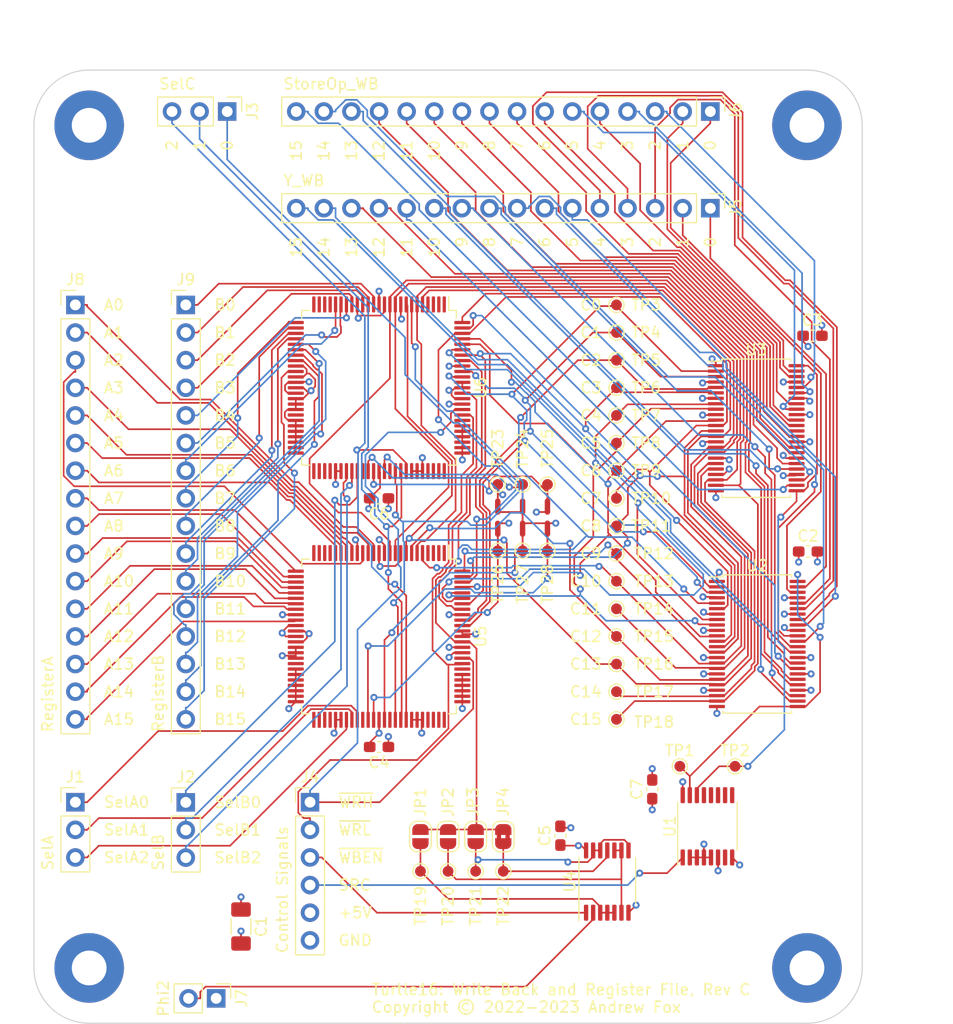
<source format=kicad_pcb>
(kicad_pcb (version 20241229) (generator "pcbnew") (generator_version "9.0")
  (title_block (title "Turtle16: Write Back and Register File") (date "2023-11-05") (rev "B"))
  (layers (0 "F.Cu" signal) (4 "In1.Cu" power) (6 "In2.Cu" power) (2 "B.Cu" signal) (13 "F.Paste" user) (15 "B.Paste" user) (5 "F.SilkS" user "F.Silkscreen") (7 "B.SilkS" user "B.Silkscreen") (1 "F.Mask" user) (3 "B.Mask" user) (25 "Edge.Cuts" user))
  (net 0 "")
  (net 1 "GND")
  (net 2 "VCC")
  (net 3 "/SelA0")
  (net 4 "/SelA1")
  (net 5 "/SelA2")
  (net 6 "/SelB0")
  (net 7 "/SelB1")
  (net 8 "/SelB2")
  (net 9 "/SelC_WB0")
  (net 10 "/SelC_WB1")
  (net 11 "/SelC_WB2")
  (net 12 "/Write Back and Register File/~{WRH}")
  (net 13 "/Write Back and Register File/~{WRL}")
  (net 14 "/Write Back and Register File/~{WBEN}")
  (net 15 "/Write Back and Register File/WriteBackSrc")
  (net 16 "/Y_WB0")
  (net 17 "/Y_WB1")
  (net 18 "/Y_WB2")
  (net 19 "/Y_WB3")
  (net 20 "/Y_WB4")
  (net 21 "/Y_WB5")
  (net 22 "/Y_WB6")
  (net 23 "/Y_WB7")
  (net 24 "/Y_WB8")
  (net 25 "/Y_WB9")
  (net 26 "/Y_WB10")
  (net 27 "/Y_WB11")
  (net 28 "/Y_WB12")
  (net 29 "/Y_WB13")
  (net 30 "/Y_WB14")
  (net 31 "/Y_WB15")
  (net 32 "/StoreOp_WB0")
  (net 33 "/StoreOp_WB1")
  (net 34 "/StoreOp_WB2")
  (net 35 "/StoreOp_WB3")
  (net 36 "/StoreOp_WB4")
  (net 37 "/StoreOp_WB5")
  (net 38 "/StoreOp_WB6")
  (net 39 "/StoreOp_WB7")
  (net 40 "/StoreOp_WB8")
  (net 41 "/StoreOp_WB9")
  (net 42 "/StoreOp_WB10")
  (net 43 "/StoreOp_WB11")
  (net 44 "/StoreOp_WB12")
  (net 45 "/StoreOp_WB13")
  (net 46 "/StoreOp_WB14")
  (net 47 "/StoreOp_WB15")
  (net 48 "/RegisterA0")
  (net 49 "/RegisterA1")
  (net 50 "/RegisterA2")
  (net 51 "/RegisterA3")
  (net 52 "/RegisterA4")
  (net 53 "/RegisterA5")
  (net 54 "/RegisterA6")
  (net 55 "/RegisterA7")
  (net 56 "/RegisterA8")
  (net 57 "/RegisterA9")
  (net 58 "/RegisterA10")
  (net 59 "/RegisterA11")
  (net 60 "/RegisterA12")
  (net 61 "/RegisterA13")
  (net 62 "/RegisterA14")
  (net 63 "/RegisterA15")
  (net 64 "/RegisterB0")
  (net 65 "/RegisterB1")
  (net 66 "/RegisterB2")
  (net 67 "/RegisterB3")
  (net 68 "/RegisterB4")
  (net 69 "/RegisterB5")
  (net 70 "/RegisterB6")
  (net 71 "/RegisterB7")
  (net 72 "/RegisterB8")
  (net 73 "/RegisterB9")
  (net 74 "/RegisterB10")
  (net 75 "/RegisterB11")
  (net 76 "/RegisterB12")
  (net 77 "/RegisterB13")
  (net 78 "/RegisterB14")
  (net 79 "/RegisterB15")
  (net 80 "Net-(U1-O0)")
  (net 81 "Net-(U1-O1)")
  (net 82 "/Write Back and Register File/Select Write Back Source/C0")
  (net 83 "/Write Back and Register File/Select Write Back Source/C1")
  (net 84 "/Write Back and Register File/Select Write Back Source/C2")
  (net 85 "/Write Back and Register File/Select Write Back Source/C3")
  (net 86 "/Write Back and Register File/Select Write Back Source/C4")
  (net 87 "/Write Back and Register File/Select Write Back Source/C5")
  (net 88 "/Write Back and Register File/Select Write Back Source/C6")
  (net 89 "/Write Back and Register File/Select Write Back Source/C7")
  (net 90 "/Write Back and Register File/Select Write Back Source/C8")
  (net 91 "/Write Back and Register File/Select Write Back Source/C9")
  (net 92 "/Write Back and Register File/Select Write Back Source/C10")
  (net 93 "/Write Back and Register File/Select Write Back Source/C11")
  (net 94 "/Write Back and Register File/Select Write Back Source/C12")
  (net 95 "/Write Back and Register File/Select Write Back Source/C13")
  (net 96 "/Write Back and Register File/Select Write Back Source/C14")
  (net 97 "/Write Back and Register File/Select Write Back Source/C15")
  (net 104 "/Write Back and Register File/Phi2")
  (net 105 "Net-(JP1-A)")
  (net 106 "Net-(JP2-A)")
  (net 107 "Net-(JP3-A)")
  (net 108 "/Write Back and Register File/sheet60693B95/~{WR}")
  (net 149 "Net-(JP4-A)")
  (net 150 "Net-(U5-M{slash}~{S})")
  (net 151 "Net-(U5-~{BUSY}L)")
  (net 152 "Net-(U5-~{BUSY}R)")
  (net 153 "Net-(U6-M{slash}~{S})")
  (net 154 "Net-(U6-~{BUSY}L)")
  (net 155 "Net-(U6-~{BUSY}R)")
  (footprint "TestPoint:TestPoint_Pad_D1.0mm" (layer "F.Cu") (at 160.274 80.01)
    (property "Reference" "TP5")
    (property "Value" "C2")
  )
  (footprint "Connector_PinHeader_2.54mm:PinHeader_1x03_P2.54mm_Vertical" (layer "F.Cu") (at 120.65 120.665)
    (property "Reference" "J2")
    (property "Value" "SelB")
  )
  (footprint "TestPoint:TestPoint_Pad_D1.0mm" (layer "F.Cu") (at 147.32 127 90)
    (property "Reference" "TP21")
    (property "Value" "TP")
  )
  (footprint "NetTie:NetTie-2_SMD_Pad0.5mm" (layer "F.Cu") (at 153.924 95.504 -90)
    (property "Reference" "NT3" (hide yes))
    (property "Value" "NetTie_2" (hide yes))
  )
  (footprint "TestPoint:TestPoint_Pad_D1.0mm" (layer "F.Cu") (at 160.274 90.17)
    (property "Reference" "TP9")
    (property "Value" "C6")
  )
  (footprint "TestPoint:TestPoint_Pad_D1.0mm" (layer "F.Cu") (at 160.274 92.71)
    (property "Reference" "TP10")
    (property "Value" "C7")
  )
  (footprint "TestPoint:TestPoint_Pad_D1.0mm" (layer "F.Cu") (at 151.638 91.44)
    (property "Reference" "TP24")
    (property "Value" "~{BUSY}LB")
  )
  (footprint "TestPoint:TestPoint_Pad_D1.0mm" (layer "F.Cu") (at 160.274 107.95)
    (property "Reference" "TP16")
    (property "Value" "C13")
  )
  (footprint "Connector_PinHeader_2.54mm:PinHeader_1x03_P2.54mm_Vertical" (layer "F.Cu") (at 110.49 120.65)
    (property "Reference" "J1")
    (property "Value" "SelA")
  )
  (footprint "TestPoint:TestPoint_Pad_D1.0mm" (layer "F.Cu") (at 160.274 100.33)
    (property "Reference" "TP13")
    (property "Value" "C10")
  )
  (footprint "TestPoint:TestPoint_Pad_D1.0mm" (layer "F.Cu") (at 160.274 77.47)
    (property "Reference" "TP4")
    (property "Value" "C1")
  )
  (footprint "TestPoint:TestPoint_Pad_D1.0mm" (layer "F.Cu") (at 160.274 113.03)
    (property "Reference" "TP18")
    (property "Value" "C15")
  )
  (footprint "Package_QFP:TQFP-100_14x14mm_P0.5mm" (layer "F.Cu") (at 138.43 105.41 -90)
    (property "Reference" "U5")
    (property "Value" "IDT7024L15PFG")
  )
  (footprint "TestPoint:TestPoint_Pad_D1.0mm" (layer "F.Cu") (at 160.274 95.25)
    (property "Reference" "TP11")
    (property "Value" "C8")
  )
  (footprint "TestPoint:TestPoint_Pad_D1.0mm" (layer "F.Cu") (at 149.352 97.536)
    (property "Reference" "TP26")
    (property "Value" "M/~{S}A")
  )
  (footprint "Connector_PinHeader_2.54mm:PinHeader_1x16_P2.54mm_Vertical" (layer "F.Cu") (at 168.91 57.15 -90)
    (property "Reference" "J6")
    (property "Value" "StoreOp_WB")
  )
  (footprint "Package_SO:TSSOP-48_6.1x12.5mm_P0.5mm" (layer "F.Cu") (at 173.228 106.1045)
    (property "Reference" "U2")
    (property "Value" "74ABT16245")
  )
  (footprint "Package_SO:TSSOP-16_4.4x5mm_P0.65mm" (layer "F.Cu") (at 168.645 122.8675 90)
    (property "Reference" "U1")
    (property "Value" "74AHCT138")
  )
  (footprint "NetTie:NetTie-2_SMD_Pad0.5mm" (layer "F.Cu") (at 151.638 93.472 90)
    (property "Reference" "NT5" (hide yes))
    (property "Value" "NetTie_2" (hide yes))
  )
  (footprint "TestPoint:TestPoint_Pad_D1.0mm" (layer "F.Cu") (at 160.274 82.55)
    (property "Reference" "TP6")
    (property "Value" "C3")
  )
  (footprint "Capacitor_SMD:C_0603_1608Metric_Pad1.08x0.95mm_HandSolder" (layer "F.Cu") (at 138.43 92.71 180)
    (property "Reference" "C6")
    (property "Value" "100nF")
  )
  (footprint "Jumper:SolderJumper-2_P1.3mm_Open_RoundedPad1.0x1.5mm" (layer "F.Cu") (at 147.32 123.81 90)
    (property "Reference" "JP3")
    (property "Value" "SolderJumper_2_Open")
  )
  (footprint "Connector_PinHeader_2.54mm:PinHeader_1x03_P2.54mm_Vertical" (layer "F.Cu") (at 124.46 57.15 -90)
    (property "Reference" "J3")
    (property "Value" "SelC")
  )
  (footprint "TestPoint:TestPoint_Pad_D1.0mm" (layer "F.Cu") (at 160.274 97.79)
    (property "Reference" "TP12")
    (property "Value" "C9")
  )
  (footprint "Package_SO:TSSOP-48_6.1x12.5mm_P0.5mm" (layer "F.Cu") (at 173.1305 86.268)
    (property "Reference" "U3")
    (property "Value" "74ABT16245")
  )
  (footprint "TestPoint:TestPoint_Pad_D1.0mm" (layer "F.Cu") (at 153.924 97.536)
    (property "Reference" "TP28")
    (property "Value" "~{BUSY}RA")
  )
  (footprint "TestPoint:TestPoint_Pad_D1.0mm" (layer "F.Cu") (at 171.185 117.348)
    (property "Reference" "TP2")
    (property "Value" "TP")
  )
  (footprint "TestPoint:TestPoint_Pad_D1.0mm" (layer "F.Cu") (at 160.274 74.93)
    (property "Reference" "TP3")
    (property "Value" "C0")
  )
  (footprint "TestPoint:TestPoint_Pad_D1.0mm" (layer "F.Cu") (at 160.274 85.09)
    (property "Reference" "TP7")
    (property "Value" "C4")
  )
  (footprint "TestPoint:TestPoint_Pad_D1.0mm" (layer "F.Cu") (at 160.274 102.87)
    (property "Reference" "TP14")
    (property "Value" "C11")
  )
  (footprint "Capacitor_SMD:C_0603_1608Metric_Pad1.08x0.95mm_HandSolder" (layer "F.Cu") (at 138.43 115.57 180)
    (property "Reference" "C4")
    (property "Value" "100nF")
  )
  (footprint "TestPoint:TestPoint_Pad_D1.0mm" (layer "F.Cu") (at 142.24 127 90)
    (property "Reference" "TP19")
    (property "Value" "TP")
  )
  (footprint "Package_QFP:TQFP-100_14x14mm_P0.5mm" (layer "F.Cu") (at 138.43 82.55 -90)
    (property "Reference" "U6")
    (property "Value" "IDT7024L15PFG")
  )
  (footprint "TestPoint:TestPoint_Pad_D1.0mm" (layer "F.Cu") (at 144.78 127 90)
    (property "Reference" "TP20")
    (property "Value" "TP")
  )
  (footprint "Capacitor_SMD:C_0603_1608Metric_Pad1.08x0.95mm_HandSolder" (layer "F.Cu") (at 163.565 119.465 90)
    (property "Reference" "C7")
    (property "Value" "100nF")
  )
  (footprint "MountingHole:MountingHole_3.2mm_M3_Pad" (layer "F.Cu") (at 177.8 58.42)
    (property "Reference" "H2" (hide yes))
    (property "Value" "MountingHole_Pad")
  )
  (footprint "Jumper:SolderJumper-2_P1.3mm_Open_RoundedPad1.0x1.5mm" (layer "F.Cu") (at 142.24 123.81 90)
    (property "Reference" "JP1")
    (property "Value" "SolderJumper_2_Open")
  )
  (footprint "NetTie:NetTie-2_SMD_Pad0.5mm" (layer "F.Cu") (at 149.352 95.512 -90)
    (property "Reference" "NT1" (hide yes))
    (property "Value" "NetTie_2" (hide yes))
  )
  (footprint "TestPoint:TestPoint_Pad_D1.0mm" (layer "F.Cu") (at 160.274 87.63)
    (property "Reference" "TP8")
    (property "Value" "C5")
  )
  (footprint "Capacitor_SMD:C_1206_3216Metric_Pad1.33x1.80mm_HandSolder" (layer "F.Cu") (at 125.73 132.08 -90)
    (property "Reference" "C1")
    (property "Value" "100µF")
  )
  (footprint "TestPoint:TestPoint_Pad_D1.0mm" (layer "F.Cu") (at 151.638 97.536)
    (property "Reference" "TP27")
    (property "Value" "~{BUSY}LA")
  )
  (footprint "TestPoint:TestPoint_Pad_D1.0mm" (layer "F.Cu") (at 153.924 91.44)
    (property "Reference" "TP25")
    (property "Value" "M/~{S}B")
  )
  (footprint "Jumper:SolderJumper-2_P1.3mm_Bridged2Bar_RoundedPad1.0x1.5mm" (layer "F.Cu") (at 149.86 123.81 90)
    (property "Reference" "JP4")
    (property "Value" "SolderJumper_2_Bridged")
  )
  (footprint "NetTie:NetTie-2_SMD_Pad0.5mm" (layer "F.Cu") (at 153.924 93.472 90)
    (property "Reference" "NT4" (hide yes))
    (property "Value" "NetTie_2" (hide yes))
  )
  (footprint "Capacitor_SMD:C_0603_1608Metric_Pad1.08x0.95mm_HandSolder" (layer "F.Cu") (at 178.308 77.768)
    (property "Reference" "C3")
    (property "Value" "100nF")
  )
  (footprint "MountingHole:MountingHole_3.2mm_M3_Pad" (layer "F.Cu") (at 111.76 58.42)
    (property "Reference" "H1" (hide yes))
    (property "Value" "MountingHole_Pad")
  )
  (footprint "Connector_PinHeader_2.54mm:PinHeader_1x02_P2.54mm_Vertical" (layer "F.Cu") (at 123.444 138.684 -90)
    (property "Reference" "J7")
    (property "Value" "Phi2")
  )
  (footprint "TestPoint:TestPoint_Pad_D1.0mm" (layer "F.Cu") (at 149.352 91.44)
    (property "Reference" "TP23")
    (property "Value" "~{BUSY}RB")
  )
  (footprint "MountingHole:MountingHole_3.2mm_M3_Pad" (layer "F.Cu") (at 111.76 135.89)
    (property "Reference" "H3" (hide yes))
    (property "Value" "MountingHole_Pad")
  )
  (footprint "TestPoint:TestPoint_Pad_D1.0mm" (layer "F.Cu") (at 160.274 105.41)
    (property "Reference" "TP15")
    (property "Value" "C12")
  )
  (footprint "TestPoint:TestPoint_Pad_D1.0mm" (layer "F.Cu") (at 166.105 117.348)
    (property "Reference" "TP1")
    (property "Value" "TP")
  )
  (footprint "NetTie:NetTie-2_SMD_Pad0.5mm" (layer "F.Cu") (at 151.638 95.504 -90)
    (property "Reference" "NT2" (hide yes))
    (property "Value" "NetTie_2" (hide yes))
  )
  (footprint "Connector_PinHeader_2.54mm:PinHeader_1x16_P2.54mm_Vertical" (layer "F.Cu") (at 120.65 74.93)
    (property "Reference" "J9")
    (property "Value" "RegisterB")
  )
  (footprint "Capacitor_SMD:C_0603_1608Metric_Pad1.08x0.95mm_HandSolder" (layer "F.Cu") (at 177.9005 97.6045)
    (property "Reference" "C2")
    (property "Value" "100nF")
  )
  (footprint "NetTie:NetTie-2_SMD_Pad0.5mm" (layer "F.Cu") (at 149.352 93.472 90)
    (property "Reference" "NT6" (hide yes))
    (property "Value" "NetTie_2" (hide yes))
  )
  (footprint "TestPoint:TestPoint_Pad_D1.0mm" (layer "F.Cu") (at 160.274 110.49)
    (property "Reference" "TP17")
    (property "Value" "C14")
  )
  (footprint "Package_SO:TSSOP-14_4.4x5mm_P0.65mm" (layer "F.Cu") (at 159.43 127.9475 90)
    (property "Reference" "U4")
    (property "Value" "74AHCT32")
  )
  (footprint "Jumper:SolderJumper-2_P1.3mm_Open_RoundedPad1.0x1.5mm" (layer "F.Cu") (at 144.78 123.81 90)
    (property "Reference" "JP2")
    (property "Value" "SolderJumper_2_Open")
  )
  (footprint "Capacitor_SMD:C_0603_1608Metric_Pad1.08x0.95mm_HandSolder" (layer "F.Cu") (at 155.112 123.73 90)
    (property "Reference" "C5")
    (property "Value" "100nF")
  )
  (footprint "MountingHole:MountingHole_3.2mm_M3_Pad" (layer "F.Cu") (at 177.8 135.89)
    (property "Reference" "H4" (hide yes))
    (property "Value" "MountingHole_Pad")
  )
  (footprint "TestPoint:TestPoint_Pad_D1.0mm" (layer "F.Cu") (at 149.86 127 90)
    (property "Reference" "TP22")
    (property "Value" "TP")
  )
  (footprint "Connector_PinHeader_2.54mm:PinHeader_1x16_P2.54mm_Vertical" (layer "F.Cu") (at 110.49 74.93)
    (property "Reference" "J8")
    (property "Value" "RegisterA")
  )
  (footprint "Connector_PinHeader_2.54mm:PinHeader_1x06_P2.54mm_Vertical" (layer "F.Cu") (at 132.08 120.65)
    (property "Reference" "J4")
    (property "Value" "Control Signals")
  )
  (footprint "Connector_PinHeader_2.54mm:PinHeader_1x16_P2.54mm_Vertical" (layer "F.Cu") (at 168.91 66.04 -90)
    (property "Reference" "J5")
    (property "Value" "Y_WB")
  )
  (gr_line (start 182.88 135.89) (end 182.880002 58.419998) (stroke (width 0.1)) (layer "Edge.Cuts"))
  (gr_line (start 106.68 58.42) (end 106.68 135.89) (stroke (width 0.1)) (layer "Edge.Cuts"))
  (gr_line (start 111.76 140.97) (end 177.8 140.97) (stroke (width 0.1)) (layer "Edge.Cuts"))
  (gr_arc (start 182.88 135.89) (mid 181.392102 139.482102) (end 177.8 140.97) (stroke (width 0.1)) (layer "Edge.Cuts"))
  (gr_arc (start 106.68 58.42) (mid 108.167898 54.827898) (end 111.76 53.34) (stroke (width 0.1)) (layer "Edge.Cuts"))
  (gr_line (start 177.800002 53.339998) (end 111.76 53.34) (stroke (width 0.1)) (layer "Edge.Cuts"))
  (gr_arc (start 111.76 140.97) (mid 108.167898 139.482102) (end 106.68 135.89) (stroke (width 0.1)) (layer "Edge.Cuts"))
  (gr_arc (start 177.800002 53.339998) (mid 181.392104 54.827896) (end 182.880002 58.419998) (stroke (width 0.1)) (layer "Edge.Cuts"))
  (gr_text "Turtle16: Write Back and Register File, Rev C\nCopyright © 2022-2023 Andrew Fox" (at 137.668 138.684 0) (layer "F.SilkS") (effects (font (size 1 1)) (justify left)))
  (gr_text "0" (at 168.91 59.69 90) (layer "F.SilkS") (effects (font (size 1 1)) (justify right)))
  (gr_text "B11" (at 123.19 102.87 0) (layer "F.SilkS") (effects (font (size 1 1)) (justify left)))
  (gr_text "A11" (at 113.03 102.87 0) (layer "F.SilkS") (effects (font (size 1 1)) (justify left)))
  (gr_text "15" (at 130.81 59.69 90) (layer "F.SilkS") (effects (font (size 1 1)) (justify right)))
  (gr_text "A15" (at 113.03 113.03 0) (layer "F.SilkS") (effects (font (size 1 1)) (justify left)))
  (gr_text "B13" (at 123.19 107.95 0) (layer "F.SilkS") (effects (font (size 1 1)) (justify left)))
  (gr_text "0" (at 168.91 68.58 90) (layer "F.SilkS") (effects (font (size 1 1)) (justify right)))
  (gr_text "1" (at 166.37 59.69 90) (layer "F.SilkS") (effects (font (size 1 1)) (justify right)))
  (gr_text "B14" (at 123.19 110.49 0) (layer "F.SilkS") (effects (font (size 1 1)) (justify left)))
  (gr_text "B1" (at 123.19 77.47 0) (layer "F.SilkS") (effects (font (size 1 1)) (justify left)))
  (gr_text "A14" (at 113.03 110.49 0) (layer "F.SilkS") (effects (font (size 1 1)) (justify left)))
  (gr_text "8" (at 148.59 68.58 90) (layer "F.SilkS") (effects (font (size 1 1)) (justify right)))
  (gr_text "A5" (at 113.03 87.63 0) (layer "F.SilkS") (effects (font (size 1 1)) (justify left)))
  (gr_text "5" (at 156.21 68.58 90) (layer "F.SilkS") (effects (font (size 1 1)) (justify right)))
  (gr_text "2" (at 163.83 68.58 90) (layer "F.SilkS") (effects (font (size 1 1)) (justify right)))
  (gr_text "10" (at 143.51 68.58 90) (layer "F.SilkS") (effects (font (size 1 1)) (justify right)))
  (gr_text "12" (at 138.43 68.58 90) (layer "F.SilkS") (effects (font (size 1 1)) (justify right)))
  (gr_text "A2" (at 113.03 80.01 0) (layer "F.SilkS") (effects (font (size 1 1)) (justify left)))
  (gr_text "B4" (at 123.19 85.09 0) (layer "F.SilkS") (effects (font (size 1 1)) (justify left)))
  (gr_text "B10" (at 123.19 100.33 0) (layer "F.SilkS") (effects (font (size 1 1)) (justify left)))
  (gr_text "B6" (at 123.19 90.17 0) (layer "F.SilkS") (effects (font (size 1 1)) (justify left)))
  (gr_text "14" (at 133.35 68.58 90) (layer "F.SilkS") (effects (font (size 1 1)) (justify right)))
  (gr_text "11" (at 140.97 68.58 90) (layer "F.SilkS") (effects (font (size 1 1)) (justify right)))
  (gr_text "12" (at 138.43 59.69 90) (layer "F.SilkS") (effects (font (size 1 1)) (justify right)))
  (gr_text "SelB2" (at 123.19 125.745 0) (layer "F.SilkS") (effects (font (size 1 1)) (justify left)))
  (gr_text "SRC" (at 134.62 128.27 0) (layer "F.SilkS") (effects (font (size 1 1)) (justify left)))
  (gr_text "A4" (at 113.03 85.09 0) (layer "F.SilkS") (effects (font (size 1 1)) (justify left)))
  (gr_text "A0" (at 113.03 74.93 0) (layer "F.SilkS") (effects (font (size 1 1)) (justify left)))
  (gr_text "13" (at 135.89 59.69 90) (layer "F.SilkS") (effects (font (size 1 1)) (justify right)))
  (gr_text "~{WRL}" (at 134.62 123.19 0) (layer "F.SilkS") (effects (font (size 1 1)) (justify left)))
  (gr_text "2" (at 163.83 59.69 90) (layer "F.SilkS") (effects (font (size 1 1)) (justify right)))
  (gr_text "7" (at 151.13 59.69 90) (layer "F.SilkS") (effects (font (size 1 1)) (justify right)))
  (gr_text "SelA1" (at 113.03 123.19 0) (layer "F.SilkS") (effects (font (size 1 1)) (justify left)))
  (gr_text "1" (at 121.92 59.69 90) (layer "F.SilkS") (effects (font (size 1 1)) (justify right)))
  (gr_text "SelB1" (at 123.19 123.205 0) (layer "F.SilkS") (effects (font (size 1 1)) (justify left)))
  (gr_text "A8" (at 113.03 95.25 0) (layer "F.SilkS") (effects (font (size 1 1)) (justify left)))
  (gr_text "B8" (at 123.19 95.25 0) (layer "F.SilkS") (effects (font (size 1 1)) (justify left)))
  (gr_text "SelA2" (at 113.03 125.73 0) (layer "F.SilkS") (effects (font (size 1 1)) (justify left)))
  (gr_text "B5" (at 123.19 87.63 0) (layer "F.SilkS") (effects (font (size 1 1)) (justify left)))
  (gr_text "A7" (at 113.03 92.71 0) (layer "F.SilkS") (effects (font (size 1 1)) (justify left)))
  (gr_text "B3" (at 123.19 82.55 0) (layer "F.SilkS") (effects (font (size 1 1)) (justify left)))
  (gr_text "5" (at 156.21 59.69 90) (layer "F.SilkS") (effects (font (size 1 1)) (justify right)))
  (gr_text "B7" (at 123.19 92.71 0) (layer "F.SilkS") (effects (font (size 1 1)) (justify left)))
  (gr_text "A9" (at 113.03 97.79 0) (layer "F.SilkS") (effects (font (size 1 1)) (justify left)))
  (gr_text "~{WRH}" (at 134.62 120.65 0) (layer "F.SilkS") (effects (font (size 1 1)) (justify left)))
  (gr_text "B2" (at 123.19 80.01 0) (layer "F.SilkS") (effects (font (size 1 1)) (justify left)))
  (gr_text "A1" (at 113.03 77.47 0) (layer "F.SilkS") (effects (font (size 1 1)) (justify left)))
  (gr_text "B9" (at 123.19 97.79 0) (layer "F.SilkS") (effects (font (size 1 1)) (justify left)))
  (gr_text "13" (at 135.89 68.58 90) (layer "F.SilkS") (effects (font (size 1 1)) (justify right)))
  (gr_text "15" (at 130.81 68.58 90) (layer "F.SilkS") (effects (font (size 1 1)) (justify right)))
  (gr_text "SelB0" (at 123.19 120.665 0) (layer "F.SilkS") (effects (font (size 1 1)) (justify left)))
  (gr_text "4" (at 158.75 68.58 90) (layer "F.SilkS") (effects (font (size 1 1)) (justify right)))
  (gr_text "6" (at 153.67 59.69 90) (layer "F.SilkS") (effects (font (size 1 1)) (justify right)))
  (gr_text "B0" (at 123.19 74.93 0) (layer "F.SilkS") (effects (font (size 1 1)) (justify left)))
  (gr_text "+5V" (at 134.62 130.81 0) (layer "F.SilkS") (effects (font (size 1 1)) (justify left)))
  (gr_text "11" (at 140.97 59.69 90) (layer "F.SilkS") (effects (font (size 1 1)) (justify right)))
  (gr_text "A12" (at 113.03 105.41 0) (layer "F.SilkS") (effects (font (size 1 1)) (justify left)))
  (gr_text "4" (at 158.75 59.69 90) (layer "F.SilkS") (effects (font (size 1 1)) (justify right)))
  (gr_text "9" (at 146.05 68.58 90) (layer "F.SilkS") (effects (font (size 1 1)) (justify right)))
  (gr_text "6" (at 153.67 68.58 90) (layer "F.SilkS") (effects (font (size 1 1)) (justify right)))
  (gr_text "3" (at 161.29 68.58 90) (layer "F.SilkS") (effects (font (size 1 1)) (justify right)))
  (gr_text "0" (at 124.46 59.69 90) (layer "F.SilkS") (effects (font (size 1 1)) (justify right)))
  (gr_text "A3" (at 113.03 82.55 0) (layer "F.SilkS") (effects (font (size 1 1)) (justify left)))
  (gr_text "7" (at 151.13 68.58 90) (layer "F.SilkS") (effects (font (size 1 1)) (justify right)))
  (gr_text "2" (at 119.38 59.69 90) (layer "F.SilkS") (effects (font (size 1 1)) (justify right)))
  (gr_text "9" (at 146.05 59.69 90) (layer "F.SilkS") (effects (font (size 1 1)) (justify right)))
  (gr_text "B12" (at 123.19 105.41 0) (layer "F.SilkS") (effects (font (size 1 1)) (justify left)))
  (gr_text "B15" (at 123.19 113.03 0) (layer "F.SilkS") (effects (font (size 1 1)) (justify left)))
  (gr_text "SelA0" (at 113.03 120.65 0) (layer "F.SilkS") (effects (font (size 1 1)) (justify left)))
  (gr_text "A6" (at 113.03 90.17 0) (layer "F.SilkS") (effects (font (size 1 1)) (justify left)))
  (gr_text "14" (at 133.35 59.69 90) (layer "F.SilkS") (effects (font (size 1 1)) (justify right)))
  (gr_text "GND" (at 134.62 133.35 0) (layer "F.SilkS") (effects (font (size 1 1)) (justify left)))
  (gr_text "8" (at 148.59 59.69 90) (layer "F.SilkS") (effects (font (size 1 1)) (justify right)))
  (gr_text "10" (at 143.51 59.69 90) (layer "F.SilkS") (effects (font (size 1 1)) (justify right)))
  (gr_text "3" (at 161.29 59.69 90) (layer "F.SilkS") (effects (font (size 1 1)) (justify right)))
  (gr_text "1" (at 166.37 68.58 90) (layer "F.SilkS") (effects (font (size 1 1)) (justify right)))
  (gr_text "~{WBEN}" (at 134.62 125.73 0) (layer "F.SilkS") (effects (font (size 1 1)) (justify left)))
  (gr_text "A13" (at 113.03 107.95 0) (layer "F.SilkS") (effects (font (size 1 1)) (justify left)))
  (gr_text "A10" (at 113.03 100.33 0) (layer "F.SilkS") (effects (font (size 1 1)) (justify left)))
  (segment (start 130.7675 88.05) (end 130.7675 88.55) (width 0.1524) (layer "F.Cu") (net 1))
  (segment (start 176.7345 90.6265) (end 176.843 90.518) (width 0.1524) (layer "F.Cu") (net 1))
  (segment (start 138.5198 98.9357) (end 139.9267 98.9357) (width 0.1524) (layer "F.Cu") (net 1))
  (segment (start 130.7675 106.91) (end 130.7675 107.1845) (width 0.1524) (layer "F.Cu") (net 1))
  (segment (start 130.0742 85.55) (end 130.7675 85.55) (width 0.1524) (layer "F.Cu") (net 1))
  (segment (start 138.43 113.0725) (end 138.43 114.3088) (width 0.1524) (layer "F.Cu") (net 1))
  (segment (start 130.7675 110.91) (end 130.7675 110.41) (width 0.1524) (layer "F.Cu") (net 1))
  (segment (start 176.9405 110.3545) (end 178.1683 110.3545) (width 0.1524) (layer "F.Cu") (net 1))
  (segment (start 138.43 114.3088) (end 137.5675 115.1713) (width 0.1524) (layer "F.Cu") (net 1))
  (segment (start 130.7675 108.41) (end 130.7675 108.91) (width 0.1524) (layer "F.Cu") (net 1))
  (segment (start 156.0749 122.9991) (end 155.2436 122.9991) (width 0.1524) (layer "F.Cu") (net 1))
  (segment (start 131.955 83.0302) (end 131.4748 82.55) (width 0.1524) (layer "F.Cu") (net 1))
  (segment (start 130.7675 105.41) (end 129.8368 105.41) (width 0.1524) (layer "F.Cu") (net 1))
  (segment (start 146.0925 110.91) (end 146.0925 110.41) (width 0.1524) (layer "F.Cu") (net 1))
  (segment (start 162.0763 130.1137) (end 161.38 130.81) (width 0.1524) (layer "F.Cu") (net 1))
  (segment (start 134.43 113.0725) (end 134.93 113.0725) (width 0.1524) (layer "F.Cu") (net 1))
  (segment (start 129.5195 105.0927) (end 129.5195 104.9906) (width 0.1524) (layer "F.Cu") (net 1))
  (segment (start 152.916 93.972) (end 152.908 93.98) (width 0.1524) (layer "F.Cu") (net 1))
  (segment (start 146.0925 86.55) (end 146.0925 86.05) (width 0.1524) (layer "F.Cu") (net 1))
  (segment (start 146.0925 112.0418) (end 146.0925 111.41) (width 0.1524) (layer "F.Cu") (net 1))
  (segment (start 169.418 82.018) (end 168.2827 82.018) (width 0.1524) (layer "F.Cu") (net 1))
  (segment (start 138.43 97.7475) (end 138.43 98.8459) (width 0.1524) (layer "F.Cu") (net 1))
  (segment (start 130.7675 87.55) (end 130.7675 88.05) (width 0.1524) (layer "F.Cu") (net 1))
  (segment (start 146.0925 87.05) (end 146.0925 86.55) (width 0.1524) (layer "F.Cu") (net 1))
  (segment (start 146.0925 109.41) (end 146.0925 108.91) (width 0.1524) (layer "F.Cu") (net 1))
  (segment (start 130.7675 83.55) (end 130.7675 84.05) (width 0.1524) (layer "F.Cu") (net 1))
  (segment (start 169.3811 85.0549) (end 169.418 85.018) (width 0.1524) (layer "F.Cu") (net 1))
  (segment (start 132.0189 81.2417) (end 132.5591 81.7819) (width 0.1524) (layer "F.Cu") (net 1))
  (segment (start 125.73 133.6425) (end 125.73 132.5005) (width 0.1524) (layer "F.Cu") (net 1))
  (segment (start 130.7675 84.05) (end 130.7675 84.55) (width 0.1524) (layer "F.Cu") (net 1))
  (segment (start 175.6204 90.6265) (end 176.7345 90.6265) (width 0.1524) (layer "F.Cu") (net 1))
  (segment (start 130.0068 84.55) (end 129.7578 84.799) (width 0.1524) (layer "F.Cu") (net 1))
  (segment (start 150.352 95.012) (end 150.368 94.996) (width 0.1524) (layer "F.Cu") (net 1))
  (segment (start 175.9854 104.8545) (end 175.7204 104.5895) (width 0.1524) (layer "F.Cu") (net 1))
  (segment (start 130.1001 104.41) (end 130.7675 104.41) (width 0.1524) (layer "F.Cu") (net 1))
  (segment (start 176.9405 104.8545) (end 175.9854 104.8545) (width 0.1524) (layer "F.Cu") (net 1))
  (segment (start 146.0925 89.1801) (end 146.0925 88.55) (width 0.1524) (layer "F.Cu") (net 1))
  (segment (start 168.2024 85.0549) (end 169.3811 85.0549) (width 0.1524) (layer "F.Cu") (net 1))
  (segment (start 141.43 90.2125) (end 141.93 90.2125) (width 0.1524) (layer "F.Cu") (net 1))
  (segment (start 170.6401 90.0222) (end 170.1443 90.518) (width 0.1524) (layer "F.Cu") (net 1))
  (segment (start 149.352 95.012) (end 150.352 95.012) (width 0.1524) (layer "F.Cu") (net 1))
  (segment (start 138.43 90.2125) (end 138.5253 90.3078) (width 0.1524) (layer "F.Cu") (net 1))
  (segment (start 130.7675 84.55) (end 130.0068 84.55) (width 0.1524) (layer "F.Cu") (net 1))
  (segment (start 131.7731 81.2417) (end 132.0189 81.2417) (width 0.1524) (layer "F.Cu") (net 1))
  (segment (start 144.8771 80.5606) (end 146.0819 80.5606) (width 0.1524) (layer "F.Cu") (net 1))
  (segment (start 131.4352 83.55) (end 130.7675 83.55) (width 0.1524) (layer "F.Cu") (net 1))
  (segment (start 176.843 85.018) (end 178.0617 85.018) (width 0.1524) (layer "F.Cu") (net 1))
  (segment (start 138.5253 90.3078) (end 138.5253 91.7522) (width 0.1524) (layer "F.Cu") (net 1))
  (segment (start 168.2778 107.3545) (end 169.5155 107.3545) (width 0.1524) (layer "F.Cu") (net 1))
  (segment (start 138.43 73.6698) (end 138.43 74.8875) (width 0.1524) (layer "F.Cu") (net 1))
  (segment (start 134.43 90.2125) (end 134.93 90.2125) (width 0.1524) (layer "F.Cu") (net 1))
  (segment (start 137.5675 92.71) (end 137.5675 93.582) (width 0.1524) (layer "F.Cu") (net 1))
  (segment (start 130.7675 86.55) (end 130.7675 87.05) (width 0.1524) (layer "F.Cu") (net 1))
  (segment (start 131.4648 81.55) (end 130.7675 81.55) (width 0.1524) (layer "F.Cu") (net 1))
  (segment (start 146.0925 88.55) (end 146.0925 88.05) (width 0.1524) (layer "F.Cu") (net 1))
  (segment (start 176.843 82.018) (end 175.6257 82.018) (width 0.1524) (layer "F.Cu") (net 1))
  (segment (start 134.43 114.1638) (end 134.43 113.0725) (width 0.1524) (layer "F.Cu") (net 1))
  (segment (start 132.5591 81.7819) (end 132.5591 82.4261) (width 0.1524) (layer "F.Cu") (net 1))
  (segment (start 130.7675 110.91) (end 130.7675 111.41) (width 0.1524) (layer "F.Cu") (net 1))
  (segment (start 146.0925 84.05) (end 144.8765 84.05) (width 0.1524) (layer "F.Cu") (net 1))
  (segment (start 129.5293 107.1845) (end 130.7675 107.1845) (width 0.1524) (layer "F.Cu") (net 1))
  (segment (start 155.2436 122.9991) (end 155.112 122.8675) (width 0.1524) (layer "F.Cu") (net 1))
  (segment (start 168.2834 104.8545) (end 169.5155 104.8545) (width 0.1524) (layer "F.Cu") (net 1))
  (segment (start 142.3527 113.0725) (end 142.43 113.0725) (width 0.1524) (layer "F.Cu") (net 1))
  (segment (start 138.5253 91.7522) (end 137.5675 92.71) (width 0.1524) (layer "F.Cu") (net 1))
  (segment (start 168.228 101.7717) (end 169.4327 101.7717) (width 0.1524) (layer "F.Cu") (net 1))
  (segment (start 163.565 117.5693) (end 163.565 118.6025) (width 0.1524) (layer "F.Cu") (net 1))
  (segment (start 145.2883 106.91) (end 146.0925 106.91) (width 0.1524) (layer "F.Cu") (net 1))
  (segment (start 130.7675 87.05) (end 130.7675 87.55) (width 0.1524) (layer "F.Cu") (net 1))
  (segment (start 130.7675 86.05) (end 130.7675 86.55) (width 0.1524) (layer "F.Cu") (net 1))
  (segment (start 130.7675 109.41) (end 130.7675 109.91) (width 0.1524) (layer "F.Cu") (net 1))
  (segment (start 141.93 90.2125) (end 142.4139 90.2125) (width 0.1524) (layer "F.Cu") (net 1))
  (segment (start 130.7675 107.1845) (end 130.7675 107.41) (width 0.1524) (layer "F.Cu") (net 1))
  (segment (start 168.2827 82.018) (end 168.197 82.1037) (width 0.1524) (layer "F.Cu") (net 1))
  (segment (start 153.924 93.972) (end 152.916 93.972) (width 0.1524) (layer "F.Cu") (net 1))
  (segment (start 168.361 87.518) (end 168.1974 87.6816) (width 0.1524) (layer "F.Cu") (net 1))
  (segment (start 146.0925 111.41) (end 146.0925 110.91) (width 0.1524) (layer "F.Cu") (net 1))
  (segment (start 139.9267 98.9357) (end 140.43 98.4324) (width 0.1524) (layer "F.Cu") (net 1))
  (segment (start 142.4139 88.9795) (end 142.4139 90.2125) (width 0.1524) (layer "F.Cu") (net 1))
  (segment (start 131.955 83.0302) (end 131.4352 83.55) (width 0.1524) (layer "F.Cu") (net 1))
  (segment (start 130.7675 103.41) (end 129.5512 103.41) (width 0.1524) (layer "F.Cu") (net 1))
  (segment (start 170.1443 90.518) (end 169.418 90.518) (width 0.1524) (layer "F.Cu") (net 1))
  (segment (start 168.32 125.73) (end 168.97 125.73) (width 0.1524) (layer "F.Cu") (net 1))
  (segment (start 178.763 97.6045) (end 178.763 98.5601) (width 0.1524) (layer "F.Cu") (net 1))
  (segment (start 130.7675 80.55) (end 131.4564 80.55) (width 0.1524) (layer "F.Cu") (net 1))
  (segment (start 130.7675 108.91) (end 130.7675 109.41) (width 0.1524) (layer "F.Cu") (net 1))
  (segment (start 169.5055 110.3645) (end 169.5155 110.3545) (width 0.1524) (layer "F.Cu") (net 1))
  (segment (start 141.93 113.0725) (end 141.43 113.0725) (width 0.1524) (layer "F.Cu") (net 1))
  (segment (start 131.7731 81.2417) (end 131.4648 81.55) (width 0.1524) (layer "F.Cu") (net 1))
  (segment (start 168.2925 110.3645) (end 169.5055 110.3645) (width 0.1524) (layer "F.Cu") (net 1))
  (segment (start 146.0925 103.41) (end 144.8718 103.41) (width 0.1524) (layer "F.Cu") (net 1))
  (segment (start 138.5198 98.9357) (end 138.5198 98.9806) (width 0.1524) (layer "F.Cu") (net 1))
  (segment (start 132.5591 82.4261) (end 132.1726 82.8126) (width 0.1524) (layer "F.Cu") (net 1))
  (segment (start 171.6087 126.4187) (end 170.92 125.73) (width 0.1524) (layer "F.Cu") (net 1))
  (segment (start 130.7675 109.91) (end 130.7675 110.41) (width 0.1524) (layer "F.Cu") (net 1))
  (segment (start 130.1287 112.0488) (end 130.7675 111.41) (width 0.1524) (layer "F.Cu") (net 1))
  (segment (start 140.43 76.1631) (end 140.43 74.8875) (width 0.1524) (layer "F.Cu") (net 1))
  (segment (start 179.1705 77.768) (end 179.1705 76.8133) (width 0.1524) (layer "F.Cu") (net 1))
  (segment (start 137.5675 93.582) (end 137.4771 93.6724) (width 0.1524) (layer "F.Cu") (net 1))
  (segment (start 167.02 125.73) (end 167.67 125.73) (width 0.1524) (layer "F.Cu") (net 1))
  (segment (start 130.7675 106.41) (end 130.7675 106.91) (width 0.1524) (layer "F.Cu") (net 1))
  (segment (start 146.0819 80.5606) (end 146.0925 80.55) (width 0.1524) (layer "F.Cu") (net 1))
  (segment (start 134.2908 114.303) (end 134.43 114.1638) (width 0.1524) (layer "F.Cu") (net 1))
  (segment (start 146.0925 109.91) (end 146.0925 109.41) (width 0.1524) (layer "F.Cu") (net 1))
  (segment (start 176.9405 101.8545) (end 175.7229 101.8545) (width 0.1524) (layer "F.Cu") (net 1))
  (segment (start 130.7675 85.55) (end 130.7675 86.05) (width 0.1524) (layer "F.Cu") (net 1))
  (segment (start 129.5195 104.9906) (end 130.1001 104.41) (width 0.1524) (layer "F.Cu") (net 1))
  (segment (start 169.418 87.518) (end 168.361 87.518) (width 0.1524) (layer "F.Cu") (net 1))
  (segment (start 140.43 98.4324) (end 140.43 97.7475) (width 0.1524) (layer "F.Cu") (net 1))
  (segment (start 142.3527 113.0725) (end 141.93 113.0725) (width 0.1524) (layer "F.Cu") (net 1))
  (segment (start 132.1726 82.8126) (end 131.955 83.0302) (width 0.1524) (layer "F.Cu") (net 1))
  (segment (start 140.4965 76.2296) (end 140.43 76.1631) (width 0.1524) (layer "F.Cu") (net 1))
  (segment (start 134.43 90.2125) (end 134.43 91.4351) (width 0.1524) (layer "F.Cu") (net 1))
  (segment (start 146.0925 87.55) (end 146.0925 87.05) (width 0.1524) (layer "F.Cu") (net 1))
  (segment (start 131.7731 80.8667) (end 131.7731 81.2417) (width 0.1524) (layer "F.Cu") (net 1))
  (segment (start 138.43 98.8459) (end 138.5198 98.9357) (width 0.1524) (layer "F.Cu") (net 1))
  (segment (start 167.67 125.73) (end 168.32 125.73) (width 0.1524) (layer "F.Cu") (net 1))
  (segment (start 129.7578 85.2336) (end 130.0742 85.55) (width 0.1524) (layer "F.Cu") (net 1))
  (segment (start 142.4139 90.2125) (end 142.43 90.2125) (width 0.1524) (layer "F.Cu") (net 1))
  (segment (start 169.4327 101.7717) (end 169.5155 101.8545) (width 0.1524) (layer "F.Cu") (net 1))
  (segment (start 131.4748 82.55) (end 130.7675 82.55) (width 0.1524) (layer "F.Cu") (net 1))
  (segment (start 176.9405 107.3545) (end 178.1581 107.3545) (width 0.1524) (layer "F.Cu") (net 1))
  (segment (start 131.4564 80.55) (end 131.7731 80.8667) (width 0.1524) (layer "F.Cu") (net 1))
  (segment (start 142.3527 114.2921) (end 142.3527 113.0725) (width 0.1524) (layer "F.Cu") (net 1))
  (segment (start 137.5675 115.1713) (end 137.5675 115.57) (width 0.1524) (layer "F.Cu") (net 1))
  (segment (start 146.0925 110.41) (end 146.0925 109.91) (width 0.1524) (layer "F.Cu") (net 1))
  (segment (start 129.7578 84.799) (end 129.7578 85.2336) (width 0.1524) (layer "F.Cu") (net 1))
  (segment (start 129.8368 105.41) (end 129.5195 105.0927) (width 0.1524) (layer "F.Cu") (net 1))
  (segment (start 176.843 87.518) (end 178.0588 87.518) (width 0.1524) (layer "F.Cu") (net 1))
  (segment (start 144.8688 107.3295) (end 145.2883 106.91) (width 0.1524) (layer "F.Cu") (net 1))
  (segment (start 168.32 124.5079) (end 168.32 125.73) (width 0.1524) (layer "F.Cu") (net 1))
  (segment (start 146.0925 88.05) (end 146.0925 87.55) (width 0.1524) (layer "F.Cu") (net 1))
  (via (at 178.0588 87.518) (size 0.65) (drill 0.3) (layers "F.Cu" "B.Cu") (net 1))
  (via (at 129.5512 103.41) (size 0.65) (drill 0.3) (layers "F.Cu" "B.Cu") (net 1))
  (via (at 156.0749 122.9991) (size 0.65) (drill 0.3) (layers "F.Cu" "B.Cu") (net 1))
  (via (at 168.197 82.1037) (size 0.65) (drill 0.3) (layers "F.Cu" "B.Cu") (net 1))
  (via (at 144.8765 84.05) (size 0.65) (drill 0.3) (layers "F.Cu" "B.Cu") (net 1))
  (via (at 178.0617 85.018) (size 0.65) (drill 0.3) (layers "F.Cu" "B.Cu") (net 1))
  (via (at 168.2925 110.3645) (size 0.65) (drill 0.3) (layers "F.Cu" "B.Cu") (net 1))
  (via (at 140.4965 76.2296) (size 0.65) (drill 0.3) (layers "F.Cu" "B.Cu") (net 1))
  (via (at 178.1683 110.3545) (size 0.65) (drill 0.3) (layers "F.Cu" "B.Cu") (net 1))
  (via (at 146.0925 89.1801) (size 0.65) (drill 0.3) (layers "F.Cu" "B.Cu") (net 1))
  (via (at 138.43 114.3088) (size 0.65) (drill 0.3) (layers "F.Cu" "B.Cu") (net 1))
  (via (at 130.1287 112.0488) (size 0.65) (drill 0.3) (layers "F.Cu" "B.Cu") (net 1))
  (via (at 168.1974 87.6816) (size 0.65) (drill 0.3) (layers "F.Cu" "B.Cu") (net 1))
  (via (at 179.1705 76.8133) (size 0.65) (drill 0.3) (layers "F.Cu" "B.Cu") (net 1))
  (via (at 138.43 73.6698) (size 0.65) (drill 0.3) (layers "F.Cu" "B.Cu") (net 1))
  (via (at 129.5293 107.1845) (size 0.65) (drill 0.3) (layers "F.Cu" "B.Cu") (net 1))
  (via (at 144.8688 107.3295) (size 0.65) (drill 0.3) (layers "F.Cu" "B.Cu") (net 1))
  (via (at 178.763 98.5601) (size 0.65) (drill 0.3) (layers "F.Cu" "B.Cu") (net 1))
  (via (at 168.32 124.5079) (size 0.65) (drill 0.3) (layers "F.Cu" "B.Cu") (net 1))
  (via (at 170.6401 90.0222) (size 0.65) (drill 0.3) (layers "F.Cu" "B.Cu") (net 1))
  (via (at 150.368 94.996) (size 0.65) (drill 0.3) (layers "F.Cu" "B.Cu") (net 1))
  (via (at 152.908 93.98) (size 0.65) (drill 0.3) (layers "F.Cu" "B.Cu") (net 1))
  (via (at 144.8718 103.41) (size 0.65) (drill 0.3) (layers "F.Cu" "B.Cu") (net 1))
  (via (at 134.43 91.4351) (size 0.65) (drill 0.3) (layers "F.Cu" "B.Cu") (net 1))
  (via (at 175.6257 82.018) (size 0.65) (drill 0.3) (layers "F.Cu" "B.Cu") (net 1))
  (via (at 134.2908 114.303) (size 0.65) (drill 0.3) (layers "F.Cu" "B.Cu") (net 1))
  (via (at 129.5195 105.0927) (size 0.65) (drill 0.3) (layers "F.Cu" "B.Cu") (net 1))
  (via (at 168.228 101.7717) (size 0.65) (drill 0.3) (layers "F.Cu" "B.Cu") (net 1))
  (via (at 175.7204 104.5895) (size 0.65) (drill 0.3) (layers "F.Cu" "B.Cu") (net 1))
  (via (at 175.6204 90.6265) (size 0.65) (drill 0.3) (layers "F.Cu" "B.Cu") (net 1))
  (via (at 137.4771 93.6724) (size 0.65) (drill 0.3) (layers "F.Cu" "B.Cu") (net 1))
  (via (at 162.0763 130.1137) (size 0.65) (drill 0.3) (layers "F.Cu" "B.Cu") (net 1))
  (via (at 168.2024 85.0549) (size 0.65) (drill 0.3) (layers "F.Cu" "B.Cu") (net 1))
  (via (at 138.5198 98.9806) (size 0.65) (drill 0.3) (layers "F.Cu" "B.Cu") (net 1))
  (via (at 171.6087 126.4187) (size 0.65) (drill 0.3) (layers "F.Cu" "B.Cu") (net 1))
  (via (at 163.565 117.5693) (size 0.65) (drill 0.3) (layers "F.Cu" "B.Cu") (net 1))
  (via (at 142.4139 88.9795) (size 0.65) (drill 0.3) (layers "F.Cu" "B.Cu") (net 1))
  (via (at 175.7229 101.8545) (size 0.65) (drill 0.3) (layers "F.Cu" "B.Cu") (net 1))
  (via (at 144.8771 80.5606) (size 0.65) (drill 0.3) (layers "F.Cu" "B.Cu") (net 1))
  (via (at 142.3527 114.2921) (size 0.65) (drill 0.3) (layers "F.Cu" "B.Cu") (net 1))
  (via (at 168.2834 104.8545) (size 0.65) (drill 0.3) (layers "F.Cu" "B.Cu") (net 1))
  (via (at 132.1726 82.8126) (size 0.65) (drill 0.3) (layers "F.Cu" "B.Cu") (net 1))
  (via (at 168.2778 107.3545) (size 0.65) (drill 0.3) (layers "F.Cu" "B.Cu") (net 1))
  (via (at 125.73 132.5005) (size 0.65) (drill 0.3) (layers "F.Cu" "B.Cu") (net 1))
  (via (at 146.0925 112.0418) (size 0.65) (drill 0.3) (layers "F.Cu" "B.Cu") (net 1))
  (via (at 178.1581 107.3545) (size 0.65) (drill 0.3) (layers "F.Cu" "B.Cu") (net 1))
  (segment (start 138.93 75.566) (end 138.93 74.8875) (width 0.1524) (layer "F.Cu") (net 2))
  (segment (start 145.0085 82.7775) (end 145.101 82.87) (width 0.1524) (layer "F.Cu") (net 2))
  (segment (start 147.3158 105.197) (end 146.0925 105.197) (width 0.1524) (layer "F.Cu") (net 2))
  (segment (start 151.638 93.972) (end 151.638 95.004) (width 0.1524) (layer "F.Cu") (net 2))
  (segment (start 151.638 93.972) (end 151.638 95.004) (width 0.1524) (layer "F.Cu") (net 2))
  (segment (start 130.0517 83.05) (end 130.7675 83.05) (width 0.1524) (layer "F.Cu") (net 2))
  (segment (start 138.93 96.995) (end 138.93 97.7475) (width 0.1524) (layer "F.Cu") (net 2))
  (segment (start 136.5189 76.1513) (end 136.5189 75.9091) (width 0.1524) (layer "F.Cu") (net 2))
  (segment (start 131.7936 105.5523) (end 131.4359 105.91) (width 0.1524) (layer "F.Cu") (net 2))
  (segment (start 149.352 93.972) (end 151.638 93.972) (width 0.1524) (layer "F.Cu") (net 2))
  (segment (start 157.0387 124.6437) (end 156.7741 124.6437) (width 0.1524) (layer "F.Cu") (net 2))
  (segment (start 168.1864 83.518) (end 169.418 83.518) (width 0.1524) (layer "F.Cu") (net 2))
  (segment (start 169.5155 112.4836) (end 169.5155 111.8545) (width 0.1524) (layer "F.Cu") (net 2))
  (segment (start 131.5535 104.91) (end 131.7936 105.1501) (width 0.1524) (layer "F.Cu") (net 2))
  (segment (start 145.101 83.2428) (end 145.4082 83.55) (width 0.1524) (layer "F.Cu") (net 2))
  (segment (start 155.1632 124.6437) (end 155.112 124.5925) (width 0.1524) (layer "F.Cu") (net 2))
  (segment (start 138.4496 96.5146) (end 138.93 96.995) (width 0.1524) (layer "F.Cu") (net 2))
  (segment (start 153.924 95.004) (end 154.678 95.004) (width 0.1524) (layer "F.Cu") (net 2))
  (segment (start 136.43 96.6883) (end 136.43 97.7475) (width 0.1524) (layer "F.Cu") (net 2))
  (segment (start 146.0925 105.41) (end 146.0925 105.197) (width 0.1524) (layer "F.Cu") (net 2))
  (segment (start 131.4359 105.91) (end 130.7675 105.91) (width 0.1524) (layer "F.Cu") (net 2))
  (segment (start 169.5155 99.7177) (end 169.7242 99.509) (width 0.1524) (layer "F.Cu") (net 2))
  (segment (start 130.8194 81.9981) (end 130.7675 82.05) (width 0.1524) (layer "F.Cu") (net 2))
  (segment (start 168.2945 108.8522) (end 169.5132 108.8522) (width 0.1524) (layer "F.Cu") (net 2))
  (segment (start 144.8615 82.7775) (end 145.0085 82.7775) (width 0.1524) (layer "F.Cu") (net 2))
  (segment (start 138.5869 75.9091) (end 138.93 75.566) (width 0.1524) (layer "F.Cu") (net 2))
  (segment (start 177.038 97.6045) (end 177.038 98.5688) (width 0.1524) (layer "F.Cu") (net 2))
  (segment (start 146.0925 105.197) (end 146.0925 104.91) (width 0.1524) (layer "F.Cu") (net 2))
  (segment (start 129.7794 82.3235) (end 129.7794 82.7777) (width 0.1524) (layer "F.Cu") (net 2))
  (segment (start 169.5132 108.8522) (end 169.5155 108.8545) (width 0.1524) (layer "F.Cu") (net 2))
  (segment (start 144.8712 106.41) (end 146.0925 106.41) (width 0.1524) (layer "F.Cu") (net 2))
  (segment (start 178.0583 83.7781) (end 177.7982 83.518) (width 0.1524) (layer "F.Cu") (net 2))
  (segment (start 131.989 105.1501) (end 131.7936 105.1501) (width 0.1524) (layer "F.Cu") (net 2))
  (segment (start 169.5155 103.3545) (end 168.4677 103.3545) (width 0.1524) (layer "F.Cu") (net 2))
  (segment (start 166.37 118.7726) (end 166.37 120.005) (width 0.1524) (layer "F.Cu") (net 2))
  (segment (start 139.2925 92.71) (end 139.2925 93.6715) (width 0.1524) (layer "F.Cu") (net 2))
  (segment (start 130.7675 104.91) (end 131.5535 104.91) (width 0.1524) (layer "F.Cu") (net 2))
  (segment (start 176.9405 103.3545) (end 175.7211 103.3545) (width 0.1524) (layer "F.Cu") (net 2))
  (segment (start 169.62 126.9527) (end 169.62 125.73) (width 0.1524) (layer "F.Cu") (net 2))
  (segment (start 131.9853 81.9981) (end 130.8194 81.9981) (width 0.1524) (layer "F.Cu") (net 2))
  (segment (start 169.075 79.8852) (end 169.418 80.2282) (width 0.1524) (layer "F.Cu") (net 2))
  (segment (start 169.418 89.018) (end 170.4973 89.018) (width 0.1524) (layer "F.Cu") (net 2))
  (segment (start 169.418 92.6513) (end 169.418 92.018) (width 0.1524) (layer "F.Cu") (net 2))
  (segment (start 177.9054 78.7498) (end 177.4455 78.2899) (width 0.1524) (layer "F.Cu") (net 2))
  (segment (start 145.4082 83.55) (end 146.0925 83.55) (width 0.1524) (layer "F.Cu") (net 2))
  (segment (start 130.0529 82.05) (end 129.7794 82.3235) (width 0.1524) (layer "F.Cu") (net 2))
  (segment (start 169.5155 100.3545) (end 169.5155 99.7177) (width 0.1524) (layer "F.Cu") (net 2))
  (segment (start 139.2925 115.57) (end 139.2925 114.6139) (width 0.1524) (layer "F.Cu") (net 2))
  (segment (start 145.421 82.55) (end 145.101 82.87) (width 0.1524) (layer "F.Cu") (net 2))
  (segment (start 175.8677 89.018) (end 176.843 89.018) (width 0.1524) (layer "F.Cu") (net 2))
  (segment (start 146.0925 82.55) (end 146.0925 82.05) (width 0.1524) (layer "F.Cu") (net 2))
  (segment (start 177.4455 78.2899) (end 177.4455 77.768) (width 0.1524) (layer "F.Cu") (net 2))
  (segment (start 177.7982 83.518) (end 176.843 83.518) (width 0.1524) (layer "F.Cu") (net 2))
  (segment (start 178.173 108.8545) (end 176.9405 108.8545) (width 0.1524) (layer "F.Cu") (net 2))
  (segment (start 151.638 95.004) (end 153.924 95.004) (width 0.1524) (layer "F.Cu") (net 2))
  (segment (start 130.7675 82.05) (end 130.0529 82.05) (width 0.1524) (layer "F.Cu") (net 2))
  (segment (start 175.6158 88.7661) (end 175.8677 89.018) (width 0.1524) (layer "F.Cu") (net 2))
  (segment (start 136.43 75.8202) (end 136.5189 75.9091) (width 0.1524) (layer "F.Cu") (net 2))
  (segment (start 125.73 130.5175) (end 125.73 129.3644) (width 0.1524) (layer "F.Cu") (net 2))
  (segment (start 163.565 120.3275) (end 163.565 121.3464) (width 0.1524) (layer "F.Cu") (net 2))
  (segment (start 131.7936 105.1501) (end 131.7936 105.5523) (width 0.1524) (layer "F.Cu") (net 2))
  (segment (start 169.418 80.2282) (end 169.418 80.518) (width 0.1524) (layer "F.Cu") (net 2))
  (segment (start 136.2653 96.5236) (end 136.43 96.6883) (width 0.1524) (layer "F.Cu") (net 2))
  (segment (start 129.7794 82.7777) (end 130.0517 83.05) (width 0.1524) (layer "F.Cu") (net 2))
  (segment (start 146.0925 82.55) (end 145.421 82.55) (width 0.1524) (layer "F.Cu") (net 2))
  (segment (start 149.352 93.972) (end 151.638 93.972) (width 0.1524) (layer "F.Cu") (net 2))
  (segment (start 145.101 82.87) (end 145.101 83.2428) (width 0.1524) (layer "F.Cu") (net 2))
  (segment (start 168.4677 103.3545) (end 168.2866 103.1734) (width 0.1524) (layer "F.Cu") (net 2))
  (segment (start 156.7741 124.6437) (end 155.1632 124.6437) (width 0.1524) (layer "F.Cu") (net 2))
  (segment (start 157.48 125.085) (end 157.0387 124.6437) (width 0.1524) (layer "F.Cu") (net 2))
  (segment (start 136.5189 75.9091) (end 138.5869 75.9091) (width 0.1524) (layer "F.Cu") (net 2))
  (segment (start 136.43 74.8875) (end 136.43 75.8202) (width 0.1524) (layer "F.Cu") (net 2))
  (segment (start 154.678 95.004) (end 154.686 94.996) (width 0.1524) (layer "F.Cu") (net 2))
  (segment (start 170.4973 89.018) (end 170.6476 89.1683) (width 0.1524) (layer "F.Cu") (net 2))
  (via (at 175.6158 88.7661) (size 0.65) (drill 0.3) (layers "F.Cu" "B.Cu") (net 2))
  (via (at 170.6476 89.1683) (size 0.65) (drill 0.3) (layers "F.Cu" "B.Cu") (net 2))
  (via (at 154.686 94.996) (size 0.65) (drill 0.3) (layers "F.Cu" "B.Cu") (net 2))
  (via (at 144.8615 82.7775) (size 0.65) (drill 0.3) (layers "F.Cu" "B.Cu") (net 2))
  (via (at 163.565 121.3464) (size 0.65) (drill 0.3) (layers "F.Cu" "B.Cu") (net 2))
  (via (at 136.2653 96.5236) (size 0.65) (drill 0.3) (layers "F.Cu" "B.Cu") (net 2))
  (via (at 169.62 126.9527) (size 0.65) (drill 0.3) (layers "F.Cu" "B.Cu") (net 2))
  (via (at 156.7741 124.6437) (size 0.65) (drill 0.3) (layers "F.Cu" "B.Cu") (net 2))
  (via (at 177.038 98.5688) (size 0.65) (drill 0.3) (layers "F.Cu" "B.Cu") (net 2))
  (via (at 175.7211 103.3545) (size 0.65) (drill 0.3) (layers "F.Cu" "B.Cu") (net 2))
  (via (at 147.3158 105.197) (size 0.65) (drill 0.3) (layers "F.Cu" "B.Cu") (net 2))
  (via (at 166.37 118.7726) (size 0.65) (drill 0.3) (layers "F.Cu" "B.Cu") (net 2))
  (via (at 139.2925 114.6139) (size 0.65) (drill 0.3) (layers "F.Cu" "B.Cu") (net 2))
  (via (at 169.075 79.8852) (size 0.65) (drill 0.3) (layers "F.Cu" "B.Cu") (net 2))
  (via (at 131.989 105.1501) (size 0.65) (drill 0.3) (layers "F.Cu" "B.Cu") (net 2))
  (via (at 178.173 108.8545) (size 0.65) (drill 0.3) (layers "F.Cu" "B.Cu") (net 2))
  (via (at 168.2866 103.1734) (size 0.65) (drill 0.3) (layers "F.Cu" "B.Cu") (net 2))
  (via (at 136.5189 76.1513) (size 0.65) (drill 0.3) (layers "F.Cu" "B.Cu") (net 2))
  (via (at 138.4496 96.5146) (size 0.65) (drill 0.3) (layers "F.Cu" "B.Cu") (net 2))
  (via (at 131.9853 81.9981) (size 0.65) (drill 0.3) (layers "F.Cu" "B.Cu") (net 2))
  (via (at 125.73 129.3644) (size 0.65) (drill 0.3) (layers "F.Cu" "B.Cu") (net 2))
  (via (at 168.1864 83.518) (size 0.65) (drill 0.3) (layers "F.Cu" "B.Cu") (net 2))
  (via (at 139.2925 93.6715) (size 0.65) (drill 0.3) (layers "F.Cu" "B.Cu") (net 2))
  (via (at 144.8712 106.41) (size 0.65) (drill 0.3) (layers "F.Cu" "B.Cu") (net 2))
  (via (at 169.7242 99.509) (size 0.65) (drill 0.3) (layers "F.Cu" "B.Cu") (net 2))
  (via (at 177.9054 78.7498) (size 0.65) (drill 0.3) (layers "F.Cu" "B.Cu") (net 2))
  (via (at 168.2945 108.8522) (size 0.65) (drill 0.3) (layers "F.Cu" "B.Cu") (net 2))
  (via (at 169.418 92.6513) (size 0.65) (drill 0.3) (layers "F.Cu" "B.Cu") (net 2))
  (via (at 169.5155 112.4836) (size 0.65) (drill 0.3) (layers "F.Cu" "B.Cu") (net 2))
  (via (at 178.0583 83.7781) (size 0.65) (drill 0.3) (layers "F.Cu" "B.Cu") (net 2))
  (segment (start 129.5684 114.1088) (end 118.1099 114.1088) (width 0.1524) (layer "F.Cu") (net 3))
  (segment (start 136.43 112.3434) (end 135.8603 111.7737) (width 0.1524) (layer "F.Cu") (net 3))
  (segment (start 136.43 113.0725) (end 136.43 112.3434) (width 0.1524) (layer "F.Cu") (net 3))
  (segment (start 118.1099 114.1088) (end 111.5687 120.65) (width 0.1524) (layer "F.Cu") (net 3))
  (segment (start 135.8603 111.7737) (end 131.9035 111.7737) (width 0.1524) (layer "F.Cu") (net 3))
  (segment (start 110.49 120.65) (end 111.5687 120.65) (width 0.1524) (layer "F.Cu") (net 3))
  (segment (start 131.9035 111.7737) (end 129.5684 114.1088) (width 0.1524) (layer "F.Cu") (net 3))
  (segment (start 135.93 113.0725) (end 135.93 112.3744) (width 0.1524) (layer "F.Cu") (net 4))
  (segment (start 132.1626 112.0923) (end 122.1436 122.1113) (width 0.1524) (layer "F.Cu") (net 4))
  (segment (start 122.1436 122.1113) (end 112.6474 122.1113) (width 0.1524) (layer "F.Cu") (net 4))
  (segment (start 112.6474 122.1113) (end 111.5687 123.19) (width 0.1524) (layer "F.Cu") (net 4))
  (segment (start 110.49 123.19) (end 111.5687 123.19) (width 0.1524) (layer "F.Cu") (net 4))
  (segment (start 135.93 112.3744) (end 135.6479 112.0923) (width 0.1524) (layer "F.Cu") (net 4))
  (segment (start 135.6479 112.0923) (end 132.1626 112.0923) (width 0.1524) (layer "F.Cu") (net 4))
  (segment (start 111.5687 125.73) (end 112.6474 124.6513) (width 0.1524) (layer "F.Cu") (net 5))
  (segment (start 112.6474 124.6513) (end 124.7257 124.6513) (width 0.1524) (layer "F.Cu") (net 5))
  (segment (start 110.49 125.73) (end 111.5687 125.73) (width 0.1524) (layer "F.Cu") (net 5))
  (segment (start 124.7257 124.6513) (end 135.43 113.947) (width 0.1524) (layer "F.Cu") (net 5))
  (segment (start 135.43 113.947) (end 135.43 113.0725) (width 0.1524) (layer "F.Cu") (net 5))
  (segment (start 136.43 92.5985) (end 135.7239 93.3046) (width 0.1524) (layer "F.Cu") (net 6))
  (segment (start 135.7239 93.3046) (end 134.7772 93.3046) (width 0.1524) (layer "F.Cu") (net 6))
  (segment (start 136.43 90.2125) (end 136.43 92.5985) (width 0.1524) (layer "F.Cu") (net 6))
  (segment (start 134.7772 93.3046) (end 134.3598 92.8872) (width 0.1524) (layer "F.Cu") (net 6))
  (via (at 134.3598 92.8872) (size 0.65) (drill 0.3) (layers "F.Cu" "B.Cu") (net 6))
  (segment (start 134.3598 92.8872) (end 134.3598 105.8765) (width 0.1524) (layer "B.Cu") (net 6))
  (segment (start 134.3598 105.8765) (end 120.65 119.5863) (width 0.1524) (layer "B.Cu") (net 6))
  (segment (start 120.65 120.665) (end 120.65 119.5863) (width 0.1524) (layer "B.Cu") (net 6))
  (segment (start 135.93 90.2125) (end 135.93 91.3105) (width 0.1524) (layer "F.Cu") (net 7))
  (segment (start 135.93 91.3105) (end 135.7132 91.5273) (width 0.1524) (layer "F.Cu") (net 7))
  (via (at 135.7132 91.5273) (size 0.65) (drill 0.3) (layers "F.Cu" "B.Cu") (net 7))
  (segment (start 121.2399 122.1263) (end 134.9299 108.4363) (width 0.1524) (layer "B.Cu") (net 7))
  (segment (start 134.9299 92.3106) (end 135.7132 91.5273) (width 0.1524) (layer "B.Cu") (net 7))
  (segment (start 120.65 123.205) (end 120.65 122.1263) (width 0.1524) (layer "B.Cu") (net 7))
  (segment (start 134.9299 108.4363) (end 134.9299 92.3106) (width 0.1524) (layer "B.Cu") (net 7))
  (segment (start 120.65 122.1263) (end 121.2399 122.1263) (width 0.1524) (layer "B.Cu") (net 7))
  (segment (start 135.43 91.0274) (end 135.1595 91.2979) (width 0.1524) (layer "F.Cu") (net 8))
  (segment (start 135.1595 92.4267) (end 135.4836 92.7508) (width 0.1524) (layer "F.Cu") (net 8))
  (segment (start 135.1595 91.2979) (end 135.1595 92.4267) (width 0.1524) (layer "F.Cu") (net 8))
  (segment (start 135.43 90.2125) (end 135.43 91.0274) (width 0.1524) (layer "F.Cu") (net 8))
  (via (at 135.4836 92.7508) (size 0.65) (drill 0.3) (layers "F.Cu" "B.Cu") (net 8))
  (segment (start 120.65 125.745) (end 120.65 124.6663) (width 0.1524) (layer "B.Cu") (net 8))
  (segment (start 120.7848 124.6663) (end 135.4836 109.9675) (width 0.1524) (layer "B.Cu") (net 8))
  (segment (start 135.4836 109.9675) (end 135.4836 92.7508) (width 0.1524) (layer "B.Cu") (net 8))
  (segment (start 120.65 124.6663) (end 120.7848 124.6663) (width 0.1524) (layer "B.Cu") (net 8))
  (segment (start 140.0597 91.4917) (end 140.0597 94.1152) (width 0.1524) (layer "F.Cu") (net 9))
  (segment (start 140.162 105.3706) (end 140.162 102.7008) (width 0.1524) (layer "F.Cu") (net 9))
  (segment (start 139.93 105.6026) (end 140.162 105.3706) (width 0.1524) (layer "F.Cu") (net 9))
  (segment (start 139.93 90.2125) (end 139.93 91.362) (width 0.1524) (layer "F.Cu") (net 9))
  (segment (start 139.93 113.0725) (end 139.93 105.6026) (width 0.1524) (layer "F.Cu") (net 9))
  (segment (start 140.162 102.7008) (end 139.772 102.3108) (width 0.1524) (layer "F.Cu") (net 9))
  (segment (start 139.93 91.362) (end 140.0597 91.4917) (width 0.1524) (layer "F.Cu") (net 9))
  (segment (start 140.0597 94.1152) (end 139.9337 94.2412) (width 0.1524) (layer "F.Cu") (net 9))
  (via (at 139.772 102.3108) (size 0.65) (drill 0.3) (layers "F.Cu" "B.Cu") (net 9))
  (via (at 139.9337 94.2412) (size 0.65) (drill 0.3) (layers "F.Cu" "B.Cu") (net 9))
  (segment (start 139.9337 94.2412) (end 140.5281 94.8356) (width 0.1524) (layer "B.Cu") (net 9))
  (segment (start 124.46 61.5566) (end 124.46 57.15) (width 0.1524) (layer "B.Cu") (net 9))
  (segment (start 140.6513 94.8356) (end 146.5399 94.8356) (width 0.1524) (layer "B.Cu") (net 9))
  (segment (start 145.7638 85.7849) (end 145.2728 85.7849) (width 0.1524) (layer "B.Cu") (net 9))
  (segment (start 140.7488 96.7173) (end 140.6513 96.6198) (width 0.1524) (layer "B.Cu") (net 9))
  (segment (start 140.6513 96.6198) (end 140.6513 94.8356) (width 0.1524) (layer "B.Cu") (net 9))
  (segment (start 145.2728 85.7849) (end 140.8281 81.3402) (width 0.1524) (layer "B.Cu") (net 9))
  (segment (start 140.5281 94.8356) (end 140.6513 94.8356) (width 0.1524) (layer "B.Cu") (net 9))
  (segment (start 151.3237 91.3448) (end 145.7638 85.7849) (width 0.1524) (layer "B.Cu") (net 9))
  (segment (start 140.8281 81.3402) (end 140.8281 77.9247) (width 0.1524) (layer "B.Cu") (net 9))
  (segment (start 140.7488 101.334) (end 140.7488 96.7173) (width 0.1524) (layer "B.Cu") (net 9))
  (segment (start 151.3237 92.0929) (end 151.3237 91.3448) (width 0.1524) (layer "B.Cu") (net 9))
  (segment (start 146.8843 95.18) (end 148.2366 95.18) (width 0.1524) (layer "B.Cu") (net 9))
  (segment (start 139.772 102.3108) (end 140.7488 101.334) (width 0.1524) (layer "B.Cu") (net 9))
  (segment (start 140.8281 77.9247) (end 124.46 61.5566) (width 0.1524) (layer "B.Cu") (net 9))
  (segment (start 148.2366 95.18) (end 151.3237 92.0929) (width 0.1524) (layer "B.Cu") (net 9))
  (segment (start 146.5399 94.8356) (end 146.8843 95.18) (width 0.1524) (layer "B.Cu") (net 9))
  (segment (start 140.5077 102.2632) (end 140.5077 112.9948) (width 0.1524) (layer "F.Cu") (net 10))
  (segment (start 140.4874 90.2699) (end 140.43 90.2125) (width 0.1524) (layer "F.Cu") (net 10))
  (segment (start 139.6573 95.3008) (end 140.4874 94.4707) (width 0.1524) (layer "F.Cu") (net 10))
  (segment (start 140.4874 94.4707) (end 140.4874 90.2699) (width 0.1524) (layer "F.Cu") (net 10))
  (segment (start 139.1068 95.3008) (end 139.6573 95.3008) (width 0.1524) (layer "F.Cu") (net 10))
  (segment (start 140.5077 112.9948) (end 140.43 113.0725) (width 0.1524) (layer "F.Cu") (net 10))
  (segment (start 139.2861 101.0416) (end 140.5077 102.2632) (width 0.1524) (layer "F.Cu") (net 10))
  (segment (start 139.2861 99.5269) (end 139.2861 101.0416) (width 0.1524) (layer "F.Cu") (net 10))
  (via (at 139.1068 95.3008) (size 0.65) (drill 0.3) (layers "F.Cu" "B.Cu") (net 10))
  (via (at 139.2861 99.5269) (size 0.65) (drill 0.3) (layers "F.Cu" "B.Cu") (net 10))
  (segment (start 139.2861 95.4801) (end 139.1068 95.3008) (width 0.1524) (layer "B.Cu") (net 10))
  (segment (start 138.0309 94.2249) (end 139.1068 95.3008) (width 0.1524) (layer "B.Cu") (net 10))
  (segment (start 121.92 57.15) (end 121.92 59.6769) (width 0.1524) (layer "B.Cu") (net 10))
  (segment (start 137.4283 88.0148) (end 136.8395 88.6036) (width 0.1524) (layer "B.Cu") (net 10))
  (segment (start 121.92 59.6769) (end 137.4283 75.1852) (width 0.1524) (layer "B.Cu") (net 10))
  (segment (start 136.8395 88.6036) (end 136.8395 91.9061) (width 0.1524) (layer "B.Cu") (net 10))
  (segment (start 136.8395 91.9061) (end 138.0309 93.0975) (width 0.1524) (layer "B.Cu") (net 10))
  (segment (start 138.0309 93.0975) (end 138.0309 94.2249) (width 0.1524) (layer "B.Cu") (net 10))
  (segment (start 139.2861 99.5269) (end 139.2861 95.4801) (width 0.1524) (layer "B.Cu") (net 10))
  (segment (start 137.4283 75.1852) (end 137.4283 88.0148) (width 0.1524) (layer "B.Cu") (net 10))
  (segment (start 140.93 89.478) (end 139.7159 88.2639) (width 0.1524) (layer "F.Cu") (net 11))
  (segment (start 139.8778 100.6048) (end 140.93 101.657) (width 0.1524) (layer "F.Cu") (net 11))
  (segment (start 139.7159 88.2639) (end 136.3894 88.2639) (width 0.1524) (layer "F.Cu") (net 11))
  (segment (start 140.93 101.657) (end 140.93 113.0725) (width 0.1524) (layer "F.Cu") (net 11))
  (segment (start 140.93 90.2125) (end 140.93 89.478) (width 0.1524) (layer "F.Cu") (net 11))
  (via (at 139.8778 100.6048) (size 0.65) (drill 0.3) (layers "F.Cu" "B.Cu") (net 11))
  (via (at 136.3894 88.2639) (size 0.65) (drill 0.3) (layers "F.Cu" "B.Cu") (net 11))
  (segment (start 137.7511 97.0629) (end 137.7511 99.0041) (width 0.1524) (layer "B.Cu") (net 11))
  (segment (start 136.4957 95.8075) (end 137.7511 97.0629) (width 0.1524) (layer "B.Cu") (net 11))
  (segment (start 137.1218 87.6378) (end 136.4957 88.2639) (width 0.1524) (layer "B.Cu") (net 11))
  (segment (start 137.1218 75.9705) (end 137.1218 87.6378) (width 0.1524) (layer "B.Cu") (net 11))
  (segment (start 137.7511 99.0041) (end 139.3518 100.6048) (width 0.1524) (layer "B.Cu") (net 11))
  (segment (start 136.4957 88.2639) (end 136.3894 88.2639) (width 0.1524) (layer "B.Cu") (net 11))
  (segment (start 139.3518 100.6048) (end 139.8778 100.6048) (width 0.1524) (layer "B.Cu") (net 11))
  (segment (start 136.4957 88.2639) (end 136.4957 95.8075) (width 0.1524) (layer "B.Cu") (net 11))
  (segment (start 119.38 58.2287) (end 137.1218 75.9705) (width 0.1524) (layer "B.Cu") (net 11))
  (segment (start 119.38 57.15) (end 119.38 58.2287) (width 0.1524) (layer "B.Cu") (net 11))
  (segment (start 145.3929 84.55) (end 146.0925 84.55) (width 0.1524) (layer "F.Cu") (net 12))
  (segment (start 147.0944 107.7374) (end 146.767 107.41) (width 0.1524) (layer "F.Cu") (net 12))
  (segment (start 145.0389 84.904) (end 145.3929 84.55) (width 0.1524) (layer "F.Cu") (net 12))
  (segment (start 145.0389 85.7087) (end 145.0389 84.904) (width 0.1524) (layer "F.Cu") (net 12))
  (segment (start 144.0984 86.6492) (end 145.0389 85.7087) (width 0.1524) (layer "F.Cu") (net 12))
  (segment (start 138.4875 120.65) (end 147.0944 112.0431) (width 0.1524) (layer "F.Cu") (net 12))
  (segment (start 147.0944 112.0431) (end 147.0944 107.7374) (width 0.1524) (layer "F.Cu") (net 12))
  (segment (start 132.08 120.65) (end 138.4875 120.65) (width 0.1524) (layer "F.Cu") (net 12))
  (segment (start 146.767 107.41) (end 146.0925 107.41) (width 0.1524) (layer "F.Cu") (net 12))
  (via (at 144.0984 86.6492) (size 0.65) (drill 0.3) (layers "F.Cu" "B.Cu") (net 12))
  (segment (start 139.2684 86.6493) (end 144.0984 86.6493) (width 0.1524) (layer "B.Cu") (net 12))
  (segment (start 140.1945 95.5847) (end 138.3358 93.726) (width 0.1524) (layer "B.Cu") (net 12))
  (segment (start 132.08 119.5713) (end 136.4499 115.2014) (width 0.1524) (layer "B.Cu") (net 12))
  (segment (start 140.4315 100.9084) (end 140.4315 99.0582) (width 0.1524) (layer "B.Cu") (net 12))
  (segment (start 132.08 120.65) (end 132.08 119.5713) (width 0.1524) (layer "B.Cu") (net 12))
  (segment (start 140.4315 99.0582) (end 140.1945 98.8212) (width 0.1524) (layer "B.Cu") (net 12))
  (segment (start 136.4499 115.2014) (end 136.4499 104.7837) (width 0.1524) (layer "B.Cu") (net 12))
  (segment (start 136.4499 104.7837) (end 139.8872 101.3464) (width 0.1524) (layer "B.Cu") (net 12))
  (segment (start 139.8872 101.3464) (end 139.9935 101.3464) (width 0.1524) (layer "B.Cu") (net 12))
  (segment (start 138.3358 92.7556) (end 137.1818 91.6016) (width 0.1524) (layer "B.Cu") (net 12))
  (segment (start 140.1945 98.8212) (end 140.1945 95.5847) (width 0.1524) (layer "B.Cu") (net 12))
  (segment (start 138.3358 93.726) (end 138.3358 92.7556) (width 0.1524) (layer "B.Cu") (net 12))
  (segment (start 144.0984 86.6493) (end 144.0984 86.6492) (width 0.1524) (layer "B.Cu") (net 12))
  (segment (start 137.1818 88.7359) (end 139.2684 86.6493) (width 0.1524) (layer "B.Cu") (net 12))
  (segment (start 137.1818 91.6016) (end 137.1818 88.7359) (width 0.1524) (layer "B.Cu") (net 12))
  (segment (start 139.9935 101.3464) (end 140.4315 100.9084) (width 0.1524) (layer "B.Cu") (net 12))
  (segment (start 144.6917 108.0003) (end 143.3533 106.6619) (width 0.1524) (layer "F.Cu") (net 13))
  (segment (start 144.8149 108.0003) (end 144.6917 108.0003) (width 0.1524) (layer "F.Cu") (net 13))
  (segment (start 141.9224 116.772) (end 133.9256 116.772) (width 0.1524) (layer "F.Cu") (net 13))
  (segment (start 144.834 95.1828) (end 146.0098 94.007) (width 0.1524) (layer "F.Cu") (net 13))
  (segment (start 143.3533 106.6619) (end 143.3533 100.0925) (width 0.1524) (layer "F.Cu") (net 13))
  (segment (start 143.8041 99.6417) (end 143.9635 99.6417) (width 0.1524) (layer "F.Cu") (net 13))
  (segment (start 144.834 98.6118) (end 144.834 95.1828) (width 0.1524) (layer "F.Cu") (net 13))
  (segment (start 146.0098 94.007) (end 146.0098 90.6179) (width 0.1524) (layer "F.Cu") (net 13))
  (segment (start 143.3533 100.0925) (end 143.8041 99.6417) (width 0.1524) (layer "F.Cu") (net 13))
  (segment (start 146.0098 90.6179) (end 147.0877 89.54) (width 0.1524) (layer "F.Cu") (net 13))
  (segment (start 147.0877 85.3202) (end 146.8175 85.05) (width 0.1524) (layer "F.Cu") (net 13))
  (segment (start 131.4901 122.1113) (end 132.08 122.1113) (width 0.1524) (layer "F.Cu") (net 13))
  (segment (start 144.8149 113.8795) (end 141.9224 116.772) (width 0.1524) (layer "F.Cu") (net 13))
  (segment (start 144.2877 99.1581) (end 144.834 98.6118) (width 0.1524) (layer "F.Cu") (net 13))
  (segment (start 144.2877 99.3175) (end 144.2877 99.1581) (width 0.1524) (layer "F.Cu") (net 13))
  (segment (start 144.8149 108.0003) (end 144.8149 113.8795) (width 0.1524) (layer "F.Cu") (net 13))
  (segment (start 144.8149 108.0003) (end 146.0022 108.0003) (width 0.1524) (layer "F.Cu") (net 13))
  (segment (start 131.0012 121.6224) (end 131.4901 122.1113) (width 0.1524) (layer "F.Cu") (net 13))
  (segment (start 131.0012 119.6964) (end 131.0012 121.6224) (width 0.1524) (layer "F.Cu") (net 13))
  (segment (start 133.9256 116.772) (end 131.0012 119.6964) (width 0.1524) (layer "F.Cu") (net 13))
  (segment (start 143.9635 99.6417) (end 144.2877 99.3175) (width 0.1524) (layer "F.Cu") (net 13))
  (segment (start 147.0877 89.54) (end 147.0877 85.3202) (width 0.1524) (layer "F.Cu") (net 13))
  (segment (start 132.08 123.19) (end 132.08 122.1113) (width 0.1524) (layer "F.Cu") (net 13))
  (segment (start 146.8175 85.05) (end 146.0925 85.05) (width 0.1524) (layer "F.Cu") (net 13))
  (segment (start 146.0022 108.0003) (end 146.0925 107.91) (width 0.1524) (layer "F.Cu") (net 13))
  (segment (start 132.08 125.73) (end 133.1587 125.73) (width 0.1524) (layer "F.Cu") (net 14))
  (segment (start 157.48 130.81) (end 138.2387 130.81) (width 0.1524) (layer "F.Cu") (net 14))
  (segment (start 138.2387 130.81) (end 133.1587 125.73) (width 0.1524) (layer "F.Cu") (net 14))
  (segment (start 164.9272 127.1728) (end 166.37 125.73) (width 0.1524) (layer "F.Cu") (net 15))
  (segment (start 162.4058 127.1728) (end 164.9272 127.1728) (width 0.1524) (layer "F.Cu") (net 15))
  (via (at 162.4058 127.1728) (size 0.65) (drill 0.3) (layers "F.Cu" "B.Cu") (net 15))
  (segment (start 161.3086 128.27) (end 162.4058 127.1728) (width 0.1524) (layer "B.Cu") (net 15))
  (segment (start 132.08 128.27) (end 161.3086 128.27) (width 0.1524) (layer "B.Cu") (net 15))
  (segment (start 168.91 66.04) (end 168.91 67.1187) (width 0.1524) (layer "F.Cu") (net 16))
  (segment (start 168.91 70.6303) (end 168.91 67.1187) (width 0.1524) (layer "F.Cu") (net 16))
  (segment (start 177.6769 100.8545) (end 179.5563 98.9751) (width 0.1524) (layer "F.Cu") (net 16))
  (segment (start 179.5563 81.2766) (end 168.91 70.6303) (width 0.1524) (layer "F.Cu") (net 16))
  (segment (start 176.9405 100.8545) (end 177.6769 100.8545) (width 0.1524) (layer "F.Cu") (net 16))
  (segment (start 179.5563 98.9751) (end 179.5563 81.2766) (width 0.1524) (layer "F.Cu") (net 16))
  (segment (start 176.2711 101.3545) (end 175.9598 101.0432) (width 0.1524) (layer "F.Cu") (net 17))
  (segment (start 176.9405 101.3545) (end 176.2711 101.3545) (width 0.1524) (layer "F.Cu") (net 17))
  (segment (start 166.37 68.5216) (end 166.37 66.04) (width 0.1524) (layer "F.Cu") (net 17))
  (segment (start 175.9598 101.0432) (end 175.9598 95.2165) (width 0.1524) (layer "F.Cu") (net 17))
  (segment (start 179.0781 92.0982) (end 179.0781 81.2297) (width 0.1524) (layer "F.Cu") (net 17))
  (segment (start 175.9598 95.2165) (end 179.0781 92.0982) (width 0.1524) (layer "F.Cu") (net 17))
  (segment (start 179.0781 81.2297) (end 166.37 68.5216) (width 0.1524) (layer "F.Cu") (net 17))
  (segment (start 165.2079 56.7822) (end 165.2079 57.2978) (width 0.1524) (layer "F.Cu") (net 18))
  (segment (start 171.1575 57.374) (end 169.8371 56.0536) (width 0.1524) (layer "F.Cu") (net 18))
  (segment (start 179.9096 79.937) (end 178.2355 78.2629) (width 0.1524) (layer "F.Cu") (net 18))
  (segment (start 165.2079 57.2978) (end 163.83 58.6757) (width 0.1524) (layer "F.Cu") (net 18))
  (segment (start 178.2355 78.2629) (end 178.2355 76.5074) (width 0.1524) (layer "F.Cu") (net 18))
  (segment (start 179.9096 100.0925) (end 179.9096 79.937) (width 0.1524) (layer "F.Cu") (net 18))
  (segment (start 177.6476 102.3545) (end 179.9096 100.0925) (width 0.1524) (layer "F.Cu") (net 18))
  (segment (start 176.9405 102.3545) (end 177.6476 102.3545) (width 0.1524) (layer "F.Cu") (net 18))
  (segment (start 178.2355 76.5074) (end 171.1575 69.4294) (width 0.1524) (layer "F.Cu") (net 18))
  (segment (start 165.9365 56.0536) (end 165.2079 56.7822) (width 0.1524) (layer "F.Cu") (net 18))
  (segment (start 163.83 58.6757) (end 163.83 66.04) (width 0.1524) (layer "F.Cu") (net 18))
  (segment (start 171.1575 69.4294) (end 171.1575 57.374) (width 0.1524) (layer "F.Cu") (net 18))
  (segment (start 169.8371 56.0536) (end 165.9365 56.0536) (width 0.1524) (layer "F.Cu") (net 18))
  (segment (start 161.29 66.04) (end 161.29 64.242) (width 0.1524) (layer "F.Cu") (net 19))
  (segment (start 158.6097 55.6976) (end 169.9139 55.6976) (width 0.1524) (layer "F.Cu") (net 19))
  (segment (start 180.2267 77.0832) (end 180.2267 100.2932) (width 0.1524) (layer "F.Cu") (net 19))
  (segment (start 171.4808 68.7739) (end 175.6782 72.9713) (width 0.1524) (layer "F.Cu") (net 19))
  (segment (start 175.6782 72.9713) (end 176.1148 72.9713) (width 0.1524) (layer "F.Cu") (net 19))
  (segment (start 171.4808 57.2645) (end 171.4808 68.7739) (width 0.1524) (layer "F.Cu") (net 19))
  (segment (start 157.6212 60.5732) (end 157.6212 56.6861) (width 0.1524) (layer "F.Cu") (net 19))
  (segment (start 176.1148 72.9713) (end 180.2267 77.0832) (width 0.1524) (layer "F.Cu") (net 19))
  (segment (start 169.9139 55.6976) (end 171.4808 57.2645) (width 0.1524) (layer "F.Cu") (net 19))
  (segment (start 157.6212 56.6861) (end 158.6097 55.6976) (width 0.1524) (layer "F.Cu") (net 19))
  (segment (start 161.29 64.242) (end 157.6212 60.5732) (width 0.1524) (layer "F.Cu") (net 19))
  (segment (start 177.6654 102.8545) (end 176.9405 102.8545) (width 0.1524) (layer "F.Cu") (net 19))
  (segment (start 180.2267 100.2932) (end 177.6654 102.8545) (width 0.1524) (layer "F.Cu") (net 19))
  (segment (start 179.8596 101.6097) (end 177.6148 103.8545) (width 0.1524) (layer "F.Cu") (net 20))
  (segment (start 153.8473 55.38) (end 170.0286 55.38) (width 0.1524) (layer "F.Cu") (net 20))
  (segment (start 180.5504 76.9756) (end 180.5504 100.7913) (width 0.1524) (layer "F.Cu") (net 20))
  (segment (start 179.8596 101.4821) (end 179.8596 101.6097) (width 0.1524) (layer "F.Cu") (net 20))
  (segment (start 171.875 68.7368) (end 175.8046 72.6664) (width 0.1524) (layer "F.Cu") (net 20))
  (segment (start 177.6148 103.8545) (end 176.9405 103.8545) (width 0.1524) (layer "F.Cu") (net 20))
  (segment (start 175.8046 72.6664) (end 176.2412 72.6664) (width 0.1524) (layer "F.Cu") (net 20))
  (segment (start 171.875 57.2264) (end 171.875 68.7368) (width 0.1524) (layer "F.Cu") (net 20))
  (segment (start 152.5816 56.6457) (end 153.8473 55.38) (width 0.1524) (layer "F.Cu") (net 20))
  (segment (start 176.2412 72.6664) (end 180.5504 76.9756) (width 0.1524) (layer "F.Cu") (net 20))
  (segment (start 158.75 64.4261) (end 152.5816 58.2577) (width 0.1524) (layer "F.Cu") (net 20))
  (segment (start 170.0286 55.38) (end 171.875 57.2264) (width 0.1524) (layer "F.Cu") (net 20))
  (segment (start 180.5504 100.7913) (end 179.8596 101.4821) (width 0.1524) (layer "F.Cu") (net 20))
  (segment (start 158.75 66.04) (end 158.75 64.4261) (width 0.1524) (layer "F.Cu") (net 20))
  (segment (start 152.5816 58.2577) (end 152.5816 56.6457) (width 0.1524) (layer "F.Cu") (net 20))
  (segment (start 177.7703 104.3545) (end 180.4133 101.7115) (width 0.1524) (layer "F.Cu") (net 21))
  (segment (start 176.9405 104.3545) (end 177.7703 104.3545) (width 0.1524) (layer "F.Cu") (net 21))
  (via (at 180.4133 101.7115) (size 0.65) (drill 0.3) (layers "F.Cu" "B.Cu") (net 21))
  (segment (start 157.6031 67.1187) (end 156.21 67.1187) (width 0.1524) (layer "B.Cu") (net 21))
  (segment (start 156.21 66.04) (end 156.21 67.1187) (width 0.1524) (layer "B.Cu") (net 21))
  (segment (start 170.3698 79.8854) (end 157.6031 67.1187) (width 0.1524) (layer "B.Cu") (net 21))
  (segment (start 170.3698 80.7036) (end 170.3698 79.8854) (width 0.1524) (layer "B.Cu") (net 21))
  (segment (start 180.4133 101.7115) (end 180.4133 90.7471) (width 0.1524) (layer "B.Cu") (net 21))
  (segment (start 180.4133 90.7471) (end 170.3698 80.7036) (width 0.1524) (layer "B.Cu") (net 21))
  (segment (start 176.9405 105.3545) (end 175.7022 105.3545) (width 0.1524) (layer "F.Cu") (net 22))
  (segment (start 175.162 104.8143) (end 175.162 95.4509) (width 0.1524) (layer "F.Cu") (net 22))
  (segment (start 175.162 95.4509) (end 178.4951 92.1178) (width 0.1524) (layer "F.Cu") (net 22))
  (segment (start 178.4951 92.1178) (end 178.4951 91.4448) (width 0.1524) (layer "F.Cu") (net 22))
  (segment (start 175.7022 105.3545) (end 175.162 104.8143) (width 0.1524) (layer "F.Cu") (net 22))
  (via (at 178.4951 91.4448) (size 0.65) (drill 0.3) (layers "F.Cu" "B.Cu") (net 22))
  (segment (start 178.6135 90.0275) (end 178.6135 91.3264) (width 0.1524) (layer "B.Cu") (net 22))
  (segment (start 154.7487 66.04) (end 154.7487 66.58) (width 0.1524) (layer "B.Cu") (net 22))
  (segment (start 153.67 66.04) (end 154.7487 66.04) (width 0.1524) (layer "B.Cu") (net 22))
  (segment (start 178.6135 91.3264) (end 178.4951 91.4448) (width 0.1524) (layer "B.Cu") (net 22))
  (segment (start 169.0815 80.4955) (end 178.6135 90.0275) (width 0.1524) (layer "B.Cu") (net 22))
  (segment (start 154.7487 66.58) (end 168.6642 80.4955) (width 0.1524) (layer "B.Cu") (net 22))
  (segment (start 168.6642 80.4955) (end 169.0815 80.4955) (width 0.1524) (layer "B.Cu") (net 22))
  (segment (start 177.651 105.8545) (end 179.0175 104.488) (width 0.1524) (layer "F.Cu") (net 23))
  (segment (start 176.9405 105.8545) (end 177.651 105.8545) (width 0.1524) (layer "F.Cu") (net 23))
  (via (at 179.0175 104.488) (size 0.65) (drill 0.3) (layers "F.Cu" "B.Cu") (net 23))
  (segment (start 170.0649 80.0848) (end 169.2791 79.299) (width 0.1524) (layer "B.Cu") (net 23))
  (segment (start 169.2791 79.299) (end 167.939 79.299) (width 0.1524) (layer "B.Cu") (net 23))
  (segment (start 155.1312 66.4912) (end 155.1312 65.9647) (width 0.1524) (layer "B.Cu") (net 23))
  (segment (start 154.1278 64.9613) (end 153.1524 64.9613) (width 0.1524) (layer "B.Cu") (net 23))
  (segment (start 167.939 79.299) (end 155.1312 66.4912) (width 0.1524) (layer "B.Cu") (net 23))
  (segment (start 179.3274 104.1781) (end 179.3274 90.0925) (width 0.1524) (layer "B.Cu") (net 23))
  (segment (start 153.1524 64.9613) (end 152.2087 65.905) (width 0.1524) (layer "B.Cu") (net 23))
  (segment (start 155.1312 65.9647) (end 154.1278 64.9613) (width 0.1524) (layer "B.Cu") (net 23))
  (segment (start 179.0175 104.488) (end 179.3274 104.1781) (width 0.1524) (layer "B.Cu") (net 23))
  (segment (start 152.2087 65.905) (end 152.2087 66.04) (width 0.1524) (layer "B.Cu") (net 23))
  (segment (start 170.0649 80.83) (end 170.0649 80.0848) (width 0.1524) (layer "B.Cu") (net 23))
  (segment (start 151.13 66.04) (end 152.2087 66.04) (width 0.1524) (layer "B.Cu") (net 23))
  (segment (start 179.3274 90.0925) (end 170.0649 80.83) (width 0.1524) (layer "B.Cu") (net 23))
  (segment (start 176.2709 106.3545) (end 174.8368 104.9204) (width 0.1524) (layer "F.Cu") (net 24))
  (segment (start 174.8368 104.9204) (end 174.8368 90.5677) (width 0.1524) (layer "F.Cu") (net 24))
  (segment (start 176.9405 106.3545) (end 176.2709 106.3545) (width 0.1524) (layer "F.Cu") (net 24))
  (segment (start 174.3227 90.0536) (end 174.3227 88.1799) (width 0.1524) (layer "F.Cu") (net 24))
  (segment (start 174.8368 90.5677) (end 174.3227 90.0536) (width 0.1524) (layer "F.Cu") (net 24))
  (via (at 174.3227 88.1799) (size 0.65) (drill 0.3) (layers "F.Cu" "B.Cu") (net 24))
  (segment (start 165.8663 82.8275) (end 149.6687 66.6299) (width 0.1524) (layer "B.Cu") (net 24))
  (segment (start 148.59 66.04) (end 149.6687 66.04) (width 0.1524) (layer "B.Cu") (net 24))
  (segment (start 174.3227 88.1799) (end 168.9703 82.8275) (width 0.1524) (layer "B.Cu") (net 24))
  (segment (start 168.9703 82.8275) (end 165.8663 82.8275) (width 0.1524) (layer "B.Cu") (net 24))
  (segment (start 149.6687 66.6299) (end 149.6687 66.04) (width 0.1524) (layer "B.Cu") (net 24))
  (segment (start 176.9405 106.8545) (end 176.2261 106.8545) (width 0.1524) (layer "F.Cu") (net 25))
  (segment (start 174.5318 105.1602) (end 174.5318 90.984) (width 0.1524) (layer "F.Cu") (net 25))
  (segment (start 174.5318 90.984) (end 173.952 90.4042) (width 0.1524) (layer "F.Cu") (net 25))
  (segment (start 173.952 88.9104) (end 173.005 87.9634) (width 0.1524) (layer "F.Cu") (net 25))
  (segment (start 173.952 90.4042) (end 173.952 88.9104) (width 0.1524) (layer "F.Cu") (net 25))
  (segment (start 176.2261 106.8545) (end 174.5318 105.1602) (width 0.1524) (layer "F.Cu") (net 25))
  (via (at 173.005 87.9634) (size 0.65) (drill 0.3) (layers "F.Cu" "B.Cu") (net 25))
  (segment (start 146.05 66.04) (end 147.1287 66.04) (width 0.1524) (layer "B.Cu") (net 25))
  (segment (start 167.8358 86.8819) (end 147.1287 66.1748) (width 0.1524) (layer "B.Cu") (net 25))
  (segment (start 147.1287 66.1748) (end 147.1287 66.04) (width 0.1524) (layer "B.Cu") (net 25))
  (segment (start 171.9235 86.8819) (end 167.8358 86.8819) (width 0.1524) (layer "B.Cu") (net 25))
  (segment (start 173.005 87.9634) (end 171.9235 86.8819) (width 0.1524) (layer "B.Cu") (net 25))
  (segment (start 175.708 106.9961) (end 175.708 107.3032) (width 0.1524) (layer "F.Cu") (net 26))
  (segment (start 174.1972 105.4853) (end 175.708 106.9961) (width 0.1524) (layer "F.Cu") (net 26))
  (segment (start 174.1972 91.5119) (end 174.1972 105.4853) (width 0.1524) (layer "F.Cu") (net 26))
  (segment (start 173.1167 90.4314) (end 174.1972 91.5119) (width 0.1524) (layer "F.Cu") (net 26))
  (segment (start 176.2593 107.8545) (end 176.9405 107.8545) (width 0.1524) (layer "F.Cu") (net 26))
  (segment (start 173.1167 89.7181) (end 173.1167 90.4314) (width 0.1524) (layer "F.Cu") (net 26))
  (segment (start 175.708 107.3032) (end 176.2593 107.8545) (width 0.1524) (layer "F.Cu") (net 26))
  (via (at 173.1167 89.7181) (size 0.65) (drill 0.3) (layers "F.Cu" "B.Cu") (net 26))
  (segment (start 166.597 88.6144) (end 172.013 88.6144) (width 0.1524) (layer "B.Cu") (net 26))
  (segment (start 144.5887 66.04) (end 144.5887 66.6061) (width 0.1524) (layer "B.Cu") (net 26))
  (segment (start 144.5887 66.6061) (end 166.597 88.6144) (width 0.1524) (layer "B.Cu") (net 26))
  (segment (start 172.013 88.6144) (end 173.1167 89.7181) (width 0.1524) (layer "B.Cu") (net 26))
  (segment (start 143.51 66.04) (end 144.5887 66.04) (width 0.1524) (layer "B.Cu") (net 26))
  (segment (start 176.9405 108.3545) (end 176.2474 108.3545) (width 0.1524) (layer "F.Cu") (net 27))
  (segment (start 176.2474 108.3545) (end 175.1543 107.2614) (width 0.1524) (layer "F.Cu") (net 27))
  (segment (start 175.1543 107.2614) (end 175.1543 107.2256) (width 0.1524) (layer "F.Cu") (net 27))
  (via (at 175.1543 107.2256) (size 0.65) (drill 0.3) (layers "F.Cu" "B.Cu") (net 27))
  (segment (start 141.2392 67.1187) (end 174.8494 100.7289) (width 0.1524) (layer "B.Cu") (net 27))
  (segment (start 140.97 66.04) (end 140.97 67.1187) (width 0.1524) (layer "B.Cu") (net 27))
  (segment (start 174.8494 100.7289) (end 174.8494 106.9207) (width 0.1524) (layer "B.Cu") (net 27))
  (segment (start 140.97 67.1187) (end 141.2392 67.1187) (width 0.1524) (layer "B.Cu") (net 27))
  (segment (start 174.8494 106.9207) (end 175.1543 107.2256) (width 0.1524) (layer "B.Cu") (net 27))
  (segment (start 176.254 109.3545) (end 176.9405 109.3545) (width 0.1524) (layer "F.Cu") (net 28))
  (segment (start 173.8923 106.8464) (end 175.4571 108.4112) (width 0.1524) (layer "F.Cu") (net 28))
  (segment (start 139.5087 66.1748) (end 145.4008 72.0669) (width 0.1524) (layer "F.Cu") (net 28))
  (segment (start 175.4571 108.4112) (end 175.4571 108.5576) (width 0.1524) (layer "F.Cu") (net 28))
  (segment (start 172.5769 79.4728) (end 172.5769 87.6084) (width 0.1524) (layer "F.Cu") (net 28))
  (segment (start 165.171 72.0669) (end 172.5769 79.4728) (width 0.1524) (layer "F.Cu") (net 28))
  (segment (start 175.4571 108.5576) (end 176.254 109.3545) (width 0.1524) (layer "F.Cu") (net 28))
  (segment (start 145.4008 72.0669) (end 165.171 72.0669) (width 0.1524) (layer "F.Cu") (net 28))
  (segment (start 172.4513 87.734) (end 172.4513 90.1974) (width 0.1524) (layer "F.Cu") (net 28))
  (segment (start 138.43 66.04) (end 139.5087 66.04) (width 0.1524) (layer "F.Cu") (net 28))
  (segment (start 139.5087 66.04) (end 139.5087 66.1748) (width 0.1524) (layer "F.Cu") (net 28))
  (segment (start 172.4513 90.1974) (end 173.8923 91.6384) (width 0.1524) (layer "F.Cu") (net 28))
  (segment (start 173.8923 91.6384) (end 173.8923 106.8464) (width 0.1524) (layer "F.Cu") (net 28))
  (segment (start 172.5769 87.6084) (end 172.4513 87.734) (width 0.1524) (layer "F.Cu") (net 28))
  (segment (start 143.2361 72.3718) (end 165.0446 72.3718) (width 0.1524) (layer "F.Cu") (net 29))
  (segment (start 136.9687 66.04) (end 136.9687 66.1044) (width 0.1524) (layer "F.Cu") (net 29))
  (segment (start 173.5874 106.9728) (end 175.1522 108.5376) (width 0.1524) (layer "F.Cu") (net 29))
  (segment (start 176.2699 109.8545) (end 176.9405 109.8545) (width 0.1524) (layer "F.Cu") (net 29))
  (segment (start 172.272 87.482) (end 172.1464 87.6076) (width 0.1524) (layer "F.Cu") (net 29))
  (segment (start 165.0446 72.3718) (end 172.272 79.5992) (width 0.1524) (layer "F.Cu") (net 29))
  (segment (start 173.5874 91.7648) (end 173.5874 106.9728) (width 0.1524) (layer "F.Cu") (net 29))
  (segment (start 175.1522 108.7368) (end 176.2699 109.8545) (width 0.1524) (layer "F.Cu") (net 29))
  (segment (start 172.1464 90.3238) (end 173.5874 91.7648) (width 0.1524) (layer "F.Cu") (net 29))
  (segment (start 172.1464 87.6076) (end 172.1464 90.3238) (width 0.1524) (layer "F.Cu") (net 29))
  (segment (start 175.1522 108.5376) (end 175.1522 108.7368) (width 0.1524) (layer "F.Cu") (net 29))
  (segment (start 136.9687 66.1044) (end 143.2361 72.3718) (width 0.1524) (layer "F.Cu") (net 29))
  (segment (start 135.89 66.04) (end 136.9687 66.04) (width 0.1524) (layer "F.Cu") (net 29))
  (segment (start 172.272 79.5992) (end 172.272 87.482) (width 0.1524) (layer "F.Cu") (net 29))
  (segment (start 176.9405 110.8545) (end 176.2054 110.8545) (width 0.1524) (layer "F.Cu") (net 30))
  (segment (start 176.2054 110.8545) (end 174.5985 109.2476) (width 0.1524) (layer "F.Cu") (net 30))
  (segment (start 174.5985 109.2476) (end 174.5985 108.7671) (width 0.1524) (layer "F.Cu") (net 30))
  (via (at 174.5985 108.7671) (size 0.65) (drill 0.3) (layers "F.Cu" "B.Cu") (net 30))
  (segment (start 133.35 66.04) (end 134.4287 66.04) (width 0.1524) (layer "B.Cu") (net 30))
  (segment (start 150.2496 79.9624) (end 147.5065 79.9624) (width 0.1524) (layer "B.Cu") (net 30))
  (segment (start 174.5445 108.7131) (end 174.5445 105.1125) (width 0.1524) (layer "B.Cu") (net 30))
  (segment (start 165.253 94.6424) (end 161.7749 91.1643) (width 0.1524) (layer "B.Cu") (net 30))
  (segment (start 165.2531 94.6424) (end 165.253 94.6424) (width 0.1524) (layer "B.Cu") (net 30))
  (segment (start 147.5065 79.9624) (end 134.4287 66.8846) (width 0.1524) (layer "B.Cu") (net 30))
  (segment (start 161.4515 91.1643) (end 150.2496 79.9624) (width 0.1524) (layer "B.Cu") (net 30))
  (segment (start 174.5985 108.7671) (end 174.5445 108.7131) (width 0.1524) (layer "B.Cu") (net 30))
  (segment (start 165.2531 95.8211) (end 165.2531 94.6424) (width 0.1524) (layer "B.Cu") (net 30))
  (segment (start 134.4287 66.8846) (end 134.4287 66.04) (width 0.1524) (layer "B.Cu") (net 30))
  (segment (start 161.7749 91.1643) (end 161.4515 91.1643) (width 0.1524) (layer "B.Cu") (net 30))
  (segment (start 174.5445 105.1125) (end 165.2531 95.8211) (width 0.1524) (layer "B.Cu") (net 30))
  (segment (start 173.5475 108.696) (end 173.5475 108.4294) (width 0.1524) (layer "F.Cu") (net 31))
  (segment (start 176.9405 111.3545) (end 176.206 111.3545) (width 0.1524) (layer "F.Cu") (net 31))
  (segment (start 176.206 111.3545) (end 173.5475 108.696) (width 0.1524) (layer "F.Cu") (net 31))
  (via (at 173.5475 108.4294) (size 0.65) (drill 0.3) (layers "F.Cu" "B.Cu") (net 31))
  (segment (start 173.5475 104.5468) (end 164.9482 95.9475) (width 0.1524) (layer "B.Cu") (net 31))
  (segment (start 161.5409 91.5771) (end 161.4018 91.5771) (width 0.1524) (layer "B.Cu") (net 31))
  (segment (start 150.2152 80.4198) (end 147.5326 80.4198) (width 0.1524) (layer "B.Cu") (net 31))
  (segment (start 134.2315 67.1187) (end 132.8324 67.1187) (width 0.1524) (layer "B.Cu") (net 31))
  (segment (start 131.8887 66.175) (end 131.8887 66.04) (width 0.1524) (layer "B.Cu") (net 31))
  (segment (start 147.5326 80.4198) (end 134.2315 67.1187) (width 0.1524) (layer "B.Cu") (net 31))
  (segment (start 132.8324 67.1187) (end 131.8887 66.175) (width 0.1524) (layer "B.Cu") (net 31))
  (segment (start 173.5475 108.4294) (end 173.5475 104.5468) (width 0.1524) (layer "B.Cu") (net 31))
  (segment (start 164.9482 95.9475) (end 164.9482 94.9844) (width 0.1524) (layer "B.Cu") (net 31))
  (segment (start 151.8891 82.0644) (end 151.8597 82.0644) (width 0.1524) (layer "B.Cu") (net 31))
  (segment (start 151.8597 82.0643) (end 150.2152 80.4198) (width 0.1524) (layer "B.Cu") (net 31))
  (segment (start 164.9482 94.9844) (end 161.5409 91.5771) (width 0.1524) (layer "B.Cu") (net 31))
  (segment (start 130.81 66.04) (end 131.8887 66.04) (width 0.1524) (layer "B.Cu") (net 31))
  (segment (start 161.4018 91.5771) (end 151.8891 82.0644) (width 0.1524) (layer "B.Cu") (net 31))
  (segment (start 151.8597 82.0644) (end 151.8597 82.0643) (width 0.1524) (layer "B.Cu") (net 31))
  (segment (start 168.91 57.15) (end 168.91 58.2287) (width 0.1524) (layer "F.Cu") (net 32))
  (segment (start 165.2587 67.8416) (end 165.2587 61.88) (width 0.1524) (layer "F.Cu") (net 32))
  (segment (start 165.2587 61.88) (end 168.91 58.2287) (width 0.1524) (layer "F.Cu") (net 32))
  (segment (start 175.6259 80.4925) (end 175.6259 78.2088) (width 0.1524) (layer "F.Cu") (net 32))
  (segment (start 176.843 81.018) (end 176.1514 81.018) (width 0.1524) (layer "F.Cu") (net 32))
  (segment (start 175.6259 78.2088) (end 165.2587 67.8416) (width 0.1524) (layer "F.Cu") (net 32))
  (segment (start 176.1514 81.018) (end 175.6259 80.4925) (width 0.1524) (layer "F.Cu") (net 32))
  (segment (start 176.1338 81.518) (end 175.321 80.7052) (width 0.1524) (layer "F.Cu") (net 33))
  (segment (start 175.321 78.3352) (end 164.9537 67.9679) (width 0.1524) (layer "F.Cu") (net 33))
  (segment (start 166.37 57.15) (end 166.37 58.2287) (width 0.1524) (layer "F.Cu") (net 33))
  (segment (start 164.9537 59.645) (end 166.37 58.2287) (width 0.1524) (layer "F.Cu") (net 33))
  (segment (start 164.9537 67.9679) (end 164.9537 59.645) (width 0.1524) (layer "F.Cu") (net 33))
  (segment (start 176.843 81.518) (end 176.1338 81.518) (width 0.1524) (layer "F.Cu") (net 33))
  (segment (start 175.321 80.7052) (end 175.321 78.3352) (width 0.1524) (layer "F.Cu") (net 33))
  (segment (start 178.1628 81.8799) (end 178.1628 81.5719) (width 0.1524) (layer "F.Cu") (net 34))
  (segment (start 177.5247 82.518) (end 178.1628 81.8799) (width 0.1524) (layer "F.Cu") (net 34))
  (segment (start 176.843 82.518) (end 177.5247 82.518) (width 0.1524) (layer "F.Cu") (net 34))
  (via (at 178.1628 81.5719) (size 0.65) (drill 0.3) (layers "F.Cu" "B.Cu") (net 34))
  (segment (start 178.1628 81.5719) (end 178.4897 81.245) (width 0.1524) (layer "B.Cu") (net 34))
  (segment (start 178.4897 70.8659) (end 164.9087 57.2849) (width 0.1524) (layer "B.Cu") (net 34))
  (segment (start 178.4897 81.245) (end 178.4897 70.8659) (width 0.1524) (layer "B.Cu") (net 34))
  (segment (start 163.83 57.15) (end 164.9087 57.15) (width 0.1524) (layer "B.Cu") (net 34))
  (segment (start 164.9087 57.2849) (end 164.9087 57.15) (width 0.1524) (layer "B.Cu") (net 34))
  (segment (start 177.9579 83.018) (end 178.0724 82.9035) (width 0.1524) (layer "F.Cu") (net 35))
  (segment (start 176.843 83.018) (end 177.9579 83.018) (width 0.1524) (layer "F.Cu") (net 35))
  (via (at 178.0724 82.9035) (size 0.65) (drill 0.3) (layers "F.Cu" "B.Cu") (net 35))
  (segment (start 161.29 57.15) (end 162.3687 57.15) (width 0.1524) (layer "B.Cu") (net 35))
  (segment (start 177.3516 82.1827) (end 178.0724 82.9035) (width 0.1524) (layer "B.Cu") (net 35))
  (segment (start 163.5692 58.2287) (end 177.3516 72.0111) (width 0.1524) (layer "B.Cu") (net 35))
  (segment (start 162.3687 57.285) (end 163.3124 58.2287) (width 0.1524) (layer "B.Cu") (net 35))
  (segment (start 177.3516 72.0111) (end 177.3516 82.1827) (width 0.1524) (layer "B.Cu") (net 35))
  (segment (start 163.3124 58.2287) (end 163.5692 58.2287) (width 0.1524) (layer "B.Cu") (net 35))
  (segment (start 162.3687 57.15) (end 162.3687 57.285) (width 0.1524) (layer "B.Cu") (net 35))
  (segment (start 162.4521 61.9308) (end 158.75 58.2287) (width 0.1524) (layer "F.Cu") (net 36))
  (segment (start 175.0161 78.4616) (end 166.1822 69.6277) (width 0.1524) (layer "F.Cu") (net 36))
  (segment (start 175.0161 82.8723) (end 175.0161 78.4616) (width 0.1524) (layer "F.Cu") (net 36))
  (segment (start 162.4521 66.2211) (end 162.4521 61.9308) (width 0.1524) (layer "F.Cu") (net 36))
  (segment (start 176.843 84.018) (end 176.1618 84.018) (width 0.1524) (layer "F.Cu") (net 36))
  (segment (start 166.1822 69.6277) (end 165.8587 69.6277) (width 0.1524) (layer "F.Cu") (net 36))
  (segment (start 158.75 57.15) (end 158.75 58.2287) (width 0.1524) (layer "F.Cu") (net 36))
  (segment (start 176.1618 84.018) (end 175.0161 82.8723) (width 0.1524) (layer "F.Cu") (net 36))
  (segment (start 165.8587 69.6277) (end 162.4521 66.2211) (width 0.1524) (layer "F.Cu") (net 36))
  (segment (start 175.8648 84.518) (end 175.6108 84.264) (width 0.1524) (layer "F.Cu") (net 37))
  (segment (start 176.843 84.518) (end 175.8648 84.518) (width 0.1524) (layer "F.Cu") (net 37))
  (via (at 175.6108 84.264) (size 0.65) (drill 0.3) (layers "F.Cu" "B.Cu") (net 37))
  (segment (start 163.989 59.0803) (end 176.6523 71.7436) (width 0.1524) (layer "B.Cu") (net 37))
  (segment (start 176.6523 83.2225) (end 175.6108 84.264) (width 0.1524) (layer "B.Cu") (net 37))
  (segment (start 157.2887 57.2848) (end 159.0842 59.0803) (width 0.1524) (layer "B.Cu") (net 37))
  (segment (start 157.2887 57.15) (end 157.2887 57.2848) (width 0.1524) (layer "B.Cu") (net 37))
  (segment (start 156.21 57.15) (end 157.2887 57.15) (width 0.1524) (layer "B.Cu") (net 37))
  (segment (start 159.0842 59.0803) (end 163.989 59.0803) (width 0.1524) (layer "B.Cu") (net 37))
  (segment (start 176.6523 71.7436) (end 176.6523 83.2225) (width 0.1524) (layer "B.Cu") (net 37))
  (segment (start 166.0558 69.9326) (end 163.6486 69.9326) (width 0.1524) (layer "F.Cu") (net 38))
  (segment (start 176.843 85.518) (end 176.0817 85.518) (width 0.1524) (layer "F.Cu") (net 38))
  (segment (start 174.7112 78.588) (end 166.0558 69.9326) (width 0.1524) (layer "F.Cu") (net 38))
  (segment (start 160.1279 64.6866) (end 153.67 58.2287) (width 0.1524) (layer "F.Cu") (net 38))
  (segment (start 174.7112 84.1475) (end 174.7112 78.588) (width 0.1524) (layer "F.Cu") (net 38))
  (segment (start 160.1279 66.4119) (end 160.1279 64.6866) (width 0.1524) (layer "F.Cu") (net 38))
  (segment (start 163.6486 69.9326) (end 160.1279 66.4119) (width 0.1524) (layer "F.Cu") (net 38))
  (segment (start 153.67 57.15) (end 153.67 58.2287) (width 0.1524) (layer "F.Cu") (net 38))
  (segment (start 176.0817 85.518) (end 174.7112 84.1475) (width 0.1524) (layer "F.Cu") (net 38))
  (segment (start 157.48 66.3149) (end 157.48 64.5787) (width 0.1524) (layer "F.Cu") (net 39))
  (segment (start 176.1504 86.018) (end 174.4063 84.2739) (width 0.1524) (layer "F.Cu") (net 39))
  (segment (start 165.9294 70.2375) (end 161.4026 70.2375) (width 0.1524) (layer "F.Cu") (net 39))
  (segment (start 161.4026 70.2375) (end 157.48 66.3149) (width 0.1524) (layer "F.Cu") (net 39))
  (segment (start 151.13 57.15) (end 151.13 58.2287) (width 0.1524) (layer "F.Cu") (net 39))
  (segment (start 176.843 86.018) (end 176.1504 86.018) (width 0.1524) (layer "F.Cu") (net 39))
  (segment (start 157.48 64.5787) (end 151.13 58.2287) (width 0.1524) (layer "F.Cu") (net 39))
  (segment (start 174.4063 78.7144) (end 165.9294 70.2375) (width 0.1524) (layer "F.Cu") (net 39))
  (segment (start 174.4063 84.2739) (end 174.4063 78.7144) (width 0.1524) (layer "F.Cu") (net 39))
  (segment (start 176.843 86.518) (end 176.1624 86.518) (width 0.1524) (layer "F.Cu") (net 40))
  (segment (start 159.1623 70.5424) (end 154.94 66.3201) (width 0.1524) (layer "F.Cu") (net 40))
  (segment (start 176.1624 86.518) (end 174.1014 84.457) (width 0.1524) (layer "F.Cu") (net 40))
  (segment (start 148.59 57.15) (end 148.59 58.2287) (width 0.1524) (layer "F.Cu") (net 40))
  (segment (start 174.1014 78.8408) (end 165.803 70.5424) (width 0.1524) (layer "F.Cu") (net 40))
  (segment (start 174.1014 84.457) (end 174.1014 78.8408) (width 0.1524) (layer "F.Cu") (net 40))
  (segment (start 154.94 64.5787) (end 148.59 58.2287) (width 0.1524) (layer "F.Cu") (net 40))
  (segment (start 165.803 70.5424) (end 159.1623 70.5424) (width 0.1524) (layer "F.Cu") (net 40))
  (segment (start 154.94 66.3201) (end 154.94 64.5787) (width 0.1524) (layer "F.Cu") (net 40))
  (segment (start 146.05 57.15) (end 146.05 58.2287) (width 0.1524) (layer "F.Cu") (net 41))
  (segment (start 176.1338 87.018) (end 173.7965 84.6807) (width 0.1524) (layer "F.Cu") (net 41))
  (segment (start 176.843 87.018) (end 176.1338 87.018) (width 0.1524) (layer "F.Cu") (net 41))
  (segment (start 173.7965 78.9672) (end 165.6766 70.8473) (width 0.1524) (layer "F.Cu") (net 41))
  (segment (start 165.6766 70.8473) (end 156.9509 70.8473) (width 0.1524) (layer "F.Cu") (net 41))
  (segment (start 152.4 66.2964) (end 152.4 64.5787) (width 0.1524) (layer "F.Cu") (net 41))
  (segment (start 173.7965 84.6807) (end 173.7965 78.9672) (width 0.1524) (layer "F.Cu") (net 41))
  (segment (start 156.9509 70.8473) (end 152.4 66.2964) (width 0.1524) (layer "F.Cu") (net 41))
  (segment (start 152.4 64.5787) (end 146.05 58.2287) (width 0.1524) (layer "F.Cu") (net 41))
  (segment (start 154.6911 71.1522) (end 149.86 66.3211) (width 0.1524) (layer "F.Cu") (net 42))
  (segment (start 149.86 66.3211) (end 149.86 64.5787) (width 0.1524) (layer "F.Cu") (net 42))
  (segment (start 149.86 64.5787) (end 143.51 58.2287) (width 0.1524) (layer "F.Cu") (net 42))
  (segment (start 176.1625 88.018) (end 173.4916 85.3471) (width 0.1524) (layer "F.Cu") (net 42))
  (segment (start 173.4916 85.3471) (end 173.4916 79.0936) (width 0.1524) (layer "F.Cu") (net 42))
  (segment (start 176.843 88.018) (end 176.1625 88.018) (width 0.1524) (layer "F.Cu") (net 42))
  (segment (start 165.5502 71.1522) (end 154.6911 71.1522) (width 0.1524) (layer "F.Cu") (net 42))
  (segment (start 173.4916 79.0936) (end 165.5502 71.1522) (width 0.1524) (layer "F.Cu") (net 42))
  (segment (start 143.51 57.15) (end 143.51 58.2287) (width 0.1524) (layer "F.Cu") (net 42))
  (segment (start 147.32 66.3032) (end 147.32 64.5787) (width 0.1524) (layer "F.Cu") (net 43))
  (segment (start 176.1743 88.518) (end 173.1867 85.5304) (width 0.1524) (layer "F.Cu") (net 43))
  (segment (start 176.843 88.518) (end 176.1743 88.518) (width 0.1524) (layer "F.Cu") (net 43))
  (segment (start 140.97 57.15) (end 140.97 58.2287) (width 0.1524) (layer "F.Cu") (net 43))
  (segment (start 165.4238 71.4571) (end 152.4739 71.4571) (width 0.1524) (layer "F.Cu") (net 43))
  (segment (start 173.1867 85.5304) (end 173.1867 79.22) (width 0.1524) (layer "F.Cu") (net 43))
  (segment (start 147.32 64.5787) (end 140.97 58.2287) (width 0.1524) (layer "F.Cu") (net 43))
  (segment (start 173.1867 79.22) (end 165.4238 71.4571) (width 0.1524) (layer "F.Cu") (net 43))
  (segment (start 152.4739 71.4571) (end 147.32 66.3032) (width 0.1524) (layer "F.Cu") (net 43))
  (segment (start 176.843 89.518) (end 175.5684 89.518) (width 0.1524) (layer "F.Cu") (net 44))
  (segment (start 150.2385 71.762) (end 144.78 66.3035) (width 0.1524) (layer "F.Cu") (net 44))
  (segment (start 172.8818 79.3464) (end 165.2974 71.762) (width 0.1524) (layer "F.Cu") (net 44))
  (segment (start 138.43 57.15) (end 138.43 58.2287) (width 0.1524) (layer "F.Cu") (net 44))
  (segment (start 144.78 66.3035) (end 144.78 64.5787) (width 0.1524) (layer "F.Cu") (net 44))
  (segment (start 175.0536 89.0032) (end 175.0536 88.1) (width 0.1524) (layer "F.Cu") (net 44))
  (segment (start 175.0536 88.1) (end 172.8818 85.9282) (width 0.1524) (layer "F.Cu") (net 44))
  (segment (start 144.78 64.5787) (end 138.43 58.2287) (width 0.1524) (layer "F.Cu") (net 44))
  (segment (start 172.8818 85.9282) (end 172.8818 79.3464) (width 0.1524) (layer "F.Cu") (net 44))
  (segment (start 165.2974 71.762) (end 150.2385 71.762) (width 0.1524) (layer "F.Cu") (net 44))
  (segment (start 175.5684 89.518) (end 175.0536 89.0032) (width 0.1524) (layer "F.Cu") (net 44))
  (segment (start 176.843 90.018) (end 175.1162 90.018) (width 0.1524) (layer "F.Cu") (net 45))
  (segment (start 175.1162 90.018) (end 175.0987 90.0005) (width 0.1524) (layer "F.Cu") (net 45))
  (via (at 175.0987 90.0005) (size 0.65) (drill 0.3) (layers "F.Cu" "B.Cu") (net 45))
  (segment (start 166.6696 88.2557) (end 172.5142 88.2557) (width 0.1524) (layer "B.Cu") (net 45))
  (segment (start 144.9712 66.5573) (end 166.6696 88.2557) (width 0.1524) (layer "B.Cu") (net 45))
  (segment (start 174.259 90.0005) (end 175.0987 90.0005) (width 0.1524) (layer "B.Cu") (net 45))
  (segment (start 136.9687 57.15) (end 136.9687 57.971) (width 0.1524) (layer "B.Cu") (net 45))
  (segment (start 172.5142 88.2557) (end 174.259 90.0005) (width 0.1524) (layer "B.Cu") (net 45))
  (segment (start 136.9687 57.971) (end 144.9712 65.9735) (width 0.1524) (layer "B.Cu") (net 45))
  (segment (start 135.89 57.15) (end 136.9687 57.15) (width 0.1524) (layer "B.Cu") (net 45))
  (segment (start 144.9712 65.9735) (end 144.9712 66.5573) (width 0.1524) (layer "B.Cu") (net 45))
  (segment (start 178.0597 90.5239) (end 178.0597 90.2747) (width 0.1524) (layer "F.Cu") (net 46))
  (segment (start 177.5656 91.018) (end 178.0597 90.5239) (width 0.1524) (layer "F.Cu") (net 46))
  (segment (start 176.843 91.018) (end 177.5656 91.018) (width 0.1524) (layer "F.Cu") (net 46))
  (via (at 178.0597 90.2747) (size 0.65) (drill 0.3) (layers "F.Cu" "B.Cu") (net 46))
  (segment (start 150.0512 66.5572) (end 165.0438 81.5498) (width 0.1524) (layer "B.Cu") (net 46))
  (segment (start 135.3724 56.0713) (end 136.3814 56.0713) (width 0.1524) (layer "B.Cu") (net 46))
  (segment (start 133.35 57.15) (end 134.4287 57.15) (width 0.1524) (layer "B.Cu") (net 46))
  (segment (start 134.4287 57.015) (end 135.3724 56.0713) (width 0.1524) (layer "B.Cu") (net 46))
  (segment (start 150.0512 65.9586) (end 150.0512 66.5572) (width 0.1524) (layer "B.Cu") (net 46))
  (segment (start 137.3512 57.6164) (end 144.696 64.9612) (width 0.1524) (layer "B.Cu") (net 46))
  (segment (start 169.3348 81.5498) (end 178.0597 90.2747) (width 0.1524) (layer "B.Cu") (net 46))
  (segment (start 165.0438 81.5498) (end 169.3348 81.5498) (width 0.1524) (layer "B.Cu") (net 46))
  (segment (start 149.0538 64.9612) (end 150.0512 65.9586) (width 0.1524) (layer "B.Cu") (net 46))
  (segment (start 136.3814 56.0713) (end 137.3512 57.0411) (width 0.1524) (layer "B.Cu") (net 46))
  (segment (start 134.4287 57.15) (end 134.4287 57.015) (width 0.1524) (layer "B.Cu") (net 46))
  (segment (start 144.696 64.9612) (end 149.0538 64.9612) (width 0.1524) (layer "B.Cu") (net 46))
  (segment (start 137.3512 57.0411) (end 137.3512 57.6164) (width 0.1524) (layer "B.Cu") (net 46))
  (segment (start 176.843 91.518) (end 176.0037 91.518) (width 0.1524) (layer "F.Cu") (net 47))
  (segment (start 176.0037 91.518) (end 175.618 91.9037) (width 0.1524) (layer "F.Cu") (net 47))
  (via (at 175.618 91.9037) (size 0.65) (drill 0.3) (layers "F.Cu" "B.Cu") (net 47))
  (segment (start 142.1262 65.6543) (end 134.7006 58.2287) (width 0.1524) (layer "B.Cu") (net 47))
  (segment (start 167.8406 91.9037) (end 142.1262 66.1893) (width 0.1524) (layer "B.Cu") (net 47))
  (segment (start 130.81 57.15) (end 131.8887 57.15) (width 0.1524) (layer "B.Cu") (net 47))
  (segment (start 132.8324 58.2287) (end 131.8887 57.285) (width 0.1524) (layer "B.Cu") (net 47))
  (segment (start 131.8887 57.285) (end 131.8887 57.15) (width 0.1524) (layer "B.Cu") (net 47))
  (segment (start 142.1262 66.1893) (end 142.1262 65.6543) (width 0.1524) (layer "B.Cu") (net 47))
  (segment (start 134.7006 58.2287) (end 132.8324 58.2287) (width 0.1524) (layer "B.Cu") (net 47))
  (segment (start 175.618 91.9037) (end 167.8406 91.9037) (width 0.1524) (layer "B.Cu") (net 47))
  (segment (start 135.1542 95.3464) (end 136.3271 95.3464) (width 0.1524) (layer "F.Cu") (net 48))
  (segment (start 110.49 74.93) (end 111.5687 74.93) (width 0.1524) (layer "F.Cu") (net 48))
  (segment (start 111.5687 74.93) (end 111.5687 75.0648) (width 0.1524) (layer "F.Cu") (net 48))
  (segment (start 137.93 96.9493) (end 137.93 97.7475) (width 0.1524) (layer "F.Cu") (net 48))
  (segment (start 122.9369 83.6287) (end 130.5348 91.2266) (width 0.1524) (layer "F.Cu") (net 48))
  (segment (start 130.5348 91.2266) (end 131.0344 91.2266) (width 0.1524) (layer "F.Cu") (net 48))
  (segment (start 131.0344 91.2266) (end 135.1542 95.3464) (width 0.1524) (layer "F.Cu") (net 48))
  (segment (start 111.5687 75.0648) (end 120.1326 83.6287) (width 0.1524) (layer "F.Cu") (net 48))
  (segment (start 120.1326 83.6287) (end 122.9369 83.6287) (width 0.1524) (layer "F.Cu") (net 48))
  (segment (start 136.3271 95.3464) (end 137.93 96.9493) (width 0.1524) (layer "F.Cu") (net 48))
  (segment (start 118.0323 83.9336) (end 122.7345 83.9336) (width 0.1524) (layer "F.Cu") (net 49))
  (segment (start 136.4085 95.8836) (end 137.43 96.9051) (width 0.1524) (layer "F.Cu") (net 49))
  (segment (start 130.4403 91.6394) (end 130.8716 91.6394) (width 0.1524) (layer "F.Cu") (net 49))
  (segment (start 111.5687 77.47) (end 118.0323 83.9336) (width 0.1524) (layer "F.Cu") (net 49))
  (segment (start 135.1158 95.8836) (end 136.4085 95.8836) (width 0.1524) (layer "F.Cu") (net 49))
  (segment (start 122.7345 83.9336) (end 130.4403 91.6394) (width 0.1524) (layer "F.Cu") (net 49))
  (segment (start 137.43 96.9051) (end 137.43 97.7475) (width 0.1524) (layer "F.Cu") (net 49))
  (segment (start 110.49 77.47) (end 111.5687 77.47) (width 0.1524) (layer "F.Cu") (net 49))
  (segment (start 130.8716 91.6394) (end 135.1158 95.8836) (width 0.1524) (layer "F.Cu") (net 49))
  (segment (start 136.6855 98.7252) (end 136.9299 98.4808) (width 0.1524) (layer "F.Cu") (net 50))
  (segment (start 131.3214 98.7252) (end 136.6855 98.7252) (width 0.1524) (layer "F.Cu") (net 50))
  (segment (start 109.4109 82.033) (end 109.4109 90.6352) (width 0.1524) (layer "F.Cu") (net 50))
  (segment (start 110.3831 91.6074) (end 124.2036 91.6074) (width 0.1524) (layer "F.Cu") (net 50))
  (segment (start 110.49 80.01) (end 110.49 81.0887) (width 0.1524) (layer "F.Cu") (net 50))
  (segment (start 110.3552 81.0887) (end 109.4109 82.033) (width 0.1524) (layer "F.Cu") (net 50))
  (segment (start 136.9299 98.4808) (end 136.9299 97.7475) (width 0.1524) (layer "F.Cu") (net 50))
  (segment (start 109.4109 90.6352) (end 110.3831 91.6074) (width 0.1524) (layer "F.Cu") (net 50))
  (segment (start 136.9299 97.7475) (end 136.93 97.7475) (width 0.1524) (layer "F.Cu") (net 50))
  (segment (start 110.49 81.0887) (end 110.3552 81.0887) (width 0.1524) (layer "F.Cu") (net 50))
  (segment (start 124.2036 91.6074) (end 131.3214 98.7252) (width 0.1524) (layer "F.Cu") (net 50))
  (segment (start 130.7354 91.9443) (end 135.1679 96.3768) (width 0.1524) (layer "F.Cu") (net 51))
  (segment (start 111.5687 82.55) (end 115.3787 86.36) (width 0.1524) (layer "F.Cu") (net 51))
  (segment (start 135.1679 96.3768) (end 135.2811 96.3768) (width 0.1524) (layer "F.Cu") (net 51))
  (segment (start 115.3787 86.36) (end 124.7296 86.36) (width 0.1524) (layer "F.Cu") (net 51))
  (segment (start 124.7296 86.36) (end 130.3139 91.9443) (width 0.1524) (layer "F.Cu") (net 51))
  (segment (start 135.93 97.0257) (end 135.93 97.7475) (width 0.1524) (layer "F.Cu") (net 51))
  (segment (start 110.49 82.55) (end 111.5687 82.55) (width 0.1524) (layer "F.Cu") (net 51))
  (segment (start 130.3139 91.9443) (end 130.7354 91.9443) (width 0.1524) (layer "F.Cu") (net 51))
  (segment (start 135.2811 96.3768) (end 135.93 97.0257) (width 0.1524) (layer "F.Cu") (net 51))
  (segment (start 130.6041 92.2492) (end 135.43 97.0751) (width 0.1524) (layer "F.Cu") (net 52))
  (segment (start 126.647 88.7087) (end 130.1875 92.2492) (width 0.1524) (layer "F.Cu") (net 52))
  (segment (start 130.1875 92.2492) (end 130.6041 92.2492) (width 0.1524) (layer "F.Cu") (net 52))
  (segment (start 111.5687 85.09) (end 115.1874 88.7087) (width 0.1524) (layer "F.Cu") (net 52))
  (segment (start 115.1874 88.7087) (end 126.647 88.7087) (width 0.1524) (layer "F.Cu") (net 52))
  (segment (start 110.49 85.09) (end 111.5687 85.09) (width 0.1524) (layer "F.Cu") (net 52))
  (segment (start 135.43 97.0751) (end 135.43 97.7475) (width 0.1524) (layer "F.Cu") (net 52))
  (segment (start 134.93 97.0671) (end 134.93 97.7475) (width 0.1524) (layer "F.Cu") (net 53))
  (segment (start 126.5206 89.0136) (end 130.0611 92.5541) (width 0.1524) (layer "F.Cu") (net 53))
  (segment (start 130.0611 92.5541) (end 130.417 92.5541) (width 0.1524) (layer "F.Cu") (net 53))
  (segment (start 110.49 87.63) (end 111.5687 87.63) (width 0.1524) (layer "F.Cu") (net 53))
  (segment (start 111.5687 87.63) (end 112.9523 89.0136) (width 0.1524) (layer "F.Cu") (net 53))
  (segment (start 112.9523 89.0136) (end 126.5206 89.0136) (width 0.1524) (layer "F.Cu") (net 53))
  (segment (start 130.417 92.5541) (end 134.93 97.0671) (width 0.1524) (layer "F.Cu") (net 53))
  (segment (start 111.5687 90.17) (end 112.6475 91.2488) (width 0.1524) (layer "F.Cu") (net 54))
  (segment (start 129.9347 92.859) (end 130.2201 92.859) (width 0.1524) (layer "F.Cu") (net 54))
  (segment (start 128.3245 91.2488) (end 129.9347 92.859) (width 0.1524) (layer "F.Cu") (net 54))
  (segment (start 130.2201 92.859) (end 134.43 97.0689) (width 0.1524) (layer "F.Cu") (net 54))
  (segment (start 110.49 90.17) (end 111.5687 90.17) (width 0.1524) (layer "F.Cu") (net 54))
  (segment (start 134.43 97.0689) (end 134.43 97.7475) (width 0.1524) (layer "F.Cu") (net 54))
  (segment (start 112.6475 91.2488) (end 128.3245 91.2488) (width 0.1524) (layer "F.Cu") (net 54))
  (segment (start 112.6474 93.7887) (end 125.1462 93.7887) (width 0.1524) (layer "F.Cu") (net 55))
  (segment (start 110.49 92.71) (end 111.5687 92.71) (width 0.1524) (layer "F.Cu") (net 55))
  (segment (start 125.1462 93.7887) (end 130.7675 99.41) (width 0.1524) (layer "F.Cu") (net 55))
  (segment (start 111.5687 92.71) (end 112.6474 93.7887) (width 0.1524) (layer "F.Cu") (net 55))
  (segment (start 112.6527 94.166) (end 123.9025 94.166) (width 0.1524) (layer "F.Cu") (net 56))
  (segment (start 111.5687 95.25) (end 112.6527 94.166) (width 0.1524) (layer "F.Cu") (net 56))
  (segment (start 129.6465 99.91) (end 130.7675 99.91) (width 0.1524) (layer "F.Cu") (net 56))
  (segment (start 123.9025 94.166) (end 129.6465 99.91) (width 0.1524) (layer "F.Cu") (net 56))
  (segment (start 110.49 95.25) (end 111.5687 95.25) (width 0.1524) (layer "F.Cu") (net 56))
  (segment (start 129.5151 100.41) (end 130.7675 100.41) (width 0.1524) (layer "F.Cu") (net 57))
  (segment (start 125.4676 96.3625) (end 129.5151 100.41) (width 0.1524) (layer "F.Cu") (net 57))
  (segment (start 110.49 97.79) (end 111.5687 97.79) (width 0.1524) (layer "F.Cu") (net 57))
  (segment (start 111.5687 97.79) (end 112.9962 96.3625) (width 0.1524) (layer "F.Cu") (net 57))
  (segment (start 112.9962 96.3625) (end 125.4676 96.3625) (width 0.1524) (layer "F.Cu") (net 57))
  (segment (start 129.4595 100.91) (end 130.7675 100.91) (width 0.1524) (layer "F.Cu") (net 58))
  (segment (start 125.217 96.6675) (end 129.4595 100.91) (width 0.1524) (layer "F.Cu") (net 58))
  (segment (start 110.49 100.33) (end 111.5687 100.33) (width 0.1524) (layer "F.Cu") (net 58))
  (segment (start 111.5687 100.33) (end 115.2312 96.6675) (width 0.1524) (layer "F.Cu") (net 58))
  (segment (start 115.2312 96.6675) (end 125.217 96.6675) (width 0.1524) (layer "F.Cu") (net 58))
  (segment (start 111.5687 102.87) (end 115.5204 98.9183) (width 0.1524) (layer "F.Cu") (net 59))
  (segment (start 129.2447 101.41) (end 130.7675 101.41) (width 0.1524) (layer "F.Cu") (net 59))
  (segment (start 115.5204 98.9183) (end 126.753 98.9183) (width 0.1524) (layer "F.Cu") (net 59))
  (segment (start 110.49 102.87) (end 111.5687 102.87) (width 0.1524) (layer "F.Cu") (net 59))
  (segment (start 126.753 98.9183) (end 129.2447 101.41) (width 0.1524) (layer "F.Cu") (net 59))
  (segment (start 110.49 105.41) (end 111.5687 105.41) (width 0.1524) (layer "F.Cu") (net 60))
  (segment (start 111.5687 105.41) (end 117.7554 99.2233) (width 0.1524) (layer "F.Cu") (net 60))
  (segment (start 128.8444 101.91) (end 130.7675 101.91) (width 0.1524) (layer "F.Cu") (net 60))
  (segment (start 117.7554 99.2233) (end 126.1577 99.2233) (width 0.1524) (layer "F.Cu") (net 60))
  (segment (start 126.1577 99.2233) (end 128.8444 101.91) (width 0.1524) (layer "F.Cu") (net 60))
  (segment (start 110.49 107.95) (end 111.5687 107.95) (width 0.1524) (layer "F.Cu") (net 61))
  (segment (start 130.7062 102.3487) (end 127.9013 102.3487) (width 0.1524) (layer "F.Cu") (net 61))
  (segment (start 118.0374 101.4813) (end 111.5687 107.95) (width 0.1524) (layer "F.Cu") (net 61))
  (segment (start 127.9013 102.3487) (end 127.0339 101.4813) (width 0.1524) (layer "F.Cu") (net 61))
  (segment (start 130.7675 102.41) (end 130.7062 102.3487) (width 0.1524) (layer "F.Cu") (net 61))
  (segment (start 127.0339 101.4813) (end 118.0374 101.4813) (width 0.1524) (layer "F.Cu") (net 61))
  (segment (start 110.49 110.49) (end 111.5687 110.49) (width 0.1524) (layer "F.Cu") (net 62))
  (segment (start 129.7048 102.6537) (end 126.8786 102.6537) (width 0.1524) (layer "F.Cu") (net 62))
  (segment (start 120.1376 101.7863) (end 111.5687 110.3552) (width 0.1524) (layer "F.Cu") (net 62))
  (segment (start 111.5687 110.3552) (end 111.5687 110.49) (width 0.1524) (layer "F.Cu") (net 62))
  (segment (start 126.0112 101.7863) (end 120.1376 101.7863) (width 0.1524) (layer "F.Cu") (net 62))
  (segment (start 129.9611 102.91) (end 129.7048 102.6537) (width 0.1524) (layer "F.Cu") (net 62))
  (segment (start 130.7675 102.91) (end 129.9611 102.91) (width 0.1524) (layer "F.Cu") (net 62))
  (segment (start 126.8786 102.6537) (end 126.0112 101.7863) (width 0.1524) (layer "F.Cu") (net 62))
  (segment (start 120.433 104.0309) (end 130.6466 104.0309) (width 0.1524) (layer "F.Cu") (net 63))
  (segment (start 110.49 113.03) (end 111.5687 113.03) (width 0.1524) (layer "F.Cu") (net 63))
  (segment (start 111.5687 113.03) (end 111.5687 112.8952) (width 0.1524) (layer "F.Cu") (net 63))
  (segment (start 130.6466 104.0309) (end 130.7675 103.91) (width 0.1524) (layer "F.Cu") (net 63))
  (segment (start 111.5687 112.8952) (end 120.433 104.0309) (width 0.1524) (layer "F.Cu") (net 63))
  (segment (start 136.7561 72.9768) (end 123.6819 72.9768) (width 0.1524) (layer "F.Cu") (net 64))
  (segment (start 120.65 74.93) (end 121.7287 74.93) (width 0.1524) (layer "F.Cu") (net 64))
  (segment (start 123.6819 72.9768) (end 121.7287 74.93) (width 0.1524) (layer "F.Cu") (net 64))
  (segment (start 137.93 74.8875) (end 137.93 74.1507) (width 0.1524) (layer "F.Cu") (net 64))
  (segment (start 137.93 74.1507) (end 136.7561 72.9768) (width 0.1524) (layer "F.Cu") (net 64))
  (segment (start 137.43 74.8875) (end 137.43 74.2166) (width 0.1524) (layer "F.Cu") (net 65))
  (segment (start 137.43 74.2166) (end 136.4985 73.2851) (width 0.1524) (layer "F.Cu") (net 65))
  (segment (start 120.65 77.47) (end 121.7287 77.47) (width 0.1524) (layer "F.Cu") (net 65))
  (segment (start 125.9136 73.2851) (end 121.7287 77.47) (width 0.1524) (layer "F.Cu") (net 65))
  (segment (start 136.4985 73.2851) (end 125.9136 73.2851) (width 0.1524) (layer "F.Cu") (net 65))
  (segment (start 120.65 80.01) (end 121.7287 80.01) (width 0.1524) (layer "F.Cu") (net 66))
  (segment (start 136.3725 73.5904) (end 136.93 74.1479) (width 0.1524) (layer "F.Cu") (net 66))
  (segment (start 121.7287 80.01) (end 128.1483 73.5904) (width 0.1524) (layer "F.Cu") (net 66))
  (segment (start 136.93 74.1479) (end 136.93 74.8875) (width 0.1524) (layer "F.Cu") (net 66))
  (segment (start 128.1483 73.5904) (end 136.3725 73.5904) (width 0.1524) (layer "F.Cu") (net 66))
  (segment (start 120.65 82.55) (end 121.7287 82.55) (width 0.1524) (layer "F.Cu") (net 67))
  (segment (start 135.93 74.158) (end 135.6827 73.9107) (width 0.1524) (layer "F.Cu") (net 67))
  (segment (start 135.93 74.8875) (end 135.93 74.158) (width 0.1524) (layer "F.Cu") (net 67))
  (segment (start 130.368 73.9107) (end 121.7287 82.55) (width 0.1524) (layer "F.Cu") (net 67))
  (segment (start 135.6827 73.9107) (end 130.368 73.9107) (width 0.1524) (layer "F.Cu") (net 67))
  (segment (start 135.43 74.8875) (end 135.43 76.1193) (width 0.1524) (layer "F.Cu") (net 68))
  (via (at 135.43 76.1193) (size 0.65) (drill 0.3) (layers "F.Cu" "B.Cu") (net 68))
  (segment (start 130.6994 76.1193) (end 135.43 76.1193) (width 0.1524) (layer "B.Cu") (net 68))
  (segment (start 120.65 85.09) (end 121.7287 85.09) (width 0.1524) (layer "B.Cu") (net 68))
  (segment (start 121.7287 85.09) (end 130.6994 76.1193) (width 0.1524) (layer "B.Cu") (net 68))
  (segment (start 134.8695 74.948) (end 134.8695 76.8536) (width 0.1524) (layer "F.Cu") (net 69))
  (segment (start 133.3255 77.8762) (end 133.1426 77.6933) (width 0.1524) (layer "F.Cu") (net 69))
  (segment (start 134.5564 77.8762) (end 133.3255 77.8762) (width 0.1524) (layer "F.Cu") (net 69))
  (segment (start 134.9219 76.906) (end 134.9219 77.5107) (width 0.1524) (layer "F.Cu") (net 69))
  (segment (start 134.8695 76.8536) (end 134.9219 76.906) (width 0.1524) (layer "F.Cu") (net 69))
  (segment (start 134.93 74.8875) (end 134.8695 74.948) (width 0.1524) (layer "F.Cu") (net 69))
  (segment (start 134.9219 77.5107) (end 134.5564 77.8762) (width 0.1524) (layer "F.Cu") (net 69))
  (via (at 133.1426 77.6933) (size 0.65) (drill 0.3) (layers "F.Cu" "B.Cu") (net 69))
  (segment (start 131.6654 77.6933) (end 133.1426 77.6933) (width 0.1524) (layer "B.Cu") (net 69))
  (segment (start 121.7287 87.63) (end 131.6654 77.6933) (width 0.1524) (layer "B.Cu") (net 69))
  (segment (start 120.65 87.63) (end 121.7287 87.63) (width 0.1524) (layer "B.Cu") (net 69))
  (segment (start 134.43 74.8875) (end 134.43 77.2083) (width 0.1524) (layer "F.Cu") (net 70))
  (segment (start 134.43 77.2083) (end 134.3591 77.2792) (width 0.1524) (layer "F.Cu") (net 70))
  (via (at 134.3591 77.2792) (size 0.65) (drill 0.3) (layers "F.Cu" "B.Cu") (net 70))
  (segment (start 120.8232 89.0913) (end 131.3925 78.522) (width 0.1524) (layer "B.Cu") (net 70))
  (segment (start 120.65 90.17) (end 120.65 89.0913) (width 0.1524) (layer "B.Cu") (net 70))
  (segment (start 120.65 89.0913) (end 120.8232 89.0913) (width 0.1524) (layer "B.Cu") (net 70))
  (segment (start 131.3925 78.522) (end 133.1163 78.522) (width 0.1524) (layer "B.Cu") (net 70))
  (segment (start 133.1163 78.522) (end 134.3591 77.2792) (width 0.1524) (layer "B.Cu") (net 70))
  (segment (start 125.4243 85.333) (end 125.4243 81.218) (width 0.1524) (layer "F.Cu") (net 71))
  (segment (start 130.0923 76.55) (end 130.7675 76.55) (width 0.1524) (layer "F.Cu") (net 71))
  (segment (start 125.4243 81.218) (end 130.0923 76.55) (width 0.1524) (layer "F.Cu") (net 71))
  (via (at 125.4243 85.333) (size 0.65) (drill 0.3) (layers "F.Cu" "B.Cu") (net 71))
  (segment (start 120.7848 91.6313) (end 125.4243 86.9918) (width 0.1524) (layer "B.Cu") (net 71))
  (segment (start 125.4243 86.9918) (end 125.4243 85.333) (width 0.1524) (layer "B.Cu") (net 71))
  (segment (start 120.65 91.6313) (end 120.7848 91.6313) (width 0.1524) (layer "B.Cu") (net 71))
  (segment (start 120.65 92.71) (end 120.65 91.6313) (width 0.1524) (layer "B.Cu") (net 71))
  (segment (start 130.0795 77.05) (end 130.7675 77.05) (width 0.1524) (layer "F.Cu") (net 72))
  (segment (start 127.4047 79.7248) (end 130.0795 77.05) (width 0.1524) (layer "F.Cu") (net 72))
  (segment (start 127.4047 87.1704) (end 127.4047 79.7248) (width 0.1524) (layer "F.Cu") (net 72))
  (via (at 127.4047 87.1704) (size 0.65) (drill 0.3) (layers "F.Cu" "B.Cu") (net 72))
  (segment (start 127.4047 87.5514) (end 127.4047 87.1704) (width 0.1524) (layer "B.Cu") (net 72))
  (segment (start 120.65 95.25) (end 120.65 94.1713) (width 0.1524) (layer "B.Cu") (net 72))
  (segment (start 120.7848 94.1713) (end 127.4047 87.5514) (width 0.1524) (layer "B.Cu") (net 72))
  (segment (start 120.65 94.1713) (end 120.7848 94.1713) (width 0.1524) (layer "B.Cu") (net 72))
  (segment (start 130.7675 77.55) (end 130.1001 77.55) (width 0.1524) (layer "F.Cu") (net 73))
  (segment (start 128.5665 79.0836) (end 128.5665 88.3096) (width 0.1524) (layer "F.Cu") (net 73))
  (segment (start 130.1001 77.55) (end 128.5665 79.0836) (width 0.1524) (layer "F.Cu") (net 73))
  (via (at 128.5665 88.3096) (size 0.65) (drill 0.3) (layers "F.Cu" "B.Cu") (net 73))
  (segment (start 128.5665 88.8668) (end 128.5665 88.3096) (width 0.1524) (layer "B.Cu") (net 73))
  (segment (start 120.65 97.79) (end 120.65 96.7113) (width 0.1524) (layer "B.Cu") (net 73))
  (segment (start 120.722 96.7113) (end 128.5665 88.8668) (width 0.1524) (layer "B.Cu") (net 73))
  (segment (start 120.65 96.7113) (end 120.722 96.7113) (width 0.1524) (layer "B.Cu") (net 73))
  (segment (start 129.1202 78.9612) (end 129.1202 87.711) (width 0.1524) (layer "F.Cu") (net 74))
  (segment (start 130.7675 78.05) (end 130.0314 78.05) (width 0.1524) (layer "F.Cu") (net 74))
  (segment (start 130.0314 78.05) (end 129.1202 78.9612) (width 0.1524) (layer "F.Cu") (net 74))
  (via (at 129.1202 87.711) (size 0.65) (drill 0.3) (layers "F.Cu" "B.Cu") (net 74))
  (segment (start 121.7287 98.3076) (end 121.7287 96.3685) (width 0.1524) (layer "B.Cu") (net 74))
  (segment (start 120.785 99.2513) (end 121.7287 98.3076) (width 0.1524) (layer "B.Cu") (net 74))
  (segment (start 120.65 99.2513) (end 120.785 99.2513) (width 0.1524) (layer "B.Cu") (net 74))
  (segment (start 120.65 100.33) (end 120.65 99.2513) (width 0.1524) (layer "B.Cu") (net 74))
  (segment (start 121.7287 96.3685) (end 129.1202 88.977) (width 0.1524) (layer "B.Cu") (net 74))
  (segment (start 129.1202 88.977) (end 129.1202 87.711) (width 0.1524) (layer "B.Cu") (net 74))
  (segment (start 131.9399 78.55) (end 130.7675 78.55) (width 0.1524) (layer "F.Cu") (net 75))
  (segment (start 132.6026 79.2127) (end 131.9399 78.55) (width 0.1524) (layer "F.Cu") (net 75))
  (via (at 132.6026 79.2127) (size 0.65) (drill 0.3) (layers "F.Cu" "B.Cu") (net 75))
  (segment (start 121.2163 101.7913) (end 122.3387 100.6689) (width 0.1524) (layer "B.Cu") (net 75))
  (segment (start 133.5188 80.1289) (end 132.6026 79.2127) (width 0.1524) (layer "B.Cu") (net 75))
  (segment (start 122.3387 100.6689) (end 122.3387 96.6211) (width 0.1524) (layer "B.Cu") (net 75))
  (segment (start 120.65 102.87) (end 120.65 101.7913) (width 0.1524) (layer "B.Cu") (net 75))
  (segment (start 133.5188 85.441) (end 133.5188 80.1289) (width 0.1524) (layer "B.Cu") (net 75))
  (segment (start 120.65 101.7913) (end 121.2163 101.7913) (width 0.1524) (layer "B.Cu") (net 75))
  (segment (start 122.3387 96.6211) (end 133.5188 85.441) (width 0.1524) (layer "B.Cu") (net 75))
  (segment (start 131.6527 79.05) (end 130.7675 79.05) (width 0.1524) (layer "F.Cu") (net 76))
  (segment (start 132.9183 80.3156) (end 131.6527 79.05) (width 0.1524) (layer "F.Cu") (net 76))
  (via (at 132.9183 80.3156) (size 0.65) (drill 0.3) (layers "F.Cu" "B.Cu") (net 76))
  (segment (start 120.5152 104.3313) (end 119.5585 103.3746) (width 0.1524) (layer "B.Cu") (net 76))
  (segment (start 119.5585 103.3746) (end 119.5585 102.4086) (width 0.1524) (layer "B.Cu") (net 76))
  (segment (start 122.0337 100.5073) (end 122.0337 96.4948) (width 0.1524) (layer "B.Cu") (net 76))
  (segment (start 121.0547 101.4863) (end 122.0337 100.5073) (width 0.1524) (layer "B.Cu") (net 76))
  (segment (start 132.9183 85.6102) (end 132.9183 80.3156) (width 0.1524) (layer "B.Cu") (net 76))
  (segment (start 122.0337 96.4948) (end 132.9183 85.6102) (width 0.1524) (layer "B.Cu") (net 76))
  (segment (start 119.5585 102.4086) (end 120.4808 101.4863) (width 0.1524) (layer "B.Cu") (net 76))
  (segment (start 120.65 104.3313) (end 120.5152 104.3313) (width 0.1524) (layer "B.Cu") (net 76))
  (segment (start 120.65 105.41) (end 120.65 104.3313) (width 0.1524) (layer "B.Cu") (net 76))
  (segment (start 120.4808 101.4863) (end 121.0547 101.4863) (width 0.1524) (layer "B.Cu") (net 76))
  (segment (start 130.7675 79.55) (end 131.4548 79.55) (width 0.1524) (layer "F.Cu") (net 77))
  (segment (start 132.3646 80.545) (end 132.6889 80.8693) (width 0.1524) (layer "F.Cu") (net 77))
  (segment (start 132.7741 80.8693) (end 133.1783 81.2735) (width 0.1524) (layer "F.Cu") (net 77))
  (segment (start 132.6889 80.8693) (end 132.7741 80.8693) (width 0.1524) (layer "F.Cu") (net 77))
  (segment (start 133.1783 81.2735) (end 133.1783 86.6744) (width 0.1524) (layer "F.Cu") (net 77))
  (segment (start 131.4548 79.55) (end 132.3646 80.4598) (width 0.1524) (layer "F.Cu") (net 77))
  (segment (start 133.1783 86.6744) (end 133.0561 86.7966) (width 0.1524) (layer "F.Cu") (net 77))
  (segment (start 132.3646 80.4598) (end 132.3646 80.545) (width 0.1524) (layer "F.Cu") (net 77))
  (via (at 133.0561 86.7966) (size 0.65) (drill 0.3) (layers "F.Cu" "B.Cu") (net 77))
  (segment (start 121.7287 105.9276) (end 121.7287 101.7102) (width 0.1524) (layer "B.Cu") (net 77))
  (segment (start 120.65 106.8713) (end 120.785 106.8713) (width 0.1524) (layer "B.Cu") (net 77))
  (segment (start 120.65 107.95) (end 120.65 106.8713) (width 0.1524) (layer "B.Cu") (net 77))
  (segment (start 132.5945 86.7966) (end 133.0561 86.7966) (width 0.1524) (layer "B.Cu") (net 77))
  (segment (start 121.7287 101.7102) (end 125.3997 98.0392) (width 0.1524) (layer "B.Cu") (net 77))
  (segment (start 125.3997 98.0392) (end 125.3997 93.9914) (width 0.1524) (layer "B.Cu") (net 77))
  (segment (start 125.3997 93.9914) (end 132.5945 86.7966) (width 0.1524) (layer "B.Cu") (net 77))
  (segment (start 120.785 106.8713) (end 121.7287 105.9276) (width 0.1524) (layer "B.Cu") (net 77))
  (segment (start 132.8639 81.4756) (end 132.864 81.4756) (width 0.1524) (layer "F.Cu") (net 78))
  (segment (start 132.864 81.4756) (end 132.864 83.3868) (width 0.1524) (layer "F.Cu") (net 78))
  (segment (start 130.7675 80.05) (end 131.4383 80.05) (width 0.1524) (layer "F.Cu") (net 78))
  (segment (start 131.4383 80.05) (end 132.8639 81.4756) (width 0.1524) (layer "F.Cu") (net 78))
  (segment (start 132.4795 83.7713) (end 132.4795 87.752) (width 0.1524) (layer "F.Cu") (net 78))
  (segment (start 132.864 83.3868) (end 132.4795 83.7713) (width 0.1524) (layer "F.Cu") (net 78))
  (via (at 132.4795 87.752) (size 0.65) (drill 0.3) (layers "F.Cu" "B.Cu") (net 78))
  (segment (start 129.1341 94.7361) (end 129.1341 91.0974) (width 0.1524) (layer "B.Cu") (net 78))
  (segment (start 129.1341 91.0974) (end 132.4795 87.752) (width 0.1524) (layer "B.Cu") (net 78))
  (segment (start 120.65 110.49) (end 120.65 109.4113) (width 0.1524) (layer "B.Cu") (net 78))
  (segment (start 120.7217 109.4113) (end 122.0336 108.0994) (width 0.1524) (layer "B.Cu") (net 78))
  (segment (start 122.0336 101.8366) (end 129.1341 94.7361) (width 0.1524) (layer "B.Cu") (net 78))
  (segment (start 120.65 109.4113) (end 120.7217 109.4113) (width 0.1524) (layer "B.Cu") (net 78))
  (segment (start 122.0336 108.0994) (end 122.0336 101.8366) (width 0.1524) (layer "B.Cu") (net 78))
  (segment (start 129.4528 85.7254) (end 129.6739 85.9465) (width 0.1524) (layer "F.Cu") (net 79))
  (segment (start 130.031 81.05) (end 129.4528 81.6282) (width 0.1524) (layer "F.Cu") (net 79))
  (segment (start 129.6739 85.9465) (end 129.6739 89.417) (width 0.1524) (layer "F.Cu") (net 79))
  (segment (start 130.7675 81.05) (end 130.031 81.05) (width 0.1524) (layer "F.Cu") (net 79))
  (segment (start 129.4528 81.6282) (end 129.4528 85.7254) (width 0.1524) (layer "F.Cu") (net 79))
  (segment (start 129.6739 89.417) (end 130.6468 90.3899) (width 0.1524) (layer "F.Cu") (net 79))
  (via (at 130.6468 90.3899) (size 0.65) (drill 0.3) (layers "F.Cu" "B.Cu") (net 79))
  (segment (start 130.6468 93.6547) (end 130.6468 90.3899) (width 0.1524) (layer "B.Cu") (net 79))
  (segment (start 120.768 111.9513) (end 122.3385 110.3808) (width 0.1524) (layer "B.Cu") (net 79))
  (segment (start 120.65 111.9513) (end 120.768 111.9513) (width 0.1524) (layer "B.Cu") (net 79))
  (segment (start 120.65 113.03) (end 120.65 111.9513) (width 0.1524) (layer "B.Cu") (net 79))
  (segment (start 122.3385 110.3808) (end 122.3385 101.963) (width 0.1524) (layer "B.Cu") (net 79))
  (segment (start 122.3385 101.963) (end 130.6468 93.6547) (width 0.1524) (layer "B.Cu") (net 79))
  (segment (start 177.6791 111.8545) (end 179.0072 110.5264) (width 0.1524) (layer "F.Cu") (net 80))
  (segment (start 176.9405 111.8545) (end 177.6791 111.8545) (width 0.1524) (layer "F.Cu") (net 80))
  (segment (start 167.02 120.005) (end 167.02 118.263) (width 0.1524) (layer "F.Cu") (net 80))
  (segment (start 167.02 118.263) (end 166.105 117.348) (width 0.1524) (layer "F.Cu") (net 80))
  (segment (start 173.4285 111.8545) (end 176.9405 111.8545) (width 0.1524) (layer "F.Cu") (net 80))
  (segment (start 167.02 118.263) (end 173.4285 111.8545) (width 0.1524) (layer "F.Cu") (net 80))
  (segment (start 176.9405 100.3545) (end 176.9405 99.7137) (width 0.1524) (layer "F.Cu") (net 80))
  (segment (start 179.0072 110.5264) (end 179.0072 105.4924) (width 0.1524) (layer "F.Cu") (net 80))
  (via (at 176.9405 99.7137) (size 0.65) (drill 0.3) (layers "F.Cu" "B.Cu") (net 80))
  (via (at 179.0072 105.4924) (size 0.65) (drill 0.3) (layers "F.Cu" "B.Cu") (net 80))
  (segment (start 179.0072 105.4924) (end 176.9405 103.4257) (width 0.1524) (layer "B.Cu") (net 80))
  (segment (start 176.9405 103.4257) (end 176.9405 99.7137) (width 0.1524) (layer "B.Cu") (net 80))
  (segment (start 167.67 119.4008) (end 169.7228 117.348) (width 0.1524) (layer "F.Cu") (net 81))
  (segment (start 177.5192 92.018) (end 176.843 92.018) (width 0.1524) (layer "F.Cu") (net 81))
  (segment (start 176.843 92.9867) (end 176.843 92.018) (width 0.1524) (layer "F.Cu") (net 81))
  (segment (start 176.843 80.518) (end 177.8921 80.518) (width 0.1524) (layer "F.Cu") (net 81))
  (segment (start 177.89 91.2668) (end 177.89 91.6472) (width 0.1524) (layer "F.Cu") (net 81))
  (segment (start 178.7181 90.4387) (end 177.89 91.2668) (width 0.1524) (layer "F.Cu") (net 81))
  (segment (start 177.89 91.6472) (end 177.5192 92.018) (width 0.1524) (layer "F.Cu") (net 81))
  (segment (start 178.7181 81.344) (end 178.7181 90.4387) (width 0.1524) (layer "F.Cu") (net 81))
  (segment (start 169.7228 117.348) (end 171.185 117.348) (width 0.1524) (layer "F.Cu") (net 81))
  (segment (start 175.3905 94.4392) (end 176.843 92.9867) (width 0.1524) (layer "F.Cu") (net 81))
  (segment (start 177.8921 80.518) (end 178.7181 81.344) (width 0.1524) (layer "F.Cu") (net 81))
  (segment (start 167.67 120.005) (end 167.67 119.4008) (width 0.1524) (layer "F.Cu") (net 81))
  (segment (start 171.185 117.348) (end 172.3622 117.348) (width 0.1524) (layer "F.Cu") (net 81))
  (via (at 175.3905 94.4392) (size 0.65) (drill 0.3) (layers "F.Cu" "B.Cu") (net 81))
  (via (at 172.3622 117.348) (size 0.65) (drill 0.3) (layers "F.Cu" "B.Cu") (net 81))
  (segment (start 175.7207 106.4541) (end 175.7207 113.9895) (width 0.1524) (layer "B.Cu") (net 81))
  (segment (start 175.1543 105.8877) (end 175.7207 106.4541) (width 0.1524) (layer "B.Cu") (net 81))
  (segment (start 175.7207 113.9895) (end 172.3622 117.348) (width 0.1524) (layer "B.Cu") (net 81))
  (segment (start 175.1543 94.6754) (end 175.1543 105.8877) (width 0.1524) (layer "B.Cu") (net 81))
  (segment (start 175.3905 94.4392) (end 175.1543 94.6754) (width 0.1524) (layer "B.Cu") (net 81))
  (segment (start 163.8824 95.7906) (end 168.4042 100.3124) (width 0.1524) (layer "F.Cu") (net 82))
  (segment (start 148.0099 93.3055) (end 148.0099 91.2481) (width 0.1524) (layer "F.Cu") (net 82))
  (segment (start 146.0925 104.41) (end 146.7945 104.41) (width 0.1524) (layer "F.Cu") (net 82))
  (segment (start 144.948 81.55) (end 144.8685 81.4705) (width 0.1524) (layer "F.Cu") (net 82))
  (segment (start 169.418 81.018) (end 166.2533 81.018) (width 0.1524) (layer "F.Cu") (net 82))
  (segment (start 148.6205 102.1999) (end 148.6205 93.9161) (width 0.1524) (layer "F.Cu") (net 82))
  (segment (start 168.4042 100.3124) (end 168.4042 100.4178) (width 0.1524) (layer "F.Cu") (net 82))
  (segment (start 166.2533 81.018) (end 160.274 75.0387) (width 0.1524) (layer "F.Cu") (net 82))
  (segment (start 168.4042 100.4178) (end 168.8409 100.8545) (width 0.1524) (layer "F.Cu") (net 82))
  (segment (start 148.6205 93.9161) (end 148.0099 93.3055) (width 0.1524) (layer "F.Cu") (net 82))
  (segment (start 162.7483 95.7906) (end 163.8824 95.7906) (width 0.1524) (layer "F.Cu") (net 82))
  (segment (start 146.0925 81.55) (end 144.948 81.55) (width 0.1524) (layer "F.Cu") (net 82))
  (segment (start 168.8409 100.8545) (end 169.5155 100.8545) (width 0.1524) (layer "F.Cu") (net 82))
  (segment (start 147.8403 102.9801) (end 148.6205 102.1999) (width 0.1524) (layer "F.Cu") (net 82))
  (segment (start 148.0099 91.2481) (end 151.8426 87.4154) (width 0.1524) (layer "F.Cu") (net 82))
  (segment (start 147.8403 103.3642) (end 147.8403 102.9801) (width 0.1524) (layer "F.Cu") (net 82))
  (segment (start 160.274 75.0387) (end 158.754 75.0387) (width 0.1524) (layer "F.Cu") (net 82))
  (segment (start 158.754 75.0387) (end 150.6532 83.1395) (width 0.1524) (layer "F.Cu") (net 82))
  (segment (start 160.274 75.0387) (end 160.274 74.93) (width 0.1524) (layer "F.Cu") (net 82))
  (segment (start 146.7945 104.41) (end 147.8403 103.3642) (width 0.1524) (layer "F.Cu") (net 82))
  (via (at 151.8426 87.4154) (size 0.65) (drill 0.3) (layers "F.Cu" "B.Cu") (net 82))
  (via (at 144.8685 81.4705) (size 0.65) (drill 0.3) (layers "F.Cu" "B.Cu") (net 82))
  (via (at 150.6532 83.1395) (size 0.65) (drill 0.3) (layers "F.Cu" "B.Cu") (net 82))
  (via (at 162.7483 95.7906) (size 0.65) (drill 0.3) (layers "F.Cu" "B.Cu") (net 82))
  (segment (start 152.0123 84.6166) (end 152.0123 85.5091) (width 0.1524) (layer "B.Cu") (net 82))
  (segment (start 151.786 87.3588) (end 151.8426 87.4154) (width 0.1524) (layer "B.Cu") (net 82))
  (segment (start 152.0123 85.5091) (end 151.786 85.7354) (width 0.1524) (layer "B.Cu") (net 82))
  (segment (start 146.5375 83.1395) (end 150.6532 83.1395) (width 0.1524) (layer "B.Cu") (net 82))
  (segment (start 150.6532 83.2575) (end 152.0123 84.6166) (width 0.1524) (layer "B.Cu") (net 82))
  (segment (start 150.6532 83.1395) (end 150.6532 83.2575) (width 0.1524) (layer "B.Cu") (net 82))
  (segment (start 151.786 85.7354) (end 151.786 87.3588) (width 0.1524) (layer "B.Cu") (net 82))
  (segment (start 160.2178 95.7906) (end 162.7483 95.7906) (width 0.1524) (layer "B.Cu") (net 82))
  (segment (start 151.8426 87.4154) (end 160.2178 95.7906) (width 0.1524) (layer "B.Cu") (net 82))
  (segment (start 144.8685 81.4705) (end 146.5375 83.1395) (width 0.1524) (layer "B.Cu") (net 82))
  (segment (start 148.3146 94.0415) (end 147.7048 93.4317) (width 0.1524) (layer "F.Cu") (net 83))
  (segment (start 146.9438 81.05) (end 147.3247 81.4309) (width 0.1524) (layer "F.Cu") (net 83))
  (segment (start 148.3146 102.0745) (end 148.3146 94.0415) (width 0.1524) (layer "F.Cu") (net 83))
  (segment (start 149.1626 89.3123) (end 151.9327 86.5422) (width 0.1524) (layer "F.Cu") (net 83))
  (segment (start 147.7048 91.0794) (end 149.1626 89.6216) (width 0.1524) (layer "F.Cu") (net 83))
  (segment (start 168.6095 101.3545) (end 169.5155 101.3545) (width 0.1524) (layer "F.Cu") (net 83))
  (segment (start 147.5354 102.8537) (end 148.3146 102.0745) (width 0.1524) (layer "F.Cu") (net 83))
  (segment (start 164.322 81.518) (end 160.274 77.47) (width 0.1524) (layer "F.Cu") (net 83))
  (segment (start 147.5354 103.1529) (end 147.5354 102.8537) (width 0.1524) (layer "F.Cu") (net 83))
  (segment (start 147.7048 93.4317) (end 147.7048 91.0794) (width 0.1524) (layer "F.Cu") (net 83))
  (segment (start 167.6963 100.4413) (end 168.6095 101.3545) (width 0.1524) (layer "F.Cu") (net 83))
  (segment (start 160.274 77.47) (end 158.1126 77.47) (width 0.1524) (layer "F.Cu") (net 83))
  (segment (start 158.1126 77.47) (end 151.8807 83.7019) (width 0.1524) (layer "F.Cu") (net 83))
  (segment (start 146.7783 103.91) (end 147.5354 103.1529) (width 0.1524) (layer "F.Cu") (net 83))
  (segment (start 169.418 81.518) (end 164.322 81.518) (width 0.1524) (layer "F.Cu") (net 83))
  (segment (start 146.0925 103.91) (end 146.7783 103.91) (width 0.1524) (layer "F.Cu") (net 83))
  (segment (start 146.0925 81.05) (end 146.9438 81.05) (width 0.1524) (layer "F.Cu") (net 83))
  (segment (start 149.1626 89.6216) (end 149.1626 89.3123) (width 0.1524) (layer "F.Cu") (net 83))
  (segment (start 151.9327 86.5422) (end 152.3498 86.5422) (width 0.1524) (layer "F.Cu") (net 83))
  (via (at 151.8807 83.7019) (size 0.65) (drill 0.3) (layers "F.Cu" "B.Cu") (net 83))
  (via (at 147.3247 81.4309) (size 0.65) (drill 0.3) (layers "F.Cu" "B.Cu") (net 83))
  (via (at 167.6963 100.4413) (size 0.65) (drill 0.3) (layers "F.Cu" "B.Cu") (net 83))
  (via (at 152.3498 86.5422) (size 0.65) (drill 0.3) (layers "F.Cu" "B.Cu") (net 83))
  (segment (start 167.6963 99.9459) (end 167.6963 100.4413) (width 0.1524) (layer "B.Cu") (net 83))
  (segment (start 152.3498 86.5422) (end 152.3498 84.171) (width 0.1524) (layer "B.Cu") (net 83))
  (segment (start 152.3498 84.171) (end 151.8807 83.7019) (width 0.1524) (layer "B.Cu") (net 83))
  (segment (start 162.9181 95.1677) (end 167.6963 99.9459) (width 0.1524) (layer "B.Cu") (net 83))
  (segment (start 152.3498 86.5422) (end 160.9753 95.1677) (width 0.1524) (layer "B.Cu") (net 83))
  (segment (start 150.8848 82.5857) (end 148.4795 82.5857) (width 0.1524) (layer "B.Cu") (net 83))
  (segment (start 151.8807 83.5816) (end 150.8848 82.5857) (width 0.1524) (layer "B.Cu") (net 83))
  (segment (start 148.4795 82.5857) (end 147.3247 81.4309) (width 0.1524) (layer "B.Cu") (net 83))
  (segment (start 151.8807 83.7019) (end 151.8807 83.5816) (width 0.1524) (layer "B.Cu") (net 83))
  (segment (start 160.9753 95.1677) (end 162.9181 95.1677) (width 0.1524) (layer "B.Cu") (net 83))
  (segment (start 147.88 89.826) (end 146.7903 90.9157) (width 0.1524) (layer "F.Cu") (net 84))
  (segment (start 145.0788 102.5994) (end 144.6475 102.5994) (width 0.1524) (layer "F.Cu") (net 84))
  (segment (start 145.3894 102.91) (end 145.0788 102.5994) (width 0.1524) (layer "F.Cu") (net 84))
  (segment (start 145.7387 98.583) (end 145.7387 98.4855) (width 0.1524) (layer "F.Cu") (net 84))
  (segment (start 144.2163 100.2515) (end 144.8975 99.5703) (width 0.1524) (layer "F.Cu") (net 84))
  (segment (start 143.9631 100.3586) (end 144.0702 100.2515) (width 0.1524) (layer "F.Cu") (net 84))
  (segment (start 167.7717 102.3545) (end 169.5155 102.3545) (width 0.1524) (layer "F.Cu") (net 84))
  (segment (start 162.9233 82.6593) (end 160.274 80.01) (width 0.1524) (layer "F.Cu") (net 84))
  (segment (start 147.88 81.0816) (end 147.88 89.826) (width 0.1524) (layer "F.Cu") (net 84))
  (segment (start 146.0925 80.05) (end 146.8484 80.05) (width 0.1524) (layer "F.Cu") (net 84))
  (segment (start 166.4641 101.0469) (end 167.7717 102.3545) (width 0.1524) (layer "F.Cu") (net 84))
  (segment (start 151.4586 85.2796) (end 156.7282 80.01) (width 0.1524) (layer "F.Cu") (net 84))
  (segment (start 144.8975 99.5703) (end 144.8975 99.4242) (width 0.1524) (layer "F.Cu") (net 84))
  (segment (start 168.6092 82.6593) (end 162.9233 82.6593) (width 0.1524) (layer "F.Cu") (net 84))
  (segment (start 156.7282 80.01) (end 160.274 80.01) (width 0.1524) (layer "F.Cu") (net 84))
  (segment (start 146.7903 90.9157) (end 146.7903 94.2039) (width 0.1524) (layer "F.Cu") (net 84))
  (segment (start 168.7505 82.518) (end 168.6092 82.6593) (width 0.1524) (layer "F.Cu") (net 84))
  (segment (start 146.8484 80.05) (end 147.88 81.0816) (width 0.1524) (layer "F.Cu") (net 84))
  (segment (start 144.6475 102.5994) (end 143.9631 101.915) (width 0.1524) (layer "F.Cu") (net 84))
  (segment (start 146.0925 102.91) (end 145.3894 102.91) (width 0.1524) (layer "F.Cu") (net 84))
  (segment (start 143.9631 101.915) (end 143.9631 100.3586) (width 0.1524) (layer "F.Cu") (net 84))
  (segment (start 146.7903 94.2039) (end 145.7387 95.2555) (width 0.1524) (layer "F.Cu") (net 84))
  (segment (start 145.7387 95.2555) (end 145.7387 98.4855) (width 0.1524) (layer "F.Cu") (net 84))
  (segment (start 144.0702 100.2515) (end 144.2163 100.2515) (width 0.1524) (layer "F.Cu") (net 84))
  (segment (start 144.8975 99.4242) (end 145.7387 98.583) (width 0.1524) (layer "F.Cu") (net 84))
  (segment (start 169.418 82.518) (end 168.7505 82.518) (width 0.1524) (layer "F.Cu") (net 84))
  (via (at 166.4641 101.0469) (size 0.65) (drill 0.3) (layers "F.Cu" "B.Cu") (net 84))
  (via (at 145.7387 98.4855) (size 0.65) (drill 0.3) (layers "F.Cu" "B.Cu") (net 84))
  (via (at 151.4586 85.2796) (size 0.65) (drill 0.3) (layers "F.Cu" "B.Cu") (net 84))
  (segment (start 146.9673 97.4141) (end 146.567 97.0138) (width 0.1524) (layer "B.Cu") (net 84))
  (segment (start 151.2858 85.4524) (end 151.4586 85.2796) (width 0.1524) (layer "B.Cu") (net 84))
  (segment (start 166.4641 101.0469) (end 161.6949 96.2777) (width 0.1524) (layer "B.Cu") (net 84))
  (segment (start 157.7011 96.2777) (end 157.5512 96.1277) (width 0.1524) (layer "B.Cu") (net 84))
  (segment (start 157.5512 96.1277) (end 151.2858 89.8624) (width 0.1524) (layer "B.Cu") (net 84))
  (segment (start 145.7387 97.3832) (end 145.7387 98.4855) (width 0.1524) (layer "B.Cu") (net 84))
  (segment (start 146.567 97.0138) (end 146.1081 97.0138) (width 0.1524) (layer "B.Cu") (net 84))
  (segment (start 156.2648 97.4141) (end 146.9673 97.4141) (width 0.1524) (layer "B.Cu") (net 84))
  (segment (start 146.1081 97.0138) (end 145.7387 97.3832) (width 0.1524) (layer "B.Cu") (net 84))
  (segment (start 157.5512 96.1277) (end 156.2648 97.4141) (width 0.1524) (layer "B.Cu") (net 84))
  (segment (start 151.2858 89.8624) (end 151.2858 85.4524) (width 0.1524) (layer "B.Cu") (net 84))
  (segment (start 161.6949 96.2777) (end 157.7011 96.2777) (width 0.1524) (layer "B.Cu") (net 84))
  (segment (start 147.3358 90.8015) (end 148.2056 89.9317) (width 0.1524) (layer "F.Cu") (net 85))
  (segment (start 169.5155 102.8545) (end 170.1845 102.8545) (width 0.1524) (layer "F.Cu") (net 85))
  (segment (start 147.7405 79.55) (end 147.7405 79.4106) (width 0.1524) (layer "F.Cu") (net 85))
  (segment (start 148.2056 89.9317) (end 148.2056 80.0151) (width 0.1524) (layer "F.Cu") (net 85))
  (segment (start 146.0925 102.41) (end 146.7702 102.41) (width 0.1524) (layer "F.Cu") (net 85))
  (segment (start 148.0078 101.1724) (end 148.0078 94.166) (width 0.1524) (layer "F.Cu") (net 85))
  (segment (start 160.6883 82.9643) (end 160.274 82.55) (width 0.1524) (layer "F.Cu") (net 85))
  (segment (start 147.7405 79.55) (end 146.0925 79.55) (width 0.1524) (layer "F.Cu") (net 85))
  (segment (start 169.418 83.018) (end 169.3643 82.9643) (width 0.1524) (layer "F.Cu") (net 85))
  (segment (start 148.0078 94.166) (end 147.3358 93.494) (width 0.1524) (layer "F.Cu") (net 85))
  (segment (start 170.1845 102.8545) (end 170.5102 102.5288) (width 0.1524) (layer "F.Cu") (net 85))
  (segment (start 170.5102 99.4436) (end 165.8069 94.7403) (width 0.1524) (layer "F.Cu") (net 85))
  (segment (start 170.5102 102.5288) (end 170.5102 99.4436) (width 0.1524) (layer "F.Cu") (net 85))
  (segment (start 157.4424 85.3816) (end 157.4424 86.3148) (width 0.1524) (layer "F.Cu") (net 85))
  (segment (start 160.274 82.55) (end 157.4424 85.3816) (width 0.1524) (layer "F.Cu") (net 85))
  (segment (start 146.7702 102.41) (end 148.0078 101.1724) (width 0.1524) (layer "F.Cu") (net 85))
  (segment (start 147.7405 79.4106) (end 147.7424 79.4087) (width 0.1524) (layer "F.Cu") (net 85))
  (segment (start 169.3643 82.9643) (end 160.6883 82.9643) (width 0.1524) (layer "F.Cu") (net 85))
  (segment (start 147.3358 93.494) (end 147.3358 90.8015) (width 0.1524) (layer "F.Cu") (net 85))
  (segment (start 148.2056 80.0151) (end 147.7405 79.55) (width 0.1524) (layer "F.Cu") (net 85))
  (via (at 165.8069 94.7403) (size 0.65) (drill 0.3) (layers "F.Cu" "B.Cu") (net 85))
  (via (at 147.7424 79.4087) (size 0.65) (drill 0.3) (layers "F.Cu" "B.Cu") (net 85))
  (via (at 157.4424 86.3148) (size 0.65) (drill 0.3) (layers "F.Cu" "B.Cu") (net 85))
  (segment (start 165.8069 94.7403) (end 162.4606 91.394) (width 0.1524) (layer "B.Cu") (net 85))
  (segment (start 162.4606 91.394) (end 162.4359 91.394) (width 0.1524) (layer "B.Cu") (net 85))
  (segment (start 157.4424 86.4006) (end 157.4424 86.3148) (width 0.1524) (layer "B.Cu") (net 85))
  (segment (start 157.4424 86.3148) (end 150.5363 79.4087) (width 0.1524) (layer "B.Cu") (net 85))
  (segment (start 150.5363 79.4087) (end 147.7424 79.4087) (width 0.1524) (layer "B.Cu") (net 85))
  (segment (start 157.4425 86.4006) (end 157.4424 86.4006) (width 0.1524) (layer "B.Cu") (net 85))
  (segment (start 162.4359 91.394) (end 157.4425 86.4006) (width 0.1524) (layer "B.Cu") (net 85))
  (segment (start 145.1603 79.05) (end 146.0925 79.05) (width 0.1524) (layer "F.Cu") (net 86))
  (segment (start 158.3528 87.0112) (end 158.3528 89.4675) (width 0.1524) (layer "F.Cu") (net 86))
  (segment (start 144.268 100.9996) (end 144.268 101.7886) (width 0.1524) (layer "F.Cu") (net 86))
  (segment (start 162.1946 97.8646) (end 168.1845 103.8545) (width 0.1524) (layer "F.Cu") (net 86))
  (segment (start 162.1946 93.2064) (end 162.1946 97.8646) (width 0.1524) (layer "F.Cu") (net 86))
  (segment (start 160.274 85.09) (end 161.2923 84.0717) (width 0.1524) (layer "F.Cu") (net 86))
  (segment (start 144.877 79.3333) (end 145.1603 79.05) (width 0.1524) (layer "F.Cu") (net 86))
  (segment (start 144.8628 100.4048) (end 144.268 100.9996) (width 0.1524) (layer "F.Cu") (net 86))
  (segment (start 144.666 102.1866) (end 145.0973 102.1866) (width 0.1524) (layer "F.Cu") (net 86))
  (segment (start 144.268 101.7886) (end 144.666 102.1866) (width 0.1524) (layer "F.Cu") (net 86))
  (segment (start 168.1845 103.8545) (end 169.5155 103.8545) (width 0.1524) (layer "F.Cu") (net 86))
  (segment (start 161.2923 84.0717) (end 169.3643 84.0717) (width 0.1524) (layer "F.Cu") (net 86))
  (segment (start 145.3739 101.91) (end 146.0925 101.91) (width 0.1524) (layer "F.Cu") (net 86))
  (segment (start 162.2612 93.1398) (end 162.1946 93.2064) (width 0.1524) (layer "F.Cu") (net 86))
  (segment (start 169.3643 84.0717) (end 169.418 84.018) (width 0.1524) (layer "F.Cu") (net 86))
  (segment (start 145.0973 102.1866) (end 145.3739 101.91) (width 0.1524) (layer "F.Cu") (net 86))
  (segment (start 160.274 85.09) (end 158.3528 87.0112) (width 0.1524) (layer "F.Cu") (net 86))
  (via (at 162.2612 93.1398) (size 0.65) (drill 0.3) (layers "F.Cu" "B.Cu") (net 86))
  (via (at 144.8628 100.4048) (size 0.65) (drill 0.3) (layers "F.Cu" "B.Cu") (net 86))
  (via (at 144.877 79.3333) (size 0.65) (drill 0.3) (layers "F.Cu" "B.Cu") (net 86))
  (via (at 158.3528 89.4675) (size 0.65) (drill 0.3) (layers "F.Cu" "B.Cu") (net 86))
  (segment (start 158.3528 88.9594) (end 158.3528 89.4675) (width 0.1524) (layer "B.Cu") (net 86))
  (segment (start 157.2776 99.2257) (end 152.2868 99.2257) (width 0.1524) (layer "B.Cu") (net 86))
  (segment (start 167.3934 101.6007) (end 159.6526 101.6007) (width 0.1524) (layer "B.Cu") (net 86))
  (segment (start 162.2612 93.6955) (end 168.2597 99.694) (width 0.1524) (layer "B.Cu") (net 86))
  (segment (start 151.4126 100.0999) (end 145.1677 100.0999) (width 0.1524) (layer "B.Cu") (net 86))
  (segment (start 168.2597 99.694) (end 168.2597 100.7344) (width 0.1524) (layer "B.Cu") (net 86))
  (segment (start 159.6526 101.6007) (end 157.2776 99.2257) (width 0.1524) (layer "B.Cu") (net 86))
  (segment (start 168.2597 100.7344) (end 167.3934 101.6007) (width 0.1524) (layer "B.Cu") (net 86))
  (segment (start 150.2412 80.8772) (end 152.0347 82.6707) (width 0.1524) (layer "B.Cu") (net 86))
  (segment (start 162.2612 93.1398) (end 158.5889 89.4675) (width 0.1524) (layer "B.Cu") (net 86))
  (segment (start 150.2412 80.8771) (end 150.2412 80.8772) (width 0.1524) (layer "B.Cu") (net 86))
  (segment (start 162.2612 93.1398) (end 162.2612 93.6955) (width 0.1524) (layer "B.Cu") (net 86))
  (segment (start 152.0347 82.6707) (end 152.0641 82.6707) (width 0.1524) (layer "B.Cu") (net 86))
  (segment (start 152.2868 99.2257) (end 151.4126 100.0999) (width 0.1524) (layer "B.Cu") (net 86))
  (segment (start 158.5889 89.4675) (end 158.3528 89.4675) (width 0.1524) (layer "B.Cu") (net 86))
  (segment (start 145.1677 100.0999) (end 144.8628 100.4048) (width 0.1524) (layer "B.Cu") (net 86))
  (segment (start 146.4208 80.8771) (end 150.2412 80.8771) (width 0.1524) (layer "B.Cu") (net 86))
  (segment (start 152.0641 82.6707) (end 158.3528 88.9594) (width 0.1524) (layer "B.Cu") (net 86))
  (segment (start 144.877 79.3333) (end 146.4208 80.8771) (width 0.1524) (layer "B.Cu") (net 86))
  (segment (start 151.2292 85.8333) (end 153.9228 85.8333) (width 0.1524) (layer "F.Cu") (net 87))
  (segment (start 147.7207 78.55) (end 148.6149 79.4442) (width 0.1524) (layer "F.Cu") (net 87))
  (segment (start 148.6149 79.4442) (end 148.6149 83.219) (width 0.1524) (layer "F.Cu") (net 87))
  (segment (start 163.4331 84.4709) (end 160.274 87.63) (width 0.1524) (layer "F.Cu") (net 87))
  (segment (start 146.0925 101.41) (end 145.051 101.41) (width 0.1524) (layer "F.Cu") (net 87))
  (segment (start 160.274 87.63) (end 160.274 88.3651) (width 0.1524) (layer "F.Cu") (net 87))
  (segment (start 167.8353 104.3008) (end 167.4957 103.9612) (width 0.1524) (layer "F.Cu") (net 87))
  (segment (start 169.4618 104.3008) (end 167.8353 104.3008) (width 0.1524) (layer "F.Cu") (net 87))
  (segment (start 169.3709 84.4709) (end 163.4331 84.4709) (width 0.1524) (layer "F.Cu") (net 87))
  (segment (start 153.9228 85.8333) (end 158.143 90.0535) (width 0.1524) (layer "F.Cu") (net 87))
  (segment (start 158.143 90.0535) (end 158.143 96.2828) (width 0.1524) (layer "F.Cu") (net 87))
  (segment (start 169.418 84.518) (end 169.3709 84.4709) (width 0.1524) (layer "F.Cu") (net 87))
  (segment (start 156.3904 98.0354) (end 156.3904 100.4947) (width 0.1524) (layer "F.Cu") (net 87))
  (segment (start 156.3904 100.4947) (end 156.9481 101.0524) (width 0.1524) (layer "F.Cu") (net 87))
  (segment (start 148.6149 83.219) (end 151.2292 85.8333) (width 0.1524) (layer "F.Cu") (net 87))
  (segment (start 169.5155 104.3545) (end 169.4618 104.3008) (width 0.1524) (layer "F.Cu") (net 87))
  (segment (start 145.051 101.41) (end 144.8618 101.5992) (width 0.1524) (layer "F.Cu") (net 87))
  (segment (start 160.274 88.3651) (end 158.5856 90.0535) (width 0.1524) (layer "F.Cu") (net 87))
  (segment (start 146.0925 78.55) (end 147.7207 78.55) (width 0.1524) (layer "F.Cu") (net 87))
  (segment (start 158.143 96.2828) (end 156.3904 98.0354) (width 0.1524) (layer "F.Cu") (net 87))
  (segment (start 158.5856 90.0535) (end 158.143 90.0535) (width 0.1524) (layer "F.Cu") (net 87))
  (via (at 144.8618 101.5992) (size 0.65) (drill 0.3) (layers "F.Cu" "B.Cu") (net 87))
  (via (at 167.4957 103.9612) (size 0.65) (drill 0.3) (layers "F.Cu" "B.Cu") (net 87))
  (via (at 156.9481 101.0524) (size 0.65) (drill 0.3) (layers "F.Cu" "B.Cu") (net 87))
  (segment (start 156.8529 101.6944) (end 156.9481 101.5992) (width 0.1524) (layer "B.Cu") (net 87))
  (segment (start 156.9481 101.5992) (end 156.9481 101.0524) (width 0.1524) (layer "B.Cu") (net 87))
  (segment (start 144.957 101.6944) (end 156.8529 101.6944) (width 0.1524) (layer "B.Cu") (net 87))
  (segment (start 144.8618 101.5992) (end 144.957 101.6944) (width 0.1524) (layer "B.Cu") (net 87))
  (segment (start 159.3101 103.9612) (end 167.4957 103.9612) (width 0.1524) (layer "B.Cu") (net 87))
  (segment (start 156.9481 101.5992) (end 159.3101 103.9612) (width 0.1524) (layer "B.Cu") (net 87))
  (segment (start 163.8874 101.3379) (end 167.9644 105.4149) (width 0.1524) (layer "F.Cu") (net 88))
  (segment (start 167.9644 105.4149) (end 169.4551 105.4149) (width 0.1524) (layer "F.Cu") (net 88))
  (segment (start 164.8354 85.6086) (end 160.274 90.17) (width 0.1524) (layer "F.Cu") (net 88))
  (segment (start 147.4541 100.8358) (end 146.1667 100.8358) (width 0.1524) (layer "F.Cu") (net 88))
  (segment (start 159.6305 96.0128) (end 156.9441 98.6992) (width 0.1524) (layer "F.Cu") (net 88))
  (segment (start 147.7054 78.05) (end 150.6128 80.9574) (width 0.1524) (layer "F.Cu") (net 88))
  (segment (start 146.0925 78.05) (end 147.7054 78.05) (width 0.1524) (layer "F.Cu") (net 88))
  (segment (start 159.6305 96.0128) (end 163.8874 100.2698) (width 0.1524) (layer "F.Cu") (net 88))
  (segment (start 146.1667 100.8358) (end 146.0925 100.91) (width 0.1524) (layer "F.Cu") (net 88))
  (segment (start 159.5038 95.8862) (end 159.6305 96.0128) (width 0.1524) (layer "F.Cu") (net 88))
  (segment (start 156.9441 98.6992) (end 156.9441 99.7967) (width 0.1524) (layer "F.Cu") (net 88))
  (segment (start 169.418 85.518) (end 169.3274 85.6086) (width 0.1524) (layer "F.Cu") (net 88))
  (segment (start 169.4551 105.4149) (end 169.5155 105.3545) (width 0.1524) (layer "F.Cu") (net 88))
  (segment (start 163.8874 100.2698) (end 163.8874 101.3379) (width 0.1524) (layer "F.Cu") (net 88))
  (segment (start 159.5038 91.3812) (end 159.5038 95.8862) (width 0.1524) (layer "F.Cu") (net 88))
  (segment (start 159.5038 90.9402) (end 159.5038 91.3812) (width 0.1524) (layer "F.Cu") (net 88))
  (segment (start 150.6128 80.9574) (end 150.6128 82.032) (width 0.1524) (layer "F.Cu") (net 88))
  (segment (start 160.274 90.17) (end 159.5038 90.9402) (width 0.1524) (layer "F.Cu") (net 88))
  (segment (start 169.3274 85.6086) (end 164.8354 85.6086) (width 0.1524) (layer "F.Cu") (net 88))
  (via (at 150.6128 82.032) (size 0.65) (drill 0.3) (layers "F.Cu" "B.Cu") (net 88))
  (via (at 156.9441 99.7967) (size 0.65) (drill 0.3) (layers "F.Cu" "B.Cu") (net 88))
  (via (at 147.4541 100.8358) (size 0.65) (drill 0.3) (layers "F.Cu" "B.Cu") (net 88))
  (via (at 159.5038 91.3812) (size 0.65) (drill 0.3) (layers "F.Cu" "B.Cu") (net 88))
  (segment (start 151.3235 100.8357) (end 147.4541 100.8357) (width 0.1524) (layer "B.Cu") (net 88))
  (segment (start 156.9441 99.7967) (end 156.6781 99.5307) (width 0.1524) (layer "B.Cu") (net 88))
  (segment (start 151.9082 82.9756) (end 151.9377 82.9756) (width 0.1524) (layer "B.Cu") (net 88))
  (segment (start 159.3839 91.3812) (end 159.5038 91.3812) (width 0.1524) (layer "B.Cu") (net 88))
  (segment (start 147.4541 100.8357) (end 147.4541 100.8358) (width 0.1524) (layer "B.Cu") (net 88))
  (segment (start 152.6285 99.5307) (end 151.3235 100.8357) (width 0.1524) (layer "B.Cu") (net 88))
  (segment (start 151.9377 82.9756) (end 152.7859 83.8238) (width 0.1524) (layer "B.Cu") (net 88))
  (segment (start 152.7859 83.8238) (end 152.7859 84.7832) (width 0.1524) (layer "B.Cu") (net 88))
  (segment (start 150.9646 82.032) (end 151.9082 82.9756) (width 0.1524) (layer "B.Cu") (net 88))
  (segment (start 156.6781 99.5307) (end 152.6285 99.5307) (width 0.1524) (layer "B.Cu") (net 88))
  (segment (start 152.7859 84.7832) (end 159.3839 91.3812) (width 0.1524) (layer "B.Cu") (net 88))
  (segment (start 150.6128 82.032) (end 150.9646 82.032) (width 0.1524) (layer "B.Cu") (net 88))
  (segment (start 170.0865 86.018) (end 170.4361 85.6684) (width 0.1524) (layer "F.Cu") (net 89))
  (segment (start 170.8433 98.9935) (end 163.3402 91.4904) (width 0.1524) (layer "F.Cu") (net 89))
  (segment (start 163.3402 90.3028) (end 167.625 86.018) (width 0.1524) (layer "F.Cu") (net 89))
  (segment (start 169.418 86.018) (end 170.0865 86.018) (width 0.1524) (layer "F.Cu") (net 89))
  (segment (start 145.4136 77.55) (end 143.8978 79.0658) (width 0.1524) (layer "F.Cu") (net 89))
  (segment (start 147.4128 94.6263) (end 147.4129 94.6263) (width 0.1524) (layer "F.Cu") (net 89))
  (segment (start 170.4361 85.6684) (end 170.4361 80.3511) (width 0.1524) (layer "F.Cu") (net 89))
  (segment (start 146.0925 100.41) (end 146.76 100.41) (width 0.1524) (layer "F.Cu") (net 89))
  (segment (start 146.7629 77.55) (end 146.0925 77.55) (width 0.1524) (layer "F.Cu") (net 89))
  (segment (start 163.1031 90.0657) (end 162.2116 90.0657) (width 0.1524) (layer "F.Cu") (net 89))
  (segment (start 167.625 86.018) (end 169.418 86.018) (width 0.1524) (layer "F.Cu") (net 89))
  (segment (start 169.5155 105.8545) (end 170.2405 105.8545) (width 0.1524) (layer "F.Cu") (net 89))
  (segment (start 170.8433 105.2517) (end 170.8433 98.9935) (width 0.1524) (layer "F.Cu") (net 89))
  (segment (start 146.76 100.41) (end 147.4128 99.7572) (width 0.1524) (layer "F.Cu") (net 89))
  (segment (start 170.4361 80.3511) (end 164.2863 74.2013) (width 0.1524) (layer "F.Cu") (net 89))
  (segment (start 147.4128 99.7572) (end 147.4128 94.6263) (width 0.1524) (layer "F.Cu") (net 89))
  (segment (start 164.2863 74.2013) (end 150.1116 74.2013) (width 0.1524) (layer "F.Cu") (net 89))
  (segment (start 163.3402 91.4904) (end 163.3402 90.3028) (width 0.1524) (layer "F.Cu") (net 89))
  (segment (start 150.1116 74.2013) (end 146.7629 77.55) (width 0.1524) (layer "F.Cu") (net 89))
  (segment (start 146.0925 77.55) (end 145.4136 77.55) (width 0.1524) (layer "F.Cu") (net 89))
  (segment (start 170.2405 105.8545) (end 170.8433 105.2517) (width 0.1524) (layer "F.Cu") (net 89))
  (segment (start 143.8978 79.0658) (end 143.8978 85.4831) (width 0.1524) (layer "F.Cu") (net 89))
  (segment (start 162.2116 90.0657) (end 160.274 92.0033) (width 0.1524) (layer "F.Cu") (net 89))
  (segment (start 163.3402 90.3028) (end 163.1031 90.0657) (width 0.1524) (layer "F.Cu") (net 89))
  (segment (start 160.274 92.0033) (end 160.274 92.71) (width 0.1524) (layer "F.Cu") (net 89))
  (via (at 147.4129 94.6263) (size 0.65) (drill 0.3) (layers "F.Cu" "B.Cu") (net 89))
  (via (at 143.8978 85.4831) (size 0.65) (drill 0.3) (layers "F.Cu" "B.Cu") (net 89))
  (segment (start 143.8978 85.4831) (end 148.1567 89.742) (width 0.1524) (layer "B.Cu") (net 89))
  (segment (start 148.339 94.6263) (end 147.4129 94.6263) (width 0.1524) (layer "B.Cu") (net 89))
  (segment (start 151.0083 91.957) (end 148.339 94.6263) (width 0.1524) (layer "B.Cu") (net 89))
  (segment (start 148.1567 89.742) (end 149.2875 89.742) (width 0.1524) (layer "B.Cu") (net 89))
  (segment (start 151.0083 91.4628) (end 151.0083 91.957) (width 0.1524) (layer "B.Cu") (net 89))
  (segment (start 149.2875 89.742) (end 151.0083 91.4628) (width 0.1524) (layer "B.Cu") (net 89))
  (segment (start 166.5378 94.2567) (end 166.5378 90.6969) (width 0.1524) (layer "F.Cu") (net 90))
  (segment (start 171.1482 105.4364) (end 171.1482 98.8671) (width 0.1524) (layer "F.Cu") (net 90))
  (segment (start 171.1482 98.8671) (end 166.5378 94.2567) (width 0.1524) (layer "F.Cu") (net 90))
  (segment (start 169.5155 106.3545) (end 170.2301 106.3545) (width 0.1524) (layer "F.Cu") (net 90))
  (segment (start 161.286 96.262) (end 161.286 96.8314) (width 0.1524) (layer "F.Cu") (net 90))
  (segment (start 169.418 86.518) (end 168.0969 86.518) (width 0.1524) (layer "F.Cu") (net 90))
  (segment (start 147.0886 76.793) (end 147.0886 75.9084) (width 0.1524) (layer "F.Cu") (net 90))
  (segment (start 160.274 95.25) (end 161.3247 94.1993) (width 0.1524) (layer "F.Cu") (net 90))
  (segment (start 170.2301 106.3545) (end 171.1482 105.4364) (width 0.1524) (layer "F.Cu") (net 90))
  (segment (start 168.0969 86.518) (end 166.5378 88.0771) (width 0.1524) (layer "F.Cu") (net 90))
  (segment (start 166.5378 90.6969) (end 164.0342 90.6969) (width 0.1524) (layer "F.Cu") (net 90))
  (segment (start 146.8467 98.4521) (end 147.0636 98.669) (width 0.1524) (layer "F.Cu") (net 90))
  (segment (start 147.0636 98.669) (end 147.0636 99.6751) (width 0.1524) (layer "F.Cu") (net 90))
  (segment (start 146.8316 77.05) (end 147.0886 76.793) (width 0.1524) (layer "F.Cu") (net 90))
  (segment (start 161.3247 94.1993) (end 161.3247 91.7392) (width 0.1524) (layer "F.Cu") (net 90))
  (segment (start 147.0636 99.6751) (end 146.8287 99.91) (width 0.1524) (layer "F.Cu") (net 90))
  (segment (start 160.274 95.25) (end 161.286 96.262) (width 0.1524) (layer "F.Cu") (net 90))
  (segment (start 146.8287 99.91) (end 146.0925 99.91) (width 0.1524) (layer "F.Cu") (net 90))
  (segment (start 166.5378 88.0771) (end 166.5378 90.6969) (width 0.1524) (layer "F.Cu") (net 90))
  (segment (start 146.0925 77.05) (end 146.8316 77.05) (width 0.1524) (layer "F.Cu") (net 90))
  (segment (start 161.3247 91.7392) (end 162.4445 90.6194) (width 0.1524) (layer "F.Cu") (net 90))
  (via (at 146.8467 98.4521) (size 0.65) (drill 0.3) (layers "F.Cu" "B.Cu") (net 90))
  (via (at 162.4445 90.6194) (size 0.65) (drill 0.3) (layers "F.Cu" "B.Cu") (net 90))
  (via (at 164.0342 90.6969) (size 0.65) (drill 0.3) (layers "F.Cu" "B.Cu") (net 90))
  (via (at 147.0886 75.9084) (size 0.65) (drill 0.3) (layers "F.Cu" "B.Cu") (net 90))
  (via (at 161.286 96.8314) (size 0.65) (drill 0.3) (layers "F.Cu" "B.Cu") (net 90))
  (segment (start 147.1775 98.1213) (end 146.8467 98.4521) (width 0.1524) (layer "B.Cu") (net 90))
  (segment (start 161.286 96.8314) (end 159.9961 98.1213) (width 0.1524) (layer "B.Cu") (net 90))
  (segment (start 159.9961 98.1213) (end 147.1775 98.1213) (width 0.1524) (layer "B.Cu") (net 90))
  (segment (start 147.8739 75.9084) (end 162.4445 90.479) (width 0.1524) (layer "B.Cu") (net 90))
  (segment (start 162.522 90.6969) (end 164.0342 90.6969) (width 0.1524) (layer "B.Cu") (net 90))
  (segment (start 162.4445 90.6194) (end 162.522 90.6969) (width 0.1524) (layer "B.Cu") (net 90))
  (segment (start 162.4445 90.479) (end 162.4445 90.6194) (width 0.1524) (layer "B.Cu") (net 90))
  (segment (start 147.0886 75.9084) (end 147.8739 75.9084) (width 0.1524) (layer "B.Cu") (net 90))
  (segment (start 168.0646 87.018) (end 169.418 87.018) (width 0.1524) (layer "F.Cu") (net 91))
  (segment (start 170.1016 87.018) (end 170.7475 86.3721) (width 0.1524) (layer "F.Cu") (net 91))
  (segment (start 146.2925 97.6125) (end 146.2925 99.21) (width 0.1524) (layer "F.Cu") (net 91))
  (segment (start 171.4531 98.6514) (end 166.8428 94.0411) (width 0.1524) (layer "F.Cu") (net 91))
  (segment (start 160.274 98.2961) (end 160.274 97.79) (width 0.1524) (layer "F.Cu") (net 91))
  (segment (start 170.2085 106.8545) (end 171.4531 105.6099) (width 0.1524) (layer "F.Cu") (net 91))
  (segment (start 164.4126 73.8963) (end 148.2412 73.8963) (width 0.1524) (layer "F.Cu") (net 91))
  (segment (start 160.274 97.79) (end 159.4827 96.9987) (width 0.1524) (layer "F.Cu") (net 91))
  (segment (start 148.2412 73.8963) (end 146.0925 76.045) (width 0.1524) (layer "F.Cu") (net 91))
  (segment (start 168.8324 106.8545) (end 160.274 98.2961) (width 0.1524) (layer "F.Cu") (net 91))
  (segment (start 169.418 87.018) (end 170.1016 87.018) (width 0.1524) (layer "F.Cu") (net 91))
  (segment (start 169.5155 106.8545) (end 170.2085 106.8545) (width 0.1524) (layer "F.Cu") (net 91))
  (segment (start 146.3375 97.5675) (end 146.2925 97.6125) (width 0.1524) (layer "F.Cu") (net 91))
  (segment (start 146.0925 76.045) (end 146.0925 76.55) (width 0.1524) (layer "F.Cu") (net 91))
  (segment (start 171.4531 105.6099) (end 171.4531 98.6514) (width 0.1524) (layer "F.Cu") (net 91))
  (segment (start 146.2925 99.21) (end 146.0925 99.41) (width 0.1524) (layer "F.Cu") (net 91))
  (segment (start 170.7475 86.3721) (end 170.7475 80.2312) (width 0.1524) (layer "F.Cu") (net 91))
  (segment (start 166.8428 88.2398) (end 168.0646 87.018) (width 0.1524) (layer "F.Cu") (net 91))
  (segment (start 170.7475 80.2312) (end 164.4126 73.8963) (width 0.1524) (layer "F.Cu") (net 91))
  (segment (start 166.8428 94.0411) (end 166.8428 88.2398) (width 0.1524) (layer "F.Cu") (net 91))
  (segment (start 169.5155 106.8545) (end 168.8324 106.8545) (width 0.1524) (layer "F.Cu") (net 91))
  (via (at 146.3375 97.5675) (size 0.65) (drill 0.3) (layers "F.Cu" "B.Cu") (net 91))
  (via (at 159.4827 96.9987) (size 0.65) (drill 0.3) (layers "F.Cu" "B.Cu") (net 91))
  (segment (start 158.7434 97.738) (end 146.508 97.738) (width 0.1524) (layer "B.Cu") (net 91))
  (segment (start 159.4827 96.9987) (end 158.7434 97.738) (width 0.1524) (layer "B.Cu") (net 91))
  (segment (start 146.508 97.738) (end 146.3375 97.5675) (width 0.1524) (layer "B.Cu") (net 91))
  (segment (start 170.7475 87.4247) (end 170.1542 88.018) (width 0.1524) (layer "F.Cu") (net 92))
  (segment (start 171.0524 80.1048) (end 171.0524 86.9764) (width 0.1524) (layer "F.Cu") (net 92))
  (segment (start 167.1477 93.4823) (end 167.1477 89.6112) (width 0.1524) (layer "F.Cu") (net 92))
  (segment (start 171.758 106.2828) (end 171.758 98.0926) (width 0.1524) (layer "F.Cu") (net 92))
  (segment (start 170.7475 87.2813) (end 170.7475 87.4247) (width 0.1524) (layer "F.Cu") (net 92))
  (segment (start 170.1542 88.018) (end 169.418 88.018) (width 0.1524) (layer "F.Cu") (net 92))
  (segment (start 169.5155 107.8545) (end 170.1863 107.8545) (width 0.1524) (layer "F.Cu") (net 92))
  (segment (start 143.0481 73.5914) (end 164.539 73.5914) (width 0.1524) (layer "F.Cu") (net 92))
  (segment (start 142.4301 98.4363) (end 142.4301 97.7475) (width 0.1524) (layer "F.Cu") (net 92))
  (segment (start 142.43 74.2095) (end 143.0481 73.5914) (width 0.1524) (layer "F.Cu") (net 92))
  (segment (start 143.0818 99.088) (end 142.4301 98.4363) (width 0.1524) (layer "F.Cu") (net 92))
  (segment (start 164.539 73.5914) (end 171.0524 80.1048) (width 0.1524) (layer "F.Cu") (net 92))
  (segment (start 158.9191 98.9751) (end 160.274 100.33) (width 0.1524) (layer "F.Cu") (net 92))
  (segment (start 167.1477 89.6112) (end 168.7409 88.018) (width 0.1524) (layer "F.Cu") (net 92))
  (segment (start 170.1863 107.8545) (end 171.758 106.2828) (width 0.1524) (layer "F.Cu") (net 92))
  (segment (start 169.5155 107.8545) (end 169.4617 107.9083) (width 0.1524) (layer "F.Cu") (net 92))
  (segment (start 142.43 74.8875) (end 142.43 74.2095) (width 0.1524) (layer "F.Cu") (net 92))
  (segment (start 167.8523 107.9083) (end 160.274 100.33) (width 0.1524) (layer "F.Cu") (net 92))
  (segment (start 171.0524 86.9764) (end 170.7475 87.2813) (width 0.1524) (layer "F.Cu") (net 92))
  (segment (start 158.6678 98.9751) (end 158.9191 98.9751) (width 0.1524) (layer "F.Cu") (net 92))
  (segment (start 143.734 99.088) (end 143.0818 99.088) (width 0.1524) (layer "F.Cu") (net 92))
  (segment (start 168.7409 88.018) (end 169.418 88.018) (width 0.1524) (layer "F.Cu") (net 92))
  (segment (start 142.4301 97.7475) (end 142.43 97.7475) (width 0.1524) (layer "F.Cu") (net 92))
  (segment (start 169.4617 107.9083) (end 167.8523 107.9083) (width 0.1524) (layer "F.Cu") (net 92))
  (segment (start 171.758 98.0926) (end 167.1477 93.4823) (width 0.1524) (layer "F.Cu") (net 92))
  (via (at 158.6678 98.9751) (size 0.65) (drill 0.3) (layers "F.Cu" "B.Cu") (net 92))
  (via (at 143.734 99.088) (size 0.65) (drill 0.3) (layers "F.Cu" "B.Cu") (net 92))
  (segment (start 158.5973 98.9046) (end 150.7806 98.9046) (width 0.1524) (layer "B.Cu") (net 92))
  (segment (start 150.5972 99.088) (end 143.734 99.088) (width 0.1524) (layer "B.Cu") (net 92))
  (segment (start 158.6678 98.9751) (end 158.5973 98.9046) (width 0.1524) (layer "B.Cu") (net 92))
  (segment (start 150.7806 98.9046) (end 150.5972 99.088) (width 0.1524) (layer "B.Cu") (net 92))
  (segment (start 169.5155 108.3545) (end 170.1957 108.3545) (width 0.1524) (layer "F.Cu") (net 93))
  (segment (start 171.0746 87.3855) (end 171.0746 87.5837) (width 0.1524) (layer "F.Cu") (net 93))
  (segment (start 168.7448 88.518) (end 169.418 88.518) (width 0.1524) (layer "F.Cu") (net 93))
  (segment (start 142.2852 96.656) (end 142.6445 96.656) (width 0.1524) (layer "F.Cu") (net 93))
  (segment (start 169.4572 108.2962) (end 165.7002 108.2962) (width 0.1524) (layer "F.Cu") (net 93))
  (segment (start 165.7002 108.2962) (end 160.274 102.87) (width 0.1524) (layer "F.Cu") (net 93))
  (segment (start 141.93 78.1583) (end 141.93 74.8875) (width 0.1524) (layer "F.Cu") (net 93))
  (segment (start 142.7696 73.2865) (end 164.6654 73.2865) (width 0.1524) (layer "F.Cu") (net 93))
  (segment (start 169.5155 108.3545) (end 169.4572 108.2962) (width 0.1524) (layer "F.Cu") (net 93))
  (segment (start 172.0629 106.4873) (end 172.0629 97.9662) (width 0.1524) (layer "F.Cu") (net 93))
  (segment (start 142.3212 78.5495) (end 141.93 78.1583) (width 0.1524) (layer "F.Cu") (net 93))
  (segment (start 145.4721 89.164) (end 142.3212 86.0131) (width 0.1524) (layer "F.Cu") (net 93))
  (segment (start 171.3573 87.1028) (end 171.0746 87.3855) (width 0.1524) (layer "F.Cu") (net 93))
  (segment (start 171.0746 87.5837) (end 170.1403 88.518) (width 0.1524) (layer "F.Cu") (net 93))
  (segment (start 141.93 97.0112) (end 142.2852 96.656) (width 0.1524) (layer "F.Cu") (net 93))
  (segment (start 164.6654 73.2865) (end 171.3573 79.9784) (width 0.1524) (layer "F.Cu") (net 93))
  (segment (start 141.93 74.1261) (end 142.7696 73.2865) (width 0.1524) (layer "F.Cu") (net 93))
  (segment (start 171.3573 79.9784) (end 171.3573 87.1028) (width 0.1524) (layer "F.Cu") (net 93))
  (segment (start 170.1403 88.518) (end 169.418 88.518) (width 0.1524) (layer "F.Cu") (net 93))
  (segment (start 141.93 74.8875) (end 141.93 74.1261) (width 0.1524) (layer "F.Cu") (net 93))
  (segment (start 170.1957 108.3545) (end 172.0629 106.4873) (width 0.1524) (layer "F.Cu") (net 93))
  (segment (start 172.0629 97.9662) (end 167.4526 93.3559) (width 0.1524) (layer "F.Cu") (net 93))
  (segment (start 142.3212 86.0131) (end 142.3212 78.5495) (width 0.1524) (layer "F.Cu") (net 93))
  (segment (start 145.4721 93.8284) (end 145.4721 89.164) (width 0.1524) (layer "F.Cu") (net 93))
  (segment (start 167.4526 93.3559) (end 167.4526 89.8102) (width 0.1524) (layer "F.Cu") (net 93))
  (segment (start 167.4526 89.8102) (end 168.7448 88.518) (width 0.1524) (layer "F.Cu") (net 93))
  (segment (start 141.93 97.7475) (end 141.93 97.0112) (width 0.1524) (layer "F.Cu") (net 93))
  (segment (start 142.6445 96.656) (end 145.4721 93.8284) (width 0.1524) (layer "F.Cu") (net 93))
  (segment (start 170.2096 109.3545) (end 172.3678 107.1963) (width 0.1524) (layer "F.Cu") (net 94))
  (segment (start 141.43 97.7475) (end 141.43 97.0799) (width 0.1524) (layer "F.Cu") (net 94))
  (segment (start 172.3678 107.1963) (end 172.3678 97.8398) (width 0.1524) (layer "F.Cu") (net 94))
  (segment (start 164.2722 109.4082) (end 160.274 105.41) (width 0.1524) (layer "F.Cu") (net 94))
  (segment (start 172.3678 97.8398) (end 167.7575 93.2295) (width 0.1524) (layer "F.Cu") (net 94))
  (segment (start 141.43 78.4415) (end 141.43 74.8875) (width 0.1524) (layer "F.Cu") (net 94))
  (segment (start 169.5155 109.3545) (end 170.2096 109.3545) (width 0.1524) (layer "F.Cu") (net 94))
  (segment (start 167.7575 90.4454) (end 168.6849 89.518) (width 0.1524) (layer "F.Cu") (net 94))
  (segment (start 141.7675 78.779) (end 141.43 78.4415) (width 0.1524) (layer "F.Cu") (net 94))
  (segment (start 169.5155 109.3545) (end 169.4618 109.4082) (width 0.1524) (layer "F.Cu") (net 94))
  (segment (start 169.4618 109.4082) (end 164.2722 109.4082) (width 0.1524) (layer "F.Cu") (net 94))
  (segment (start 141.43 97.0799) (end 143.0965 95.4134) (width 0.1524) (layer "F.Cu") (net 94))
  (segment (start 168.6849 89.518) (end 169.418 89.518) (width 0.1524) (layer "F.Cu") (net 94))
  (segment (start 167.7575 93.2295) (end 167.7575 90.4454) (width 0.1524) (layer "F.Cu") (net 94))
  (segment (start 160.274 105.41) (end 155.9945 101.1305) (width 0.1524) (layer "F.Cu") (net 94))
  (segment (start 155.9945 101.1305) (end 155.9945 96.8603) (width 0.1524) (layer "F.Cu") (net 94))
  (segment (start 155.9945 96.8603) (end 155.9944 96.8603) (width 0.1524) (layer "F.Cu") (net 94))
  (via (at 155.9944 96.8603) (size 0.65) (drill 0.3) (layers "F.Cu" "B.Cu") (net 94))
  (via (at 141.7675 78.779) (size 0.65) (drill 0.3) (layers "F.Cu" "B.Cu") (net 94))
  (via (at 143.0965 95.4134) (size 0.65) (drill 0.3) (layers "F.Cu" "B.Cu") (net 94))
  (segment (start 155.9944 96.8603) (end 154.4525 96.8603) (width 0.1524) (layer "B.Cu") (net 94))
  (segment (start 149.0767 95.4849) (end 150.5135 94.0481) (width 0.1524) (layer "B.Cu") (net 94))
  (segment (start 144.6655 84.695) (end 141.7675 81.797) (width 0.1524) (layer "B.Cu") (net 94))
  (segment (start 151.6403 91.1662) (end 145.1691 84.695) (width 0.1524) (layer "B.Cu") (net 94))
  (segment (start 150.5135 94.0481) (end 151.6403 94.0481) (width 0.1524) (layer "B.Cu") (net 94))
  (segment (start 154.4525 96.8603) (end 151.6403 94.0481) (width 0.1524) (layer "B.Cu") (net 94))
  (segment (start 141.7675 81.797) (end 141.7675 78.779) (width 0.1524) (layer "B.Cu") (net 94))
  (segment (start 143.168 95.4849) (end 149.0767 95.4849) (width 0.1524) (layer "B.Cu") (net 94))
  (segment (start 143.0965 95.4134) (end 143.168 95.4849) (width 0.1524) (layer "B.Cu") (net 94))
  (segment (start 151.6403 94.0481) (end 151.6403 91.1662) (width 0.1524) (layer "B.Cu") (net 94))
  (segment (start 145.1691 84.695) (end 144.6655 84.695) (width 0.1524) (layer "B.Cu") (net 94))
  (segment (start 150.1933 96.8217) (end 150.1933 99.6023) (width 0.1524) (layer "F.Cu") (net 95))
  (segment (start 168.0624 93.1007) (end 168.0624 90.6522) (width 0.1524) (layer "F.Cu") (net 95))
  (segment (start 158.541 107.95) (end 160.274 107.95) (width 0.1524) (layer "F.Cu") (net 95))
  (segment (start 172.6727 97.711) (end 168.0624 93.1007) (width 0.1524) (layer "F.Cu") (net 95))
  (segment (start 169.5155 109.8545) (end 170.2306 109.8545) (width 0.1524) (layer "F.Cu") (net 95))
  (segment (start 145.1327 89.2559) (end 145.1327 92.4627) (width 0.1524) (layer "F.Cu") (net 95))
  (segment (start 141.0502 75.0077) (end 141.0502 85.1734) (width 0.1524) (layer "F.Cu") (net 95))
  (segment (start 145.1327 92.4627) (end 141.205 96.3904) (width 0.1524) (layer "F.Cu") (net 95))
  (segment (start 140.93 96.6654) (end 140.93 97.7475) (width 0.1524) (layer "F.Cu") (net 95))
  (segment (start 160.274 107.95) (end 162.0911 109.7671) (width 0.1524) (layer "F.Cu") (net 95))
  (segment (start 169.4281 109.7671) (end 169.5155 109.8545) (width 0.1524) (layer "F.Cu") (net 95))
  (segment (start 168.6966 90.018) (end 169.418 90.018) (width 0.1524) (layer "F.Cu") (net 95))
  (segment (start 162.0911 109.7671) (end 169.4281 109.7671) (width 0.1524) (layer "F.Cu") (net 95))
  (segment (start 150.1933 99.6023) (end 158.541 107.95) (width 0.1524) (layer "F.Cu") (net 95))
  (segment (start 141.0502 85.1734) (end 145.1327 89.2559) (width 0.1524) (layer "F.Cu") (net 95))
  (segment (start 149.917 96.5454) (end 150.1933 96.8217) (width 0.1524) (layer "F.Cu") (net 95))
  (segment (start 140.93 74.8875) (end 141.0502 75.0077) (width 0.1524) (layer "F.Cu") (net 95))
  (segment (start 170.2306 109.8545) (end 172.6727 107.4124) (width 0.1524) (layer "F.Cu") (net 95))
  (segment (start 168.0624 90.6522) (end 168.6966 90.018) (width 0.1524) (layer "F.Cu") (net 95))
  (segment (start 141.205 96.3904) (end 140.93 96.6654) (width 0.1524) (layer "F.Cu") (net 95))
  (segment (start 172.6727 107.4124) (end 172.6727 97.711) (width 0.1524) (layer "F.Cu") (net 95))
  (via (at 141.205 96.3904) (size 0.65) (drill 0.3) (layers "F.Cu" "B.Cu") (net 95))
  (via (at 149.917 96.5454) (size 0.65) (drill 0.3) (layers "F.Cu" "B.Cu") (net 95))
  (segment (start 149.917 96.5454) (end 141.36 96.5454) (width 0.1524) (layer "B.Cu") (net 95))
  (segment (start 141.36 96.5454) (end 141.205 96.3904) (width 0.1524) (layer "B.Cu") (net 95))
  (segment (start 171.3796 87.5118) (end 171.3796 90.0659) (width 0.1524) (layer "F.Cu") (net 96))
  (segment (start 171.6622 79.852) (end 171.6622 87.2292) (width 0.1524) (layer "F.Cu") (net 96))
  (segment (start 170.1863 110.8545) (end 169.5155 110.8545) (width 0.1524) (layer "F.Cu") (net 96))
  (segment (start 139.93 74.2092) (end 141.1576 72.9816) (width 0.1524) (layer "F.Cu") (net 96))
  (segment (start 160.7022 110.9182) (end 169.4518 110.9182) (width 0.1524) (layer "F.Cu") (net 96))
  (segment (start 169.418 91.018) (end 168.6906 91.018) (width 0.1524) (layer "F.Cu") (net 96))
  (segment (start 169.4518 110.9182) (end 169.5155 110.8545) (width 0.1524) (layer "F.Cu") (net 96))
  (segment (start 172.9776 107.7849) (end 172.6889 108.0736) (width 0.1524) (layer "F.Cu") (net 96))
  (segment (start 172.9776 97.5587) (end 172.9776 107.7849) (width 0.1524) (layer "F.Cu") (net 96))
  (segment (start 139.93 84.4845) (end 144.8277 89.3822) (width 0.1524) (layer "F.Cu") (net 96))
  (segment (start 139.93 96.5914) (end 139.93 97.7475) (width 0.1524) (layer "F.Cu") (net 96))
  (segment (start 168.4228 93.0039) (end 172.9776 97.5587) (width 0.1524) (layer "F.Cu") (net 96))
  (segment (start 171.6622 87.2292) (end 171.3796 87.5118) (width 0.1524) (layer "F.Cu") (net 96))
  (segment (start 168.6906 91.018) (end 168.4228 91.2858) (width 0.1524) (layer "F.Cu") (net 96))
  (segment (start 144.8277 91.6937) (end 139.93 96.5914) (width 0.1524) (layer "F.Cu") (net 96))
  (segment (start 170.4275 91.018) (end 169.418 91.018) (width 0.1524) (layer "F.Cu") (net 96))
  (segment (start 171.3796 90.0659) (end 170.4275 91.018) (width 0.1524) (layer "F.Cu") (net 96))
  (segment (start 144.8277 89.3822) (end 144.8277 91.6937) (width 0.1524) (layer "F.Cu") (net 96))
  (segment (start 160.274 110.49) (end 160.7022 110.9182) (width 0.1524) (layer "F.Cu") (net 96))
  (segment (start 172.6889 108.0736) (end 172.6889 108.3519) (width 0.1524) (layer "F.Cu") (net 96))
  (segment (start 141.1576 72.9816) (end 164.7918 72.9816) (width 0.1524) (layer "F.Cu") (net 96))
  (segment (start 172.6889 108.3519) (end 170.1863 110.8545) (width 0.1524) (layer "F.Cu") (net 96))
  (segment (start 164.7918 72.9816) (end 171.6622 79.852) (width 0.1524) (layer "F.Cu") (net 96))
  (segment (start 168.4228 91.2858) (end 168.4228 93.0039) (width 0.1524) (layer "F.Cu") (net 96))
  (segment (start 139.93 74.8875) (end 139.93 84.4845) (width 0.1524) (layer "F.Cu") (net 96))
  (segment (start 139.93 74.8875) (end 139.93 74.2092) (width 0.1524) (layer "F.Cu") (net 96))
  (segment (start 171.9671 79.7256) (end 171.9671 87.3556) (width 0.1524) (layer "F.Cu") (net 97))
  (segment (start 173.2825 107.9113) (end 172.9938 108.2) (width 0.1524) (layer "F.Cu") (net 97))
  (segment (start 134.698 94.0239) (end 136.7705 94.0239) (width 0.1524) (layer "F.Cu") (net 97))
  (segment (start 172.9938 108.5446) (end 170.1839 111.3545) (width 0.1524) (layer "F.Cu") (net 97))
  (segment (start 161.9495 111.3545) (end 160.274 113.03) (width 0.1524) (layer "F.Cu") (net 97))
  (segment (start 173.2825 93.2644) (end 173.2825 107.9113) (width 0.1524) (layer "F.Cu") (net 97))
  (segment (start 139.43 74.8875) (end 139.43 74.1873) (width 0.1524) (layer "F.Cu") (net 97))
  (segment (start 140.9406 72.6767) (end 164.9182 72.6767) (width 0.1524) (layer "F.Cu") (net 97))
  (segment (start 171.6946 87.6281) (end 171.6946 91.3595) (width 0.1524) (layer "F.Cu") (net 97))
  (segment (start 139.43 74.1873) (end 140.9406 72.6767) (width 0.1524) (layer "F.Cu") (net 97))
  (segment (start 164.9182 72.6767) (end 171.9671 79.7256) (width 0.1524) (layer "F.Cu") (net 97))
  (segment (start 139.43 81.6736) (end 132.0366 89.067) (width 0.1524) (layer "F.Cu") (net 97))
  (segment (start 171.5361 91.518) (end 169.418 91.518) (width 0.1524) (layer "F.Cu") (net 97))
  (segment (start 172.9938 108.2) (end 172.9938 108.5446) (width 0.1524) (layer "F.Cu") (net 97))
  (segment (start 171.5361 91.518) (end 173.2825 93.2644) (width 0.1524) (layer "F.Cu") (net 97))
  (segment (start 132.0366 89.067) (end 132.0366 91.3625) (width 0.1524) (layer "F.Cu") (net 97))
  (segment (start 171.6946 91.3595) (end 171.5361 91.518) (width 0.1524) (layer "F.Cu") (net 97))
  (segment (start 139.43 96.6834) (end 139.43 97.7475) (width 0.1524) (layer "F.Cu") (net 97))
  (segment (start 170.1839 111.3545) (end 169.5155 111.3545) (width 0.1524) (layer "F.Cu") (net 97))
  (segment (start 171.9671 87.3556) (end 171.6946 87.6281) (width 0.1524) (layer "F.Cu") (net 97))
  (segment (start 169.5155 111.3545) (end 161.9495 111.3545) (width 0.1524) (layer "F.Cu") (net 97))
  (segment (start 132.0366 91.3625) (end 134.698 94.0239) (width 0.1524) (layer "F.Cu") (net 97))
  (segment (start 136.7705 94.0239) (end 139.43 96.6834) (width 0.1524) (layer "F.Cu") (net 97))
  (segment (start 139.43 74.8875) (end 139.43 81.6736) (width 0.1524) (layer "F.Cu") (net 97))
  (segment (start 158.13 131.4142) (end 151.9389 137.6053) (width 0.1524) (layer "F.Cu") (net 104))
  (segment (start 120.904 138.684) (end 121.9827 138.684) (width 0.1524) (layer "F.Cu") (net 104))
  (segment (start 151.9389 137.6053) (end 122.4715 137.6053) (width 0.1524) (layer "F.Cu") (net 104))
  (segment (start 121.9827 138.0941) (end 121.9827 138.684) (width 0.1524) (layer "F.Cu") (net 104))
  (segment (start 122.4715 137.6053) (end 121.9827 138.0941) (width 0.1524) (layer "F.Cu") (net 104))
  (segment (start 158.13 130.81) (end 158.13 131.4142) (width 0.1524) (layer "F.Cu") (net 104))
  (segment (start 159.43 130.81) (end 158.78 130.81) (width 0.1524) (layer "F.Cu") (net 105))
  (segment (start 142.24 127) (end 142.24 124.46) (width 0.1524) (layer "F.Cu") (net 105))
  (segment (start 158.0669 129.5422) (end 144.7822 129.5422) (width 0.1524) (layer "F.Cu") (net 105))
  (segment (start 144.7822 129.5422) (end 142.24 127) (width 0.1524) (layer "F.Cu") (net 105))
  (segment (start 160.08 130.81) (end 159.43 130.81) (width 0.1524) (layer "F.Cu") (net 105))
  (segment (start 158.78 130.81) (end 158.78 130.2553) (width 0.1524) (layer "F.Cu") (net 105))
  (segment (start 158.78 130.2553) (end 158.0669 129.5422) (width 0.1524) (layer "F.Cu") (net 105))
  (segment (start 160.73 127.7415) (end 145.5215 127.7415) (width 0.1524) (layer "F.Cu") (net 106))
  (segment (start 160.08 125.085) (end 160.73 125.085) (width 0.1524) (layer "F.Cu") (net 106))
  (segment (start 160.73 127.7415) (end 160.73 130.81) (width 0.1524) (layer "F.Cu") (net 106))
  (segment (start 145.5215 127.7415) (end 144.78 127) (width 0.1524) (layer "F.Cu") (net 106))
  (segment (start 144.78 124.46) (end 144.78 127) (width 0.1524) (layer "F.Cu") (net 106))
  (segment (start 160.73 125.085) (end 160.73 127.7415) (width 0.1524) (layer "F.Cu") (net 106))
  (segment (start 147.5386 125.943) (end 147.32 125.943) (width 0.1524) (layer "F.Cu") (net 107))
  (segment (start 147.32 125.943) (end 147.32 127) (width 0.1524) (layer "F.Cu") (net 107))
  (segment (start 158.78 124.4587) (end 159.127 124.1117) (width 0.1524) (layer "F.Cu") (net 107))
  (segment (start 161.38 124.4963) (end 161.38 125.085) (width 0.1524) (layer "F.Cu") (net 107))
  (segment (start 159.127 124.1117) (end 160.9954 124.1117) (width 0.1524) (layer "F.Cu") (net 107))
  (segment (start 160.9954 124.1117) (end 161.38 124.4963) (width 0.1524) (layer "F.Cu") (net 107))
  (segment (start 158.13 125.085) (end 158.13 125.6469) (width 0.1524) (layer "F.Cu") (net 107))
  (segment (start 158.78 125.085) (end 158.78 124.4587) (width 0.1524) (layer "F.Cu") (net 107))
  (segment (start 158.13 125.6469) (end 157.622 126.1549) (width 0.1524) (layer "F.Cu") (net 107))
  (segment (start 147.32 124.46) (end 147.32 125.943) (width 0.1524) (layer "F.Cu") (net 107))
  (segment (start 158.13 125.085) (end 158.78 125.085) (width 0.1524) (layer "F.Cu") (net 107))
  (segment (start 157.622 126.1549) (end 155.8053 126.1549) (width 0.1524) (layer "F.Cu") (net 107))
  (via (at 155.8053 126.1549) (size 0.65) (drill 0.3) (layers "F.Cu" "B.Cu") (net 107))
  (via (at 147.5386 125.943) (size 0.65) (drill 0.3) (layers "F.Cu" "B.Cu") (net 107))
  (segment (start 155.8053 126.1549) (end 155.5934 125.943) (width 0.1524) (layer "B.Cu") (net 107))
  (segment (start 155.5934 125.943) (end 147.5386 125.943) (width 0.1524) (layer "B.Cu") (net 107))
  (segment (start 146.4854 90.7893) (end 147.3928 89.8819) (width 0.1524) (layer "F.Cu") (net 108))
  (segment (start 142.24 123.16) (end 144.78 123.16) (width 0.1524) (layer "F.Cu") (net 108))
  (segment (start 147.3928 89.8819) (end 147.3928 83.6626) (width 0.1524) (layer "F.Cu") (net 108))
  (segment (start 143.6582 104.1571) (end 143.6582 100.219) (width 0.1524) (layer "F.Cu") (net 108))
  (segment (start 147.3928 83.6626) (end 146.7802 83.05) (width 0.1524) (layer "F.Cu") (net 108))
  (segment (start 144.5926 99.4439) (end 144.5926 99.2846) (width 0.1524) (layer "F.Cu") (net 108))
  (segment (start 147.32 123.16) (end 147.3994 123.16) (width 0.1524) (layer "F.Cu") (net 108))
  (segment (start 144.78 123.16) (end 147.32 123.16) (width 0.1524) (layer "F.Cu") (net 108))
  (segment (start 143.6582 100.219) (end 143.9306 99.9466) (width 0.1524) (layer "F.Cu") (net 108))
  (segment (start 144.5926 99.2846) (end 145.185 98.6922) (width 0.1524) (layer "F.Cu") (net 108))
  (segment (start 145.4111 105.91) (end 143.6582 104.1571) (width 0.1524) (layer "F.Cu") (net 108))
  (segment (start 145.185 95.3277) (end 146.4854 94.0273) (width 0.1524) (layer "F.Cu") (net 108))
  (segment (start 145.185 98.6922) (end 145.185 95.3277) (width 0.1524) (layer "F.Cu") (net 108))
  (segment (start 144.0899 99.9466) (end 144.5926 99.4439) (width 0.1524) (layer "F.Cu") (net 108))
  (segment (start 146.0925 105.91) (end 145.4111 105.91) (width 0.1524) (layer "F.Cu") (net 108))
  (segment (start 143.9306 99.9466) (end 144.0899 99.9466) (width 0.1524) (layer "F.Cu") (net 108))
  (segment (start 146.7802 83.05) (end 146.0925 83.05) (width 0.1524) (layer "F.Cu") (net 108))
  (segment (start 147.3994 123.16) (end 147.3994 106.5375) (width 0.1524) (layer "F.Cu") (net 108))
  (segment (start 146.4854 94.0273) (end 146.4854 90.7893) (width 0.1524) (layer "F.Cu") (net 108))
  (segment (start 146.7719 105.91) (end 146.0925 105.91) (width 0.1524) (layer "F.Cu") (net 108))
  (segment (start 147.3994 123.16) (end 149.86 123.16) (width 0.1524) (layer "F.Cu") (net 108))
  (segment (start 147.3994 106.5375) (end 146.7719 105.91) (width 0.1524) (layer "F.Cu") (net 108))
  (segment (start 159.43 125.6861) (end 158.1161 127) (width 0.1524) (layer "F.Cu") (net 149))
  (segment (start 159.43 125.085) (end 159.43 125.6861) (width 0.1524) (layer "F.Cu") (net 149))
  (segment (start 149.86 127) (end 149.86 124.46) (width 0.1524) (layer "F.Cu") (net 149))
  (segment (start 158.1161 127) (end 149.86 127) (width 0.1524) (layer "F.Cu") (net 149))
  (segment (start 149.352 96.012) (end 149.352 97.536) (width 0.1524) (layer "F.Cu") (net 150))
  (segment (start 149.352 96.012) (end 149.352 97.292) (width 0.1524) (layer "F.Cu") (net 150))
  (segment (start 149.352 102.2516) (end 148.394 103.2096) (width 0.1524) (layer "F.Cu") (net 150))
  (segment (start 137.93 111.0484) (end 137.93 113.0725) (width 0.1524) (layer "F.Cu") (net 150))
  (segment (start 149.352 97.536) (end 149.352 102.2516) (width 0.1524) (layer "F.Cu") (net 150))
  (segment (start 137.9601 111.0183) (end 137.93 111.0484) (width 0.1524) (layer "F.Cu") (net 150))
  (via (at 137.9601 111.0183) (size 0.65) (drill 0.3) (layers "F.Cu" "B.Cu") (net 150))
  (via (at 148.394 103.2096) (size 0.65) (drill 0.3) (layers "F.Cu" "B.Cu") (net 150))
  (segment (start 139.4202 111.0183) (end 137.9601 111.0183) (width 0.1524) (layer "B.Cu") (net 150))
  (segment (start 147.2289 103.2096) (end 139.4202 111.0183) (width 0.1524) (layer "B.Cu") (net 150))
  (segment (start 148.394 103.2096) (end 147.2289 103.2096) (width 0.1524) (layer "B.Cu") (net 150))
  (segment (start 138.93 105.74) (end 139.6083 105.0617) (width 0.1524) (layer "F.Cu") (net 151))
  (segment (start 151.638 96.004) (end 151.638 97.1489) (width 0.1524) (layer "F.Cu") (net 151))
  (segment (start 151.638 96.8121) (end 151.638 97.536) (width 0.1524) (layer "F.Cu") (net 151))
  (segment (start 151.638 97.1489) (end 151.638 97.536) (width 0.1524) (layer "F.Cu") (net 151))
  (segment (start 138.93 113.0725) (end 138.93 105.74) (width 0.1524) (layer "F.Cu") (net 151))
  (segment (start 151.638 97.1489) (end 150.9222 97.8647) (width 0.1524) (layer "F.Cu") (net 151))
  (segment (start 151.638 96.004) (end 151.638 96.8121) (width 0.1524) (layer "F.Cu") (net 151))
  (segment (start 150.9222 97.8647) (end 150.9222 99.5461) (width 0.1524) (layer "F.Cu") (net 151))
  (via (at 139.6083 105.0617) (size 0.65) (drill 0.3) (layers "F.Cu" "B.Cu") (net 151))
  (via (at 150.9222 99.5461) (size 0.65) (drill 0.3) (layers "F.Cu" "B.Cu") (net 151))
  (segment (start 144.9384 99.5461) (end 150.9222 99.5461) (width 0.1524) (layer "B.Cu") (net 151))
  (segment (start 139.6083 105.0617) (end 139.6083 104.8762) (width 0.1524) (layer "B.Cu") (net 151))
  (segment (start 139.6083 104.8762) (end 144.9384 99.5461) (width 0.1524) (layer "B.Cu") (net 151))
  (segment (start 137.4064 113.0489) (end 137.43 113.0725) (width 0.1524) (layer "F.Cu") (net 152))
  (segment (start 153.924 96.004) (end 153.924 97.536) (width 0.1524) (layer "F.Cu") (net 152))
  (segment (start 137.4064 106.3113) (end 137.4064 113.0489) (width 0.1524) (layer "F.Cu") (net 152))
  (segment (start 153.924 96.004) (end 153.924 97.536) (width 0.1524) (layer "F.Cu") (net 152))
  (segment (start 137.43 106.2877) (end 137.4064 106.3113) (width 0.1524) (layer "F.Cu") (net 152))
  (segment (start 153.924 97.536) (end 153.924 100.0844) (width 0.1524) (layer "F.Cu") (net 152))
  (via (at 153.924 100.0844) (size 0.65) (drill 0.3) (layers "F.Cu" "B.Cu") (net 152))
  (via (at 137.43 106.2877) (size 0.65) (drill 0.3) (layers "F.Cu" "B.Cu") (net 152))
  (segment (start 144.4871 101.0455) (end 146.8807 101.0455) (width 0.1524) (layer "B.Cu") (net 152))
  (segment (start 147.2247 101.3895) (end 152.6189 101.3895) (width 0.1524) (layer "B.Cu") (net 152))
  (segment (start 139.2449 106.2877) (end 144.4871 101.0455) (width 0.1524) (layer "B.Cu") (net 152))
  (segment (start 152.6189 101.3895) (end 153.924 100.0844) (width 0.1524) (layer "B.Cu") (net 152))
  (segment (start 146.8807 101.0455) (end 147.2247 101.3895) (width 0.1524) (layer "B.Cu") (net 152))
  (segment (start 137.43 106.2877) (end 139.2449 106.2877) (width 0.1524) (layer "B.Cu") (net 152))
  (segment (start 152.4642 90.7041) (end 149.0572 90.7041) (width 0.1524) (layer "F.Cu") (net 153))
  (segment (start 153.924 92.1639) (end 152.4642 90.7041) (width 0.1524) (layer "F.Cu") (net 153))
  (segment (start 153.924 92.1639) (end 153.924 92.972) (width 0.1524) (layer "F.Cu") (net 153))
  (segment (start 153.924 92.1639) (end 153.924 92.972) (width 0.1524) (layer "F.Cu") (net 153))
  (segment (start 153.924 91.44) (end 153.924 92.1639) (width 0.1524) (layer "F.Cu") (net 153))
  (segment (start 137.93 90.2125) (end 137.93 91.4363) (width 0.1524) (layer "F.Cu") (net 153))
  (segment (start 148.5694 91.1919) (end 148.5694 92.0416) (width 0.1524) (layer "F.Cu") (net 153))
  (segment (start 153.924 91.44) (end 153.924 92.1639) (width 0.1524) (layer "F.Cu") (net 153))
  (segment (start 149.0572 90.7041) (end 148.5694 91.1919) (width 0.1524) (layer "F.Cu") (net 153))
  (via (at 148.5694 92.0416) (size 0.65) (drill 0.3) (layers "F.Cu" "B.Cu") (net 153))
  (via (at 137.93 91.4363) (size 0.65) (drill 0.3) (layers "F.Cu" "B.Cu") (net 153))
  (segment (start 137.93 91.4363) (end 147.9641 91.4363) (width 0.1524) (layer "B.Cu") (net 153))
  (segment (start 147.9641 91.4363) (end 148.5694 92.0416) (width 0.1524) (layer "B.Cu") (net 153))
  (segment (start 150.4491 91.7079) (end 150.4201 91.6789) (width 0.1524) (layer "F.Cu") (net 154))
  (segment (start 151.638 91.7079) (end 151.638 92.972) (width 0.1524) (layer "F.Cu") (net 154))
  (segment (start 138.93 89.168) (end 138.93 90.2125) (width 0.1524) (layer "F.Cu") (net 154))
  (segment (start 151.638 91.44) (end 151.638 92.1639) (width 0.1524) (layer "F.Cu") (net 154))
  (segment (start 151.638 92.1639) (end 151.638 92.972) (width 0.1524) (layer "F.Cu") (net 154))
  (segment (start 139.1787 88.9193) (end 138.93 89.168) (width 0.1524) (layer "F.Cu") (net 154))
  (segment (start 151.638 91.44) (end 151.638 91.7079) (width 0.1524) (layer "F.Cu") (net 154))
  (segment (start 151.638 91.7079) (end 150.4491 91.7079) (width 0.1524) (layer "F.Cu") (net 154))
  (via (at 139.1787 88.9193) (size 0.65) (drill 0.3) (layers "F.Cu" "B.Cu") (net 154))
  (via (at 150.4201 91.6789) (size 0.65) (drill 0.3) (layers "F.Cu" "B.Cu") (net 154))
  (segment (start 140.7825 90.5231) (end 139.1787 88.9193) (width 0.1524) (layer "B.Cu") (net 154))
  (segment (start 149.2643 90.5231) (end 140.7825 90.5231) (width 0.1524) (layer "B.Cu") (net 154))
  (segment (start 150.4201 91.6789) (end 149.2643 90.5231) (width 0.1524) (layer "B.Cu") (net 154))
  (segment (start 149.352 91.44) (end 149.352 92.1639) (width 0.1524) (layer "F.Cu") (net 155))
  (segment (start 137.43 89.3104) (end 137.43 90.2125) (width 0.1524) (layer "F.Cu") (net 155))
  (segment (start 149.352 92.3503) (end 149.352 92.972) (width 0.1524) (layer "F.Cu") (net 155))
  (segment (start 149.352 91.44) (end 149.352 92.3503) (width 0.1524) (layer "F.Cu") (net 155))
  (segment (start 149.352 92.3503) (end 149.7783 92.3503) (width 0.1524) (layer "F.Cu") (net 155))
  (segment (start 137.7926 88.9478) (end 137.43 89.3104) (width 0.1524) (layer "F.Cu") (net 155))
  (segment (start 149.7783 92.3503) (end 149.805 92.377) (width 0.1524) (layer "F.Cu") (net 155))
  (segment (start 149.352 92.1639) (end 149.352 92.972) (width 0.1524) (layer "F.Cu") (net 155))
  (via (at 137.7926 88.9478) (size 0.65) (drill 0.3) (layers "F.Cu" "B.Cu") (net 155))
  (via (at 149.805 92.377) (size 0.65) (drill 0.3) (layers "F.Cu" "B.Cu") (net 155))
  (segment (start 137.7926 88.9478) (end 139.6729 90.8281) (width 0.1524) (layer "B.Cu") (net 155))
  (segment (start 148.2561 90.8281) (end 149.805 92.377) (width 0.1524) (layer "B.Cu") (net 155))
  (segment (start 139.6729 90.8281) (end 148.2561 90.8281) (width 0.1524) (layer "B.Cu") (net 155))
)
</source>
